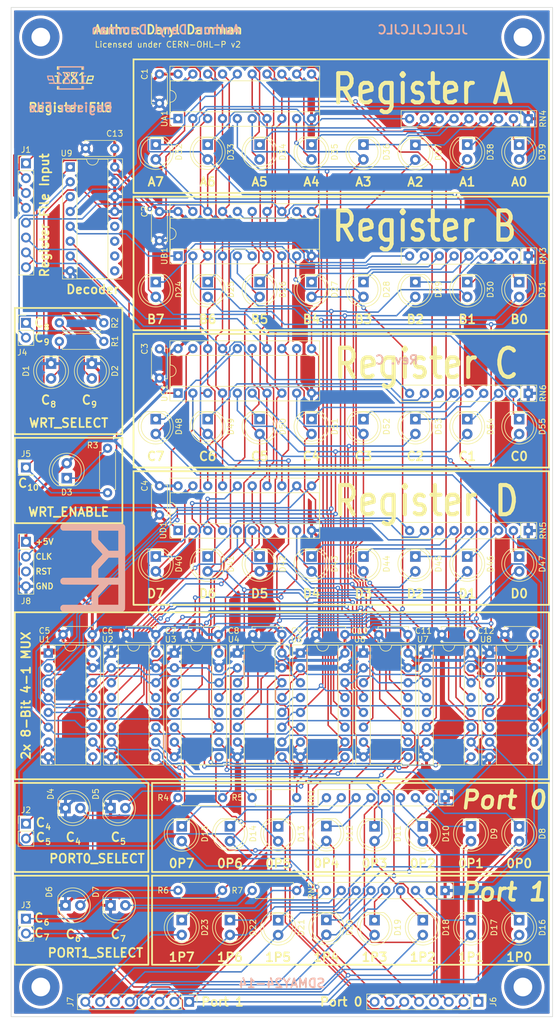
<source format=kicad_pcb>
(kicad_pcb (version 20211014) (generator pcbnew)
  (title_block (title "i281e Register File") (date "2024-05-04") (rev "C") (company "i281e Development Group") (comment 1 "Licensed under CERN-OHL-P v2") (comment 2 "Copyright i281e Development Group"))
  (layers (0 "F.Cu" signal) (31 "B.Cu" signal) (34 "B.Paste" user) (35 "F.Paste" user) (36 "B.SilkS" user "B.Silkscreen") (37 "F.SilkS" user "F.Silkscreen") (38 "B.Mask" user) (39 "F.Mask" user) (44 "Edge.Cuts" user))
  (net 0 "")
  (net 1 "+5V")
  (net 2 "GND")
  (net 3 "Net-(D1-Pad2)")
  (net 4 "Net-(D2-Pad2)")
  (net 5 "Net-(D3-Pad1)")
  (net 6 "Net-(D4-Pad2)")
  (net 7 "Net-(D5-Pad2)")
  (net 8 "Net-(D6-Pad2)")
  (net 9 "Net-(D7-Pad2)")
  (net 10 "Net-(D8-Pad1)")
  (net 11 "Net-(D9-Pad1)")
  (net 12 "Net-(D10-Pad1)")
  (net 13 "Net-(D11-Pad1)")
  (net 14 "Net-(D12-Pad1)")
  (net 15 "Net-(D13-Pad1)")
  (net 16 "Net-(D14-Pad1)")
  (net 17 "Net-(D15-Pad1)")
  (net 18 "Net-(D16-Pad1)")
  (net 19 "Net-(D17-Pad1)")
  (net 20 "Net-(D18-Pad1)")
  (net 21 "Net-(D19-Pad1)")
  (net 22 "Net-(D20-Pad1)")
  (net 23 "Net-(D21-Pad1)")
  (net 24 "Net-(D22-Pad1)")
  (net 25 "Net-(D23-Pad1)")
  (net 26 "Net-(D24-Pad1)")
  (net 27 "Net-(D25-Pad1)")
  (net 28 "Net-(D26-Pad1)")
  (net 29 "Net-(D27-Pad1)")
  (net 30 "Net-(D28-Pad1)")
  (net 31 "Net-(D29-Pad1)")
  (net 32 "Net-(D30-Pad1)")
  (net 33 "Net-(D31-Pad1)")
  (net 34 "Net-(D32-Pad1)")
  (net 35 "Net-(D33-Pad1)")
  (net 36 "Net-(D34-Pad1)")
  (net 37 "Net-(D35-Pad1)")
  (net 38 "Net-(D36-Pad1)")
  (net 39 "Net-(D37-Pad1)")
  (net 40 "Net-(D38-Pad1)")
  (net 41 "Net-(D39-Pad1)")
  (net 42 "Net-(D40-Pad1)")
  (net 43 "Net-(D41-Pad1)")
  (net 44 "Net-(D42-Pad1)")
  (net 45 "Net-(D43-Pad1)")
  (net 46 "Net-(D44-Pad1)")
  (net 47 "Net-(D45-Pad1)")
  (net 48 "Net-(D46-Pad1)")
  (net 49 "Net-(D47-Pad1)")
  (net 50 "Net-(D48-Pad1)")
  (net 51 "Net-(D49-Pad1)")
  (net 52 "Net-(D50-Pad1)")
  (net 53 "Net-(D51-Pad1)")
  (net 54 "Net-(D52-Pad1)")
  (net 55 "Net-(D53-Pad1)")
  (net 56 "Net-(D54-Pad1)")
  (net 57 "Net-(D55-Pad1)")
  (net 58 "/In0")
  (net 59 "/In1")
  (net 60 "/In2")
  (net 61 "/In3")
  (net 62 "/In4")
  (net 63 "/In5")
  (net 64 "/In6")
  (net 65 "/In7")
  (net 66 "/C_4")
  (net 67 "/C_5")
  (net 68 "/C_6")
  (net 69 "/C_7")
  (net 70 "/C_8")
  (net 71 "/C_9")
  (net 72 "/C_10")
  (net 73 "/0P0")
  (net 74 "/0P1")
  (net 75 "/0P2")
  (net 76 "/0P3")
  (net 77 "/0P4")
  (net 78 "/0P5")
  (net 79 "/0P6")
  (net 80 "/0P7")
  (net 81 "/1P0")
  (net 82 "/1P1")
  (net 83 "/1P2")
  (net 84 "/1P3")
  (net 85 "/1P4")
  (net 86 "/1P5")
  (net 87 "/1P6")
  (net 88 "/1P7")
  (net 89 "/CLK")
  (net 90 "/RESET")
  (net 91 "/B7")
  (net 92 "/B6")
  (net 93 "/B5")
  (net 94 "/B4")
  (net 95 "/B3")
  (net 96 "/B2")
  (net 97 "/B1")
  (net 98 "/B0")
  (net 99 "/A7")
  (net 100 "/A6")
  (net 101 "/A5")
  (net 102 "/A4")
  (net 103 "/A3")
  (net 104 "/A2")
  (net 105 "/A1")
  (net 106 "/A0")
  (net 107 "/D7")
  (net 108 "/D6")
  (net 109 "/D5")
  (net 110 "/D4")
  (net 111 "/D3")
  (net 112 "/D2")
  (net 113 "/D1")
  (net 114 "/D0")
  (net 115 "/C7")
  (net 116 "/C6")
  (net 117 "/C5")
  (net 118 "/C4")
  (net 119 "/C3")
  (net 120 "/C2")
  (net 121 "/C1")
  (net 122 "/C0")
  (net 123 "/*EA")
  (net 124 "/*EB")
  (net 125 "/*EC")
  (net 126 "/*ED")
  (footprint "LED_THT:LED_D5.0mm" (layer "F.Cu") (at 112.395 206.96 -90)
    (fp_text reference "D20")
    (fp_text value "LED")
  )
  (footprint "LED_THT:LED_D5.0mm" (layer "F.Cu") (at 145.415 190.95 -90)
    (fp_text reference "D8")
    (fp_text value "LED")
  )
  (footprint "LED_THT:LED_D5.0mm" (layer "F.Cu") (at 145.415 207 -90)
    (fp_text reference "D16")
    (fp_text value "LED")
  )
  (footprint "MountingHole:MountingHole_3.2mm_M3_Pad" (layer "F.Cu") (at 146.05 218.44)
    (fp_text reference "H4")
    (fp_text value "MountingHole")
  )
  (footprint "LED_THT:LED_D5.0mm" (layer "F.Cu") (at 92.075 97.8 -90)
    (fp_text reference "D25")
    (fp_text value "LED")
  )
  (footprint "LED_THT:LED_D5.0mm" (layer "F.Cu") (at 109.855 97.8 -90)
    (fp_text reference "D27")
    (fp_text value "LED")
  )
  (footprint "MountingHole:MountingHole_3.2mm_M3_Pad" (layer "F.Cu") (at 146.05 55.88)
    (fp_text reference "H2")
    (fp_text value "MountingHole")
  )
  (footprint "LED_THT:LED_D5.0mm" (layer "F.Cu") (at 100.965 97.795 -90)
    (fp_text reference "D26")
    (fp_text value "LED")
  )
  (footprint "Package_DIP:DIP-16_W7.62mm_Socket" (layer "F.Cu") (at 68.54 78.105)
    (fp_text reference "U9")
    (fp_text value "74LS139")
  )
  (footprint "Connector_PinHeader_2.54mm:PinHeader_1x08_P2.54mm_Vertical" (layer "F.Cu") (at 138.43 220.98 -90)
    (fp_text reference "J6")
    (fp_text value "Conn_01x08_Female")
  )
  (footprint "LED_THT:LED_D5.0mm" (layer "F.Cu") (at 87.63 206.98 -90)
    (fp_text reference "D23")
    (fp_text value "LED")
  )
  (footprint "LED_THT:LED_D5.0mm" (layer "F.Cu") (at 83.185 74.275 -90)
    (fp_text reference "D32")
    (fp_text value "LED")
  )
  (footprint "Connector_PinHeader_2.54mm:PinHeader_1x08_P2.54mm_Vertical" (layer "F.Cu") (at 88.9 220.98 -90)
    (fp_text reference "J7")
    (fp_text value "Conn_01x08_Female")
  )
  (footprint "Package_DIP:DIP-16_W7.62mm_Socket" (layer "F.Cu") (at 75.585 161.29)
    (fp_text reference "U2")
    (fp_text value "74LS253")
  )
  (footprint "MountingHole:MountingHole_3.2mm_M3_Pad" (layer "F.Cu") (at 63.5 55.88)
    (fp_text reference "H1")
    (fp_text value "MountingHole")
  )
  (footprint "LED_THT:LED_D5.0mm" (layer "F.Cu") (at 136.525 121.26 -90)
    (fp_text reference "D54")
    (fp_text value "LED")
  )
  (footprint "LED_THT:LED_D5.0mm" (layer "F.Cu") (at 118.745 97.795 -90)
    (fp_text reference "D28")
    (fp_text value "LED")
  )
  (footprint "LED_THT:LED_D5.0mm" (layer "F.Cu") (at 95.885 190.94 -90)
    (fp_text reference "D14")
    (fp_text value "LED")
  )
  (footprint "Package_DIP:DIP-16_W7.62mm_Socket" (layer "F.Cu") (at 129.55 161.29)
    (fp_text reference "U7")
    (fp_text value "74LS253")
  )
  (footprint "Resistor_THT:R_Array_SIP9" (layer "F.Cu") (at 146.9644 116.84 180)
    (fp_text reference "RN6")
    (fp_text value "R_Network08")
  )
  (footprint "LED_THT:LED_D5.0mm" (layer "F.Cu") (at 75.438 204.47)
    (fp_text reference "D7")
    (fp_text value "LED")
  )
  (footprint "Package_DIP:DIP-16_W7.62mm_Socket" (layer "F.Cu") (at 97.165 161.29)
    (fp_text reference "U4")
    (fp_text value "74LS253")
  )
  (footprint "Resistor_THT:R_Array_SIP9" (layer "F.Cu") (at 146.9644 140.335 180)
    (fp_text reference "RN5")
    (fp_text value "R_Network08")
  )
  (footprint "LED_THT:LED_D5.0mm" (layer "F.Cu") (at 127.635 74.325 -90)
    (fp_text reference "D37")
    (fp_text value "LED")
  )
  (footprint "Capacitor_THT:C_Disc_D5.0mm_W2.5mm_P5.00mm" (layer "F.Cu") (at 104.785 158.115 180)
    (fp_text reference "C8")
    (fp_text value "0.1 uF")
  )
  (footprint "LED_THT:LED_D5.0mm" (layer "F.Cu") (at 109.855 121.255 -90)
    (fp_text reference "D51")
    (fp_text value "LED")
  )
  (footprint "LED_THT:LED_D5.0mm" (layer "F.Cu") (at 118.745 121.26 -90)
    (fp_text reference "D52")
    (fp_text value "LED")
  )
  (footprint "LED_THT:LED_D5.0mm" (layer "F.Cu") (at 145.415 74.275 -90)
    (fp_text reference "D39")
    (fp_text value "LED")
  )
  (footprint "LED_THT:LED_D5.0mm" (layer "F.Cu") (at 67.945 131.356 90)
    (fp_text reference "D3")
    (fp_text value "LED")
  )
  (footprint "Resistor_THT:R_Array_SIP9" (layer "F.Cu") (at 132.73 201.93 180)
    (fp_text reference "RN2")
    (fp_text value "R_Network08")
  )
  (footprint "LED_THT:LED_D5.0mm" (layer "F.Cu") (at 100.965 74.28 -90)
    (fp_text reference "D34")
    (fp_text value "LED")
  )
  (footprint "Resistor_THT:R_Array_SIP9" (layer "F.Cu") (at 146.9644 93.345 180)
    (fp_text reference "RN3")
    (fp_text value "R_Network08")
  )
  (footprint "Resistor_THT:R_Axial_DIN0207_L6.3mm_D2.5mm_P7.62mm_Horizontal" (layer "F.Cu") (at 94.615 186.05 180)
    (fp_text reference "R4")
    (fp_text value "330")
  )
  (footprint "Resistor_THT:R_Array_SIP9" (layer "F.Cu") (at 146.9644 69.85 180)
    (fp_text reference "RN4")
    (fp_text value "R_Network08")
  )
  (footprint "Connector_PinHeader_2.54mm:PinHeader_1x08_P2.54mm_Vertical" (layer "F.Cu") (at 60.96 77.485)
    (fp_text reference "J1")
    (fp_text value "Conn_01x08_Male")
  )
  (footprint "LED_THT:LED_D5.0mm" (layer "F.Cu") (at 100.965 144.765 -90)
    (fp_text reference "D42")
    (fp_text value "LED")
  )
  (footprint "Capacitor_THT:C_Disc_D5.0mm_W2.5mm_P5.00mm" (layer "F.Cu") (at 83.82 109.23 -90)
    (fp_text reference "C3")
    (fp_text value "0.1 uF")
  )
  (footprint "Capacitor_THT:C_Disc_D5.0mm_W2.5mm_P5.00mm" (layer "F.Cu") (at 93.91 158.125 180)
    (fp_text reference "C7")
    (fp_text value "0.1 uF")
  )
  (footprint "Connector_PinHeader_2.54mm:PinHeader_1x02_P2.54mm_Vertical" (layer "F.Cu") (at 60.96 104.775)
    (fp_text reference "J4")
    (fp_text value "Conn_01x02_Male")
  )
  (footprint "LED_THT:LED_D5.0mm" (layer "F.Cu") (at 92.075 144.765 -90)
    (fp_text reference "D41")
    (fp_text value "LED")
  )
  (footprint "LED_THT:LED_D5.0mm" (layer "F.Cu") (at 137.16 207.005 -90)
    (fp_text reference "D17")
    (fp_text value "LED")
  )
  (footprint "LED_THT:LED_D5.0mm" (layer "F.Cu") (at 67.7257 204.47)
    (fp_text reference "D6")
    (fp_text value "LED")
  )
  (footprint "LED_THT:LED_D5.0mm" (layer "F.Cu") (at 120.65 206.995 -90)
    (fp_text reference "D19")
    (fp_text value "LED")
  )
  (footprint "LED_THT:LED_D5.0mm" (layer "F.Cu") (at 95.885 206.985 -90)
    (fp_text reference "D22")
    (fp_text value "LED")
  )
  (footprint "LED_THT:LED_D5.0mm" (layer "F.Cu") (at 83.185 121.255 -90)
    (fp_text reference "D48")
    (fp_text value "LED")
  )
  (footprint "LED_THT:LED_D5.0mm" (layer "F.Cu") (at 109.855 74.275 -90)
    (fp_text reference "D35")
    (fp_text value "LED")
  )
  (footprint "LED_THT:LED_D5.0mm" (layer "F.Cu") (at 72.24 111.76 -90)
    (fp_text reference "D2")
    (fp_text value "LED")
  )
  (footprint "Package_DIP:DIP-20_W7.62mm_Socket" (layer "F.Cu") (at 87 140.31 90)
    (fp_text reference "UD1")
    (fp_text value "74LS377")
  )
  (footprint "LED_THT:LED_D5.0mm" (layer "F.Cu") (at 92.075 121.255 -90)
    (fp_text reference "D49")
    (fp_text value "LED")
  )
  (footprint "LED_THT:LED_D5.0mm" (layer "F.Cu") (at 67.7257 187.833)
    (fp_text reference "D4")
    (fp_text value "LED")
  )
  (footprint "LED_THT:LED_D5.0mm" (layer "F.Cu") (at 118.745 144.77 -90)
    (fp_text reference "D44")
    (fp_text value "LED")
  )
  (footprint "Package_DIP:DIP-16_W7.62mm_Socket" (layer "F.Cu") (at 118.755 161.29)
    (fp_text reference "U6")
    (fp_text value "74LS253")
  )
  (footprint "Package_DIP:DIP-16_W7.62mm_Socket" (layer "F.Cu") (at 64.78 161.29)
    (fp_text reference "U1")
    (fp_text value "74LS253")
  )
  (footprint "LED_THT:LED_D5.0mm" (layer "F.Cu") (at 136.525 144.77 -90)
    (fp_text reference "D46")
    (fp_text value "LED")
  )
  (footprint "Connector_PinHeader_2.54mm:PinHeader_1x01_P2.54mm_Vertical" (layer "F.Cu") (at 60.96 129.54)
    (fp_text reference "J5")
    (fp_text value "Conn_01x01_Male")
  )
  (footprint "Capacitor_THT:C_Disc_D5.0mm_W2.5mm_P5.00mm" (layer "F.Cu") (at 83.815 85.735 -90)
    (fp_text reference "C2")
    (fp_text value "0.1 uF")
  )
  (footprint "LED_THT:LED_D5.0mm" (layer "F.Cu") (at 128.905 190.95 -90)
    (fp_text reference "D10")
    (fp_text value "LED")
  )
  (footprint "Resistor_THT:R_Array_SIP9" (layer "F.Cu") (at 132.73 186.055 180)
    (fp_text reference "RN1")
    (fp_text value "R_Network08")
  )
  (footprint "Capacitor_THT:C_Disc_D5.0mm_W2.5mm_P5.00mm" (layer "F.Cu") (at 126.365 158.125 180)
    (fp_text reference "C10")
    (fp_text value "0.1 uF")
  )
  (footprint "Package_DIP:DIP-20_W7.62mm_Socket" (layer "F.Cu") (at 86.995 93.345 90)
    (fp_text reference "UB1")
    (fp_text value "74LS377")
  )
  (footprint "LED_THT:LED_D5.0mm" (layer "F.Cu") (at 145.415 144.77 -90)
    (fp_text reference "D47")
    (fp_text value "LED")
  )
  (footprint "LED_THT:LED_D5.0mm" (layer "F.Cu") (at 100.965 121.26 -90)
    (fp_text reference "D50")
    (fp_text value "LED")
  )
  (footprint "LED_THT:LED_D5.0mm" (layer "F.Cu") (at 137.16 190.95 -90)
    (fp_text reference "D9")
    (fp_text value "LED")
  )
  (footprint "Resistor_THT:R_Axial_DIN0207_L6.3mm_D2.5mm_P7.62mm_Horizontal" (layer "F.Cu") (at 94.615 201.905 180)
    (fp_text reference "R6")
    (fp_text value "330")
  )
  (footprint "Capacitor_THT:C_Disc_D5.0mm_W2.5mm_P5.00mm" (layer "F.Cu") (at 83.195 158.125 180)
    (fp_text reference "C6")
    (fp_text value "0.1 uF")
  )
  (footprint "Connector_PinHeader_2.54mm:PinHeader_1x04_P2.54mm_Vertical" (layer "F.Cu") (at 60.96 142.25)
    (fp_text reference "J8")
    (fp_text value "Conn_01x04_Male")
  )
  (footprint "LED_THT:LED_D5.0mm" (layer "F.Cu") (at 118.745 74.275 -90)
    (fp_text reference "D36")
    (fp_text value "LED")
  )
  (footprint "Resistor_THT:R_Axial_DIN0207_L6.3mm_D2.5mm_P7.62mm_Horizontal" (layer "F.Cu") (at 107.315 186.03 180)
    (fp_text reference "R5")
    (fp_text value "330")
  )
  (footprint "LED_THT:LED_D5.0mm" (layer "F.Cu") (at 127.635 144.765 -90)
    (fp_text reference "D45")
    (fp_text value "LED")
  )
  (footprint "LED_THT:LED_D5.0mm" (layer "F.Cu") (at 145.415 121.26 -90)
    (fp_text reference "D55")
    (fp_text value "LED")
  )
  (footprint "Resistor_THT:R_Axial_DIN0207_L6.3mm_D2.5mm_P7.62mm_Horizontal" (layer "F.Cu") (at 74.295 104.775 180)
    (fp_text reference "R2")
    (fp_text value "330")
  )
  (footprint "Connector_PinHeader_2.54mm:PinHeader_1x02_P2.54mm_Vertical" (layer "F.Cu") (at 60.96 190.495)
    (fp_text reference "J2")
    (fp_text value "Conn_01x02_Male")
  )
  (footprint "LED_THT:LED_D5.0mm" (layer "F.Cu") (at 92.075 74.275 -90)
    (fp_text reference "D33")
    (fp_text value "LED")
  )
  (footprint "MountingHole:MountingHole_3.2mm_M3_Pad" (layer "F.Cu") (at 63.5 218.44)
    (fp_text reference "H3")
    (fp_text value "MountingHole")
  )
  (footprint "Package_DIP:DIP-20_W7.62mm_Socket" (layer "F.Cu") (at 86.995 116.81 90)
    (fp_text reference "UC1")
    (fp_text value "74LS377")
  )
  (footprint "Resistor_THT:R_Axial_DIN0207_L6.3mm_D2.5mm_P7.62mm_Horizontal" (layer "F.Cu") (at 74.93 133.858 90)
    (fp_text reference "R3")
    (fp_text value "330")
  )
  (footprint "LED_THT:LED_D5.0mm" (layer "F.Cu") (at 87.63 190.94 -90)
    (fp_text reference "D15")
    (fp_text value "LED")
  )
  (footprint "Package_DIP:DIP-20_W7.62mm_Socket" (layer "F.Cu") (at 86.995 69.82 90)
    (fp_text reference "UA1")
    (fp_text value "74LS377")
  )
  (footprint "LED_THT:LED_D5.0mm" (layer "F.Cu") (at 109.855 144.77 -90)
    (fp_text reference "D43")
    (fp_text value "LED")
  )
  (footprint "LED_THT:LED_D5.0mm" (layer "F.Cu") (at 83.185 97.795 -90)
    (fp_text reference "D24")
    (fp_text value "LED")
  )
  (footprint "LED_THT:LED_D5.0mm" (layer "F.Cu") (at 120.65 190.94 -90)
    (fp_text reference "D11")
    (fp_text value "LED")
  )
  (footprint "Package_DIP:DIP-16_W7.62mm_Socket" (layer "F.Cu") (at 107.96 161.29)
    (fp_text reference "U5")
    (fp_text value "74LS253")
  )
  (footprint "LED_THT:LED_D5.0mm" (layer "F.Cu") (at 127.63 97.8 -90)
    (fp_text reference "D29")
    (fp_text value "LED")
  )
  (footprint "Capacitor_THT:C_Disc_D5.0mm_W2.5mm_P5.00mm" (layer "F.Cu") (at 137.17 158.115 180)
    (fp_text reference "C11")
    (fp_text value "0.1 uF")
  )
  (footprint "LED_THT:LED_D5.0mm" (layer "F.Cu") (at 127.635 121.255 -90)
    (fp_text reference "D53")
    (fp_text value "LED")
  )
  (footprint "Symbol:i281e_logo" (layer "F.Cu") (at 69.215 62.865)
    (fp_text reference "G1")
    (fp_text value "LOGO" hide)
  )
  (footprint "LED_THT:LED_D5.0mm" (layer "F.Cu") (at 65.255 111.76 -90)
    (fp_text reference "D1")
    (fp_text value "LED")
  )
  (footprint "Capacitor_THT:C_Disc_D5.0mm_W2.5mm_P5.00mm" (layer "F.Cu") (at 115.57 158.125 180)
    (fp_text reference "C9")
    (fp_text value "0.1 uF")
  )
  (footprint "Capacitor_THT:C_Disc_D5.0mm_W2.5mm_P5.00mm" (layer "F.Cu") (at 72.32 158.115 180)
    (fp_text reference "C5")
    (fp_text value "0.1 uF")
  )
  (footprint "Package_DIP:DIP-16_W7.62mm_Socket" (layer "F.Cu") (at 140.345 161.29)
    (fp_text reference "U8")
    (fp_text value "74LS253")
  )
  (footprint "Capacitor_THT:C_Disc_D5.0mm_W2.5mm_P5.00mm" (layer "F.Cu") (at 83.815 62.21 -90)
    (fp_text reference "C1")
    (fp_text value "0.1 uF")
  )
  (footprint "LED_THT:LED_D5.0mm" (layer "F.Cu") (at 104.14 207.01 -90)
    (fp_text reference "D21")
    (fp_text value "LED")
  )
  (footprint "LED_THT:LED_D5.0mm" (layer "F.Cu") (at 136.525 97.8 -90)
    (fp_text reference "D30")
    (fp_text value "LED")
  )
  (footprint "LED_THT:LED_D5.0mm" (layer "F.Cu") (at 104.14 190.96 -90)
    (fp_text reference "D13")
    (fp_text value "LED")
  )
  (footprint "LED_THT:LED_D5.0mm" (layer "F.Cu") (at 112.395 190.905 -90)
    (fp_text reference "D12")
    (fp_text value "LED")
  )
  (footprint "Capacitor_THT:C_Disc_D5.0mm_W2.5mm_P5.00mm" (layer "F.Cu") (at 76.16 74.93 180)
    (fp_text reference "C13")
    (fp_text value "0.1 uF")
  )
  (footprint "LED_THT:LED_D5.0mm" (layer "F.Cu") (at 83.185 144.765 -90)
    (fp_text reference "D40")
    (fp_text value "LED")
  )
  (footprint "LED_THT:LED_D5.0mm" (layer "F.Cu") (at 145.415 97.805 -90)
    (fp_text reference "D31")
    (fp_text value "LED")
  )
  (footprint "LED_THT:LED_D5.0mm" (layer "F.Cu") (at 75.438 187.833)
    (fp_text reference "D5")
    (fp_text value "LED")
  )
  (footprint "Connector_PinHeader_2.54mm:PinHeader_1x02_P2.54mm_Vertical" (layer "F.Cu") (at 60.96 206.751)
    (fp_text reference "J3")
    (fp_text value "Conn_01x02_Male")
  )
  (footprint "Resistor_THT:R_Axial_DIN0207_L6.3mm_D2.5mm_P7.62mm_Horizontal" (layer "F.Cu") (at 74.295 107.95 180)
    (fp_text reference "R1")
    (fp_text value "330")
  )
  (footprint "LED_THT:LED_D5.0mm" (layer "F.Cu") (at 136.525 74.285 -90)
    (fp_text reference "D38")
    (fp_text value "LED")
  )
  (footprint "LED_THT:LED_D5.0mm" (layer "F.Cu") (at 128.905 207 -90)
    (fp_text reference "D18")
    (fp_text value "LED")
  )
  (footprint "Package_DIP:DIP-16_W7.62mm_Socket" (layer "F.Cu") (at 86.37 161.29)
    (fp_text reference "U3")
    (fp_text value "74LS253")
  )
  (footprint "Capacitor_THT:C_Disc_D5.0mm_W2.5mm_P5.00mm" (layer "F.Cu") (at 83.825 132.67 -90)
    (fp_text reference "C4")
    (fp_text value "0.1 uF")
  )
  (footprint "Resistor_THT:R_Axial_DIN0207_L6.3mm_D2.5mm_P7.62mm_Horizontal" (layer "F.Cu") (at 107.315 201.93 180)
    (fp_text reference "R7")
    (fp_text value "330")
  )
  (footprint "Capacitor_THT:C_Disc_D5.0mm_W2.5mm_P5.00mm" (layer "F.Cu") (at 147.965 158.115 180)
    (fp_text reference "C12")
    (fp_text value "0.1 uF")
  )
  (footprint "Symbol:i281e_logo" (layer "B.Cu") (at 67.945 62.865 180)
    (fp_text reference "G2")
    (fp_text value "LOGO" hide)
  )
  (footprint "Symbol:daryl_initial" (layer "B.Cu") (at 72.39 146.685 -90)
    (fp_text reference "G***" hide)
    (fp_text value "LOGO" hide)
  )
  (gr_rect (start 59.055 214.63) (end 81.915 199.39) (layer "F.SilkS") (width 0.3) (fill none))
  (gr_rect (start 79.375 83.185) (end 150.495 106.045) (layer "F.SilkS") (width 0.3) (fill none))
  (gr_rect (start 59.055 123.825) (end 77.47 102.235) (layer "F.SilkS") (width 0.3) (fill none))
  (gr_rect (start 79.375 59.69) (end 150.495 82.55) (layer "F.SilkS") (width 0.3) (fill none))
  (gr_rect (start 59.055 139.06) (end 77.47 124.455) (layer "F.SilkS") (width 0.3) (fill none))
  (gr_rect (start 82.55 199.39) (end 150.495 214.63) (layer "F.SilkS") (width 0.3) (fill none))
  (gr_rect (start 59.055 198.755) (end 81.915 183.515) (layer "F.SilkS") (width 0.3) (fill none))
  (gr_rect (start 59.055 154.315) (end 150.495 182.89) (layer "F.SilkS") (width 0.3) (fill none))
  (gr_rect (start 82.55 183.515) (end 150.495 198.755) (layer "F.SilkS") (width 0.3) (fill none))
  (gr_rect (start 79.375 106.68) (end 150.495 129.54) (layer "F.SilkS") (width 0.3) (fill none))
  (gr_rect (start 79.375 130.175) (end 150.495 153.035) (layer "F.SilkS") (width 0.3) (fill none))
  (gr_rect (start 58.42 50.8) (end 151.13 223.52) (layer "Edge.Cuts") (width 0.1) (fill none))
  (gr_text "Register File" (at 68.58 67.945) (layer "B.SilkS") (effects (font (size 1.5 1.5) (thickness 0.3)) (justify mirror)))
  (gr_text "Rev. C" (at 128.27 111.125) (layer "B.SilkS") (effects (font (size 1.5 1.5) (thickness 0.3)) (justify left mirror)))
  (gr_text "JLCJLCJLCJLC" (at 128.905 54.61) (layer "B.SilkS") (effects (font (size 1.5 1.5) (thickness 0.3)) (justify mirror)))
  (gr_text "SDMAY24-14" (at 104.775 217.805) (layer "B.SilkS") (effects (font (size 1.5 1.5) (thickness 0.3)) (justify mirror)))
  (gr_text "Author: Daryl Damman" (at 97.775 54.61) (layer "B.SilkS") (effects (font (size 1.5 1.5) (thickness 0.3)) (justify left mirror)))
  (gr_text "GND" (at 62.484 149.86) (layer "F.SilkS") (effects (font (size 1 1) (thickness 0.2)) (justify left)))
  (gr_text "B3" (at 118.745 104.17) (layer "F.SilkS") (effects (font (size 1.5 1.5) (thickness 0.3))))
  (gr_text "7" (at 63.881 209.931) (layer "F.SilkS") (effects (font (size 1 1) (thickness 0.2)) (justify left)))
  (gr_text "Register C" (at 129.54 111.76) (layer "F.SilkS") (effects (font (size 5 4) (thickness 0.7))))
  (gr_text "Author: Daryl Damman" (at 72.39 54.61) (layer "F.SilkS") (effects (font (size 1.5 1.5) (thickness 0.3)) (justify left)))
  (gr_text "5" (at 76.967 193.558) (layer "F.SilkS") (effects (font (size 1 1) (thickness 0.2)) (justify left)))
  (gr_text "B6" (at 92.075 104.17) (layer "F.SilkS") (effects (font (size 1.5 1.5) (thickness 0.3))))
  (gr_text "A6" (at 92.075 80.645) (layer "F.SilkS") (effects (font (size 1.5 1.5) (thickness 0.3))))
  (gr_text "7" (at 76.96231 210.185) (layer "F.SilkS") (effects (font (size 1 1) (thickness 0.2)) (justify left)))
  (gr_text "D5" (at 100.965 151.115) (layer "F.SilkS") (effects (font (size 1.5 1.5) (thickness 0.3))))
  (gr_text "6" (at 63.881 207.391) (layer "F.SilkS") (effects (font (size 1 1) (thickness 0.2)) (justify left)))
  (gr_text "Register B" (at 129.190714 88.265) (layer "F.SilkS") (effects (font (size 5 4) (thickness 0.7))))
  (gr_text "C3" (at 118.745 127.625) (layer "F.SilkS") (effects (font (size 1.5 1.5) (thickness 0.3))))
  (gr_text "8" (at 65.01931 118.745) (layer "F.SilkS") (effects (font (size 1 1) (thickness 0.2)) (justify left)))
  (gr_text "C" (at 62.23 206.629) (layer "F.SilkS") (effects (font (size 1.5 1.5) (thickness 0.3)) (justify left)))
  (gr_text "A1" (at 136.525 80.645) (layer "F.SilkS") (effects (font (size 1.5 1.5) (thickness 0.3))))
  (gr_text "0P6" (at 95.885 197.29) (layer "F.SilkS") (effects (font (size 1.5 1.5) (thickness 0.3))))
  (gr_text "1P3" (at 120.65 213.335) (layer "F.SilkS") (effects (font (size 1.5 1.5) (thickness 0.3))))
  (gr_text "0P7" (at 87.63 197.29) (layer "F.SilkS") (effects (font (size 1.5 1.5) (thickness 0.3))))
  (gr_text "1P4" (at 112.395 213.33) (layer "F.SilkS") (effects (font (size 1.5 1.5) (thickness 0.3))))
  (gr_text "D7" (at 83.185 151.115) (layer "F.SilkS") (effects (font (size 1.5 1.5) (thickness 0.3))))
  (gr_text "Port 0" (at 142.748 186.436) (layer "F.SilkS") (effects (font (size 3 3) (thickness 0.6) italic)))
  (gr_text "C" (at 59.436 132.207) (layer "F.SilkS") (effects (font (size 1.5 1.5) (thickness 0.3)) (justify left)))
  (gr_text "1P5" (at 104.14 213.355) (layer "F.SilkS") (effects (font (size 1.5 1.5) (thickness 0.3))))
  (gr_text "C4" (at 109.855 127.625) (layer "F.SilkS") (effects (font (size 1.5 1.5) (thickness 0.3))))
  (gr_text "CLK" (at 62.484 144.78) (layer "F.SilkS") (effects (font (size 1 1) (thickness 0.2)) (justify left)))
  (gr_text "1P7" (at 87.63 213.33) (layer "F.SilkS") (effects (font (size 1.5 1.5) (thickness 0.3))))
  (gr_text "0P1" (at 137.16 197.305) (layer "F.SilkS") (effects (font (size 1.5 1.5) (thickness 0.3))))
  (gr_text "0P4" (at 112.395 197.26) (layer "F.SilkS") (effects (font (size 1.5 1.5) (thickness 0.3))))
  (gr_text "B1" (at 136.525 104.17) (layer "F.SilkS") (effects (font (size 1.5 1.5) (thickness 0.3))))
  (gr_text "C" (at 63.36831 117.983) (layer "F.SilkS") (effects (font (size 1.5 1.5) (thickness 0.3)) (justify left)))
  (gr_text "A4" (at 109.855 80.645) (layer "F.SilkS") (effects (font (size 1.5 1.5) (thickness 0.3))))
  (gr_text "C" (at 62.23 104.775) (layer "F.SilkS") (effects (font (size 1.5 1.5) (thickness 0.3)) (justify left)))
  (gr_text "1P6" (at 95.885 213.335) (layer "F.SilkS") (effects (font (size 1.5 1.5) (thickness 0.3))))
  (gr_text "D2" (at 127.635 151.115) (layer "F.SilkS") (effects (font (size 1.5 1.5) (thickness 0.3))))
  (gr_text "A5" (at 100.965 80.645) (layer "F.SilkS") (effects (font (size 1.5 1.5) (thickness 0.3))))
  (gr_text "Decoder" (at 72.39 99.06) (layer "F.SilkS") (effects (font (size 1.5 1.5) (thickness 0.3))))
  (gr_text "0P5" (at 104.14 197.31) (layer "F.SilkS") (effects (font (size 1.5 1.5) (thickness 0.3))))
  (gr_text "C" (at 67.599 209.423) (layer "F.SilkS") (effects (font (size 1.5 1.5) (thickness 0.3)) (justify left)))
  (gr_text "4" (at 64.135 191.06) (layer "F.SilkS") (effects (font (size 1 1) (thickness 0.2)) (justify left)))
  (gr_text "0P0" (at 145.415 197.305) (layer "F.SilkS") (effects (font (size 1.5 1.5) (thickness 0.3))))
  (gr_text "Register D" (at 129.54 135.255) (layer "F.SilkS") (effects (font (size 5 4) (thickness 0.7))))
  (gr_text "C" (at 75.316 192.796) (layer "F.SilkS") (effects (font (size 1.5 1.5) (thickness 0.3)) (justify left)))
  (gr_text "D4" (at 109.855 151.115) (layer "F.SilkS") (effects (font (size 1.5 1.5) (thickness 0.3))))
  (gr_text "B2" (at 127.635 104.17) (layer "F.SilkS") (effects (font (size 1.5 1.5) (thickness 0.3))))
  (gr_text "Register File Input" (at 64.135 86.375 90) (layer "F.SilkS") (effects (font (size 1.5 1.5) (thickness 0.3))))
  (gr_text "C6" (at 92.075 127.625) (layer "F.SilkS") (effects (font (size 1.5 1.5) (thickness 0.3))))
  (gr_text "5" (at 64.135 193.6) (layer "F.SilkS") (effects (font (size 1 1) (thickness 0.2)) (justify left)))
  (gr_text "4" (at 69.25469 193.558) (layer "F.SilkS") (effects (font (size 1 1) (thickness 0.2)) (justify left)))
  (gr_text "0P3" (at 120.65 197.29) (layer "F.SilkS") (effects (font (size 1.5 1.5) (thickness 0.3))))
  (gr_text "C5" (at 100.965 127.625) (layer "F.SilkS") (effects (font (size 1.5 1.5) (thickness 0.3))))
  (gr_text "C" (at 62.484 190.298) (layer "F.SilkS") (effects (font (size 1.5 1.5) (thickness 0.3)) (justify left)))
  (gr_text "B7" (at 83.185 104.17) (layer "F.SilkS") (effects (font (size 1.5 1.5) (thickness 0.3))))
  (gr_text "8" (at 63.881 105.537) (layer "F.SilkS") (effects (font (size 1 1) (thickness 0.2)) (justify left)))
  (gr_text "+5V" (at 62.484 142.24) (layer "F.SilkS") (effects (font (size 1 1) (thickness 0.2)) (justify left)))
  (gr_text "A7" (at 83.185 80.645) (layer "F.SilkS") (effects (font (size 1.5 1.5) (thickness 0.3))))
  (gr_text "10" (at 61.087 132.969) (layer "F.SilkS") (effects (font (size 1 1) (thickness 0.2)) (justify left)))
  (gr_text "2x 8-Bit 4-1 MUX" (at 60.96 179.705 90) (layer "F.SilkS") (effects (font (size 1.5 1.5) (thickness 0.3)) (justify left)))
  (gr_text "9" (at 63.881 108.077) (layer "F.SilkS") (effects (font (size 1 1) (thickness 0.2)) (justify left)))
  (gr_text "A2" (at 127.635 80.68) (layer "F.SilkS") (effects (font (size 1.5 1.5) (thickness 0.3))))
  (gr_text "WRT_SELECT" (at 68.2625 121.92) (layer "F.SilkS") (effects (font (size 1.5 1.5) (thickness 0.3))))
  (gr_text "D0" (at 145.415 151.115) (layer "F.SilkS") (effects (font (size 1.5 1.5) (thickness 0.3))))
  (gr_text "C" (at 62.484 192.838) (layer "F.SilkS") (effects (font (size 1.5 1.5) (thickness 0.3)) (justify left)))
  (gr_text "B0" (at 145.415 104.17) (layer "F.SilkS") (effects (font (size 1.5 1.5) (thickness 0.3))))
  (gr_text "B5" (at 100.965 104.17) (layer "F.SilkS") (effects (font (size 1.5 1.5) (thickness 0.3))))
  (gr_text "D6" (at 92.075 151.115) (layer "F.SilkS") (effects (font (size 1.5 1.5) (thickness 0.3))))
  (gr_text "PORT1_SELECT" (at 64.516 212.598) (layer "F.SilkS") (effects (font (size 1.5 1.5) (thickness 0.3)) (justify left)))
  (gr_text "D1" (at 136.525 151.115) (layer "F.SilkS") (effects (font (size 1.5 1.5) (thickness 0.3))))
  (gr_text "Register A" (at 128.905 64.77) (layer "F.SilkS") (effects (font (size 5 4) (thickness 0.7))))
  (gr_text "0P2" (at 128.905 197.3) (layer "F.SilkS") (effects (font (size 1.5 1.5) (thickness 0.3))))
  (gr_text "Port 0" (at 118.745 220.98) (layer "F.SilkS") (effects (font (size 1.5 1.5) (thickness 0.3)) (justify right)))
  (gr_text "PORT0_SELECT" (at 64.77 196.469) (layer "F.SilkS") (effects (font (size 1.5 1.5) (thickness 0.3)) (justify left)))
  (gr_text "1P1" (at 137.16 213.335) (layer "F.SilkS") (effects (font (size 1.5 1.5) (thickness 0.3))))
  (gr_text "C2" (at 127.635 127.625) (layer "F.SilkS") (effects (font (size 1.5 1.5) (thickness 0.3))))
  (gr_text "Register File" (at 68.58 67.945) (layer "F.SilkS") (effects (font (size 1.5 1.5) (thickness 0.3))))
  (gr_text "C7" (at 83.185 127.625) (layer "F.SilkS") (effects (font (size 1.5 1.5) (thickness 0.3))))
  (gr_text "Licensed under CERN-OHL-P v2" (at 85.254285 57.15) (layer "F.SilkS") (effects (font (size 1 1))))
  (gr_text "1P0" (at 145.415 213.33) (layer "F.SilkS") (effects (font (size 1.5 1.5) (thickness 0.3))))
  (gr_text "C1" (at 136.525 127.625) (layer "F.SilkS") (effects (font (size 1.5 1.5) (thickness 0.3))))
  (gr_text "C" (at 70.35331 117.988) (layer "F.SilkS") (effects (font (size 1.5 1.5) (thickness 0.3)) (justify left)))
  (gr_text "B4" (at 109.855 104.17) (layer "F.SilkS") (effects (font (size 1.5 1.5) (thickness 0.3))))
  (gr_text "A3" (at 118.745 80.645) (layer "F.SilkS") (effects (font (size 1.5 1.5) (thickness 0.3))))
  (gr_text "C" (at 62.23 107.315) (layer "F.SilkS") (effects (font (size 1.5 1.5) (thickness 0.3)) (justify left)))
  (gr_text "C" (at 75.31131 209.423) (layer "F.SilkS") (effects (font (size 1.5 1.5) (thickness 0.3)) (justify left)))
  (gr_text "WRT_ENABLE" (at 68.2625 137.155) (layer "F.SilkS") (effects (font (size 1.5 1.5) (thickness 0.3))))
  (gr_text "9" (at 72.00431 118.75) (layer "F.SilkS") (effects (font (size 1 1) (thickness 0.2)) (justify left)))
  (gr_text "Port 1" (at 90.805 220.98) (layer "F.SilkS") (effects (font (size 1.5 1.5) (thickness 0.3)) (justify left)))
  (gr_text "C" (at 62.23 209.169) (layer "F.SilkS") (effects (font (size 1.5 1.5) (thickness 0.3)) (justify left)))
  (gr_text "D3" (at 118.745 151.115) (layer "F.SilkS") (effects (font (size 1.5 1.5) (thickness 0.3))))
  (gr_text "6" (at 69.25 210.185) (layer "F.SilkS") (effects (font (size 1 1) (thickness 0.2)) (justify left)))
  (gr_text "Port 1" (at 142.748 202.184) (layer "F.SilkS") (effects (font (size 3 3) (thickness 0.6) italic)))
  (gr_text "A0" (at 145.415 80.645) (layer "F.SilkS") (effects (font (size 1.5 1.5) (thickness 0.3))))
  (gr_text "1P2" (at 128.905 213.335) (layer "F.SilkS") (effects (font (size 1.5 1.5) (thickness 0.3))))
  (gr_text "C" (at 67.60369 192.796) (layer "F.SilkS") (effects (font (size 1.5 1.5) (thickness 0.3)) (justify left)))
  (gr_text "RST" (at 62.484 147.32) (layer "F.SilkS") (effects (font (size 1 1) (thickness 0.2)) (justify left)))
  (gr_text "C0" (at 145.415 127.625) (layer "F.SilkS") (effects (font (size 1.5 1.5) (thickness 0.3))))
  (segment (start 115.58 158.135) (end 115.58 161.29) (width 0.5) (layer "F.Cu") (net 1))
  (segment (start 72.4 158.195) (end 72.32 158.115) (width 0.5) (layer "F.Cu") (net 1))
  (segment (start 93.91 158.125) (end 93.99 158.205) (width 0.5) (layer "F.Cu") (net 1))
  (segment (start 72.32 158.115) (end 72.32 153.61) (width 0.5) (layer "F.Cu") (net 1))
  (segment (start 83.815 62.21) (end 86.985 62.21) (width 0.5) (layer "F.Cu") (net 1))
  (segment (start 83.815 85.735) (end 76.185 78.105) (width 0.5) (layer "F.Cu") (net 1))
  (segment (start 104.785 158.115) (end 104.785 161.29) (width 0.5) (layer "F.Cu") (net 1))
  (segment (start 76.16 78.105) (end 76.16 74.93) (width 0.5) (layer "F.Cu") (net 1))
  (segment (start 83.815 62.21) (end 76.16 69.865) (width 0.5) (layer "F.Cu") (net 1))
  (segment (start 86.995 109.19) (end 88.2454 107.9396) (width 0.5) (layer "F.Cu") (net 1))
  (segment (start 88.2454 86.9754) (end 86.995 85.725) (width 0.5) (layer "F.Cu") (net 1))
  (segment (start 88.2454 107.9396) (end 88.2454 86.9754) (width 0.5) (layer "F.Cu") (net 1))
  (segment (start 93.99 158.205) (end 93.99 161.29) (width 0.5) (layer "F.Cu") (net 1))
  (segment (start 86.985 62.21) (end 86.995 62.2) (width 0.5) (layer "F.Cu") (net 1))
  (segment (start 115.57 158.125) (end 115.58 158.135) (width 0.5) (layer "F.Cu") (net 1))
  (segment (start 147.965 158.115) (end 147.965 161.29) (width 0.5) (layer "F.Cu") (net 1))
  (segment (start 76.16 69.865) (end 76.16 74.93) (width 0.5) (layer "F.Cu") (net 1))
  (segment (start 137.17 161.29) (end 137.17 158.115) (width 0.5) (layer "F.Cu") (net 1))
  (segment (start 72.4 161.29) (end 72.4 158.195) (width 0.5) (layer "F.Cu") (net 1))
  (segment (start 60.96 135.801) (end 60.96 142.25) (width 0.5) (layer "F.Cu") (net 1))
  (segment (start 126.375 161.29) (end 126.365 161.28) (width 0.5) (layer "F.Cu") (net 1))
  (segment (start 76.185 78.105) (end 76.16 78.105) (width 0.5) (layer "F.Cu") (net 1))
  (segment (start 67.945 128.816) (end 60.96 135.801) (width 0.5) (layer "F.Cu") (net 1))
  (segment (start 126.365 161.28) (end 126.365 158.125) (width 0.5) (layer "F.Cu") (net 1))
  (segment (start 72.32 153.61) (end 60.96 142.25) (width 0.5) (layer "F.Cu") (net 1))
  (segment (start 73.5604 156.8746) (end 72.32 158.115) (width 0.5) (layer "B.Cu") (net 1))
  (segment (start 95.178 156.857) (end 103.527 156.857) (width 0.5) (layer "B.Cu") (net 1))
  (segment (start 86.995 85.725) (end 83.825 85.725) (width 0.5) (layer "B.Cu") (net 1))
  (segment (start 92.0097 158.125) (end 93.91 158.125) (width 0.5) (layer "B.Cu") (net 1))
  (segment (start 86.995 109.19) (end 86.4092 109.19) (width 0.5) (layer "B.Cu") (net 1))
  (segment (start 84.4554 156.8746) (end 90.7593 156.8746) (width 0.5) (layer "B.Cu") (net 1))
  (segment (start 138.4204 162.5404) (end 137.17 161.29) (width 0.5) (layer "B.Cu") (net 1))
  (segment (start 83.195 158.125) (end 83.205 158.125) (width 0.5) (layer "B.Cu") (net 1))
  (segment (start 127.6254 162.5404) (end 126.375 161.29) (width 0.5) (layer "B.Cu") (net 1))
  (segment (start 146.7146 162.5404) (end 138.4204 162.5404) (width 0.5) (layer "B.Cu") (net 1))
  (segment (start 103.527 156.857) (end 104.785 158.115) (width 0.5) (layer "B.Cu") (net 1))
  (segment (start 83.195 158.125) (end 81.9446 156.8746) (width 0.5) (layer "B.Cu") (net 1))
  (segment (start 87 132.69) (end 83.845 132.69) (width 0.5) (layer "B.Cu") (net 1))
  (segment (start 85.0946 110.5046) (end 83.82 109.23) (width 0.5) (layer "B.Cu") (net 1))
  (segment (start 114.3296 162.5404) (end 106.0354 162.5404) (width 0.5) (layer "B.Cu") (net 1))
  (segment (start 115.58 161.29) (end 114.3296 162.5404) (width 0.5) (layer "B.Cu") (net 1))
  (segment (start 86.4092 109.19) (end 85.0946 110.5046) (width 0.5) (layer "B.Cu") (net 1))
  (segment (start 120.5212 156.8726) (end 125.1126 156.8726) (width 0.5) (layer "B.Cu") (net 1))
  (segment (start 119.2688 158.125) (end 120.5212 156.8726) (width 0.5) (layer "B.Cu") (net 1))
  (segment (start 81.9446 156.8746) (end 73.5604 156.8746) (width 0.5) (layer "B.Cu") (net 1))
  (segment (start 115.57 158.125) (end 119.2688 158.125) (width 0.5) (layer "B.Cu") (net 1))
  (segment (start 83.845 132.69) (end 83.825 132.67) (width 0.5) (layer "B.Cu") (net 1))
  (segment (start 147.965 161.29) (end 146.7146 162.5404) (width 0.5) (layer "B.Cu") (net 1))
  (segment (start 137.17 161.29) (end 135.9196 162.5404) (width 0.5) (layer "B.Cu") (net 1))
  (segment (start 135.9196 162.5404) (end 127.6254 162.5404) (width 0.5) (layer "B.Cu") (net 1))
  (segment (start 83.205 158.125) (end 83.205 161.29) (width 0.5) (layer "B.Cu") (net 1))
  (segment (start 90.7593 156.8746) (end 92.0097 158.125) (width 0.5) (layer "B.Cu") (net 1))
  (segment (start 93.91 158.125) (end 95.178 156.857) (width 0.5) (layer "B.Cu") (net 1))
  (segment (start 83.205 158.125) (end 84.4554 156.8746) (width 0.5) (layer "B.Cu") (net 1))
  (segment (start 76.1275 124.9725) (end 85.0946 116.0054) (width 0.5) (layer "B.Cu") (net 1))
  (segment (start 76.1275 124.9725) (end 83.825 132.67) (width 0.5) (layer "B.Cu") (net 1))
  (segment (start 71.7885 124.9725) (end 76.1275 124.9725) (width 0.5) (layer "B.Cu") (net 1))
  (segment (start 125.1126 156.8726) (end 126.365 158.125) (width 0.5) (layer "B.Cu") (net 1))
  (segment (start 67.945 128.816) (end 71.7885 124.9725) (width 0.5) (layer "B.Cu") (net 1))
  (segment (start 106.0354 162.5404) (end 104.785 161.29) (width 0.5) (layer "B.Cu") (net 1))
  (segment (start 83.825 85.725) (end 83.815 85.735) (width 0.5) (layer "B.Cu") (net 1))
  (segment (start 85.0946 116.0054) (end 85.0946 110.5046) (width 0.5) (layer "B.Cu") (net 1))
  (segment (start 60.96 151.755) (end 60.96 149.87) (width 0.5) (layer "F.Cu") (net 2))
  (segment (start 78.195 143.3) (end 83.825 137.67) (width 0.5) (layer "F.Cu") (net 2))
  (segment (start 142.965 158.83) (end 147.965 163.83) (width 0.5) (layer "F.Cu") (net 2))
  (segment (start 142.965 158.115) (end 142.965 158.83) (width 0.5) (layer "F.Cu") (net 2))
  (segment (start 146.9644 116.84) (end 146.9644 140.335) (width 0.5) (layer "F.Cu") (net 2))
  (segment (start 83.7331 172.7179) (end 81.9371 172.7179) (width 0.5) (layer "F.Cu") (net 2))
  (segment (start 105.42 163.83) (end 104.785 163.83) (width 0.5) (layer "F.Cu") (net 2))
  (segment (start 129.55 161.29) (end 127.01 163.83) (width 0.5) (layer "F.Cu") (net 2))
  (segment (start 75.438 203.1026) (end 75.438 187.833) (width 0.5) (layer "F.Cu") (net 2))
  (segment (start 83.825 137.67) (end 73.6544 127.4994) (width 0.5) (layer "F.Cu") (net 2))
  (segment (start 75.438 203.1026) (end 69.0931 203.1026) (width 0.5) (layer "F.Cu") (net 2))
  (segment (start 84.4573 163.2027) (end 84.4573 163.83) (width 0.5) (layer "F.Cu") (net 2))
  (segment (start 127.01 163.83) (end 126.375 163.83) (width 0.5) (layer "F.Cu") (net 2))
  (segment (start 109.855 93.345) (end 108.4702 94.7298) (width 0.5) (layer "F.Cu") (net 2))
  (segment (start 108.4702 94.7298) (end 108.4702 104.3705) (width 0.5) (layer "F.Cu") (net 2))
  (segment (start 140.345 161.29) (end 137.805 163.83) (width 0.5) (layer "F.Cu") (net 2))
  (segment (start 65.2701 160.7999) (end 64.78 161.29) (width 0.5) (layer "F.Cu") (net 2))
  (segment (start 84.4573 163.83) (end 84.4573 171.9937) (width 0.5) (layer "F.Cu") (net 2))
  (segment (start 109.86 140.31) (end 111.2054 141.6554) (width 0.5) (layer "F.Cu") (net 2))
  (segment (start 78.195 158.125) (end 78.195 143.3) (width 0.5) (layer "F.Cu") (net 2))
  (segment (start 132.73 201.93) (end 132.73 186.055) (width 0.5) (layer "F.Cu") (net 2))
  (segment (start 73.6544 127.4994) (end 73.6544 113.1744) (width 0.5) (layer "F.Cu") (net 2))
  (segment (start 85.1196 174.1044) (end 83.7331 172.7179) (width 0.5) (layer "F.Cu") (net 2))
  (segment (start 67.32 158.115) (end 60.96 151.755) (width 0.5) (layer "F.Cu") (net 2))
  (segment (start 81.9371 172.7179) (end 75.585 179.07) (width 0.5) (layer "F.Cu") (net 2))
  (segment (start 111.2054 141.6554) (end 111.2054 157.4896) (width 0.5) (layer "F.Cu") (net 2))
  (segment (start 83.815 90.735) (end 85.0704 91.9904) (width 0.5) (layer "F.Cu") (net 2))
  (segment (start 146.9644 140.335) (end 146.9644 154.1156) (width 0.5) (layer "F.Cu") (net 2))
  (segment (start 137.805 163.83) (end 137.17 163.83) (width 0.5) (layer "F.Cu") (net 2))
  (segment (start 146.9644 154.1156) (end 142.965 158.115) (width 0.5) (layer "F.Cu") (net 2))
  (segment (start 86.37 161.29) (end 84.4573 163.2027) (width 0.5) (layer "F.Cu") (net 2))
  (segment (start 107.96 161.29) (end 105.42 163.83) (width 0.5) (layer "F.Cu") (net 2))
  (segment (start 85.0704 91.9904) (end 85.0704 112.9796) (width 0.5) (layer "F.Cu") (net 2))
  (segment (start 108.5654 104.4657) (end 108.5654 115.5204) (width 0.5) (layer "F.Cu") (net 2))
  (segment (start 85.0704 112.9796) (end 83.82 114.23) (width 0.5) (layer "F.Cu") (net 2))
  (segment (start 76.16 83.185) (end 76.16 80.645) (width 0.5) (layer "F.Cu") (net 2))
  (segment (start 76.16 85.725) (end 76.16 83.185) (width 0.5) (layer "F.Cu") (net 2))
  (segment (start 84.4573 171.9937) (end 83.7331 172.7179) (width 0.5) (layer "F.Cu") (net 2))
  (segment (start 67.32 160.7999) (end 67.32 158.115) (width 0.5) (layer "F.Cu") (net 2))
  (segment (start 86.37 179.07) (end 85.1196 177.8196) (width 0.5) (layer "F.Cu") (net 2))
  (segment (start 72.4 163.83) (end 69.3699 160.7999) (width 0.5) (layer "F.Cu") (net 2))
  (segment (start 75.438 203.1026) (end 75.438 204.47) (width 0.5) (layer "F.Cu") (net 2))
  (segment (start 108.4702 104.3705) (end 108.5654 104.4657) (width 0.5) (layer "F.Cu") (net 2))
  (segment (start 69.3699 160.7999) (end 67.32 160.7999) (width 0.5) (layer "F.Cu") (net 2))
  (segment (start 85.1196 177.8196) (end 85.1196 174.1044) (width 0.5) (layer "F.Cu") (net 2))
  (segment (start 111.2054 157.4896) (end 110.57 158.125) (width 0.5) (layer "F.Cu") (net 2))
  (segment (start 73.6544 113.1744) (end 72.24 111.76) (width 0.5) (layer "F.Cu") (net 2))
  (segment (start 84.4573 163.83) (end 83.205 163.83) (width 0.5) (layer "F.Cu") (net 2))
  (segment (start 108.5654 115.5204) (end 109.855 116.81) (width 0.5) (layer "F.Cu") (net 2))
  (segment (start 146.9644 69.85) (end 146.9644 93.345) (width 0.5) (layer "F.Cu") (net 2))
  (segment (start 67.32 160.7999) (end 65.2701 160.7999) (width 0.5) (layer "F.Cu") (net 2))
  (segment (start 69.0931 203.1026) (end 67.7257 204.47) (width 0.5) (layer "F.Cu") (net 2))
  (segment (start 146.9644 93.345) (end 146.9644 116.84) (width 0.5) (layer "F.Cu") (net 2))
  (segment (start 109.23 177.8) (end 107.96 179.07) (width 0.5) (layer "B.Cu") (net 2))
  (segment (start 95.9146 177.8196) (end 97.165 179.07) (width 0.5) (layer "B.Cu") (net 2))
  (segment (start 129.55 161.29) (end 132.17 158.67) (width 0.5) (layer "B.Cu") (net 2))
  (segment (start 75.5818 111.76) (end 75.5818 102.9268) (width 0.5) (layer "B.Cu") (net 2))
  (segment (start 146.9644 69.85) (end 145.6812 68.5668) (width 0.5) (layer "B.Cu") (net 2))
  (segment (start 75.585 161.29) (end 73.045 163.83) (width 0.5) (layer "B.Cu") (net 2))
  (segment (start 93.99 163.83) (end 90.3349 160.1749) (width 0.5) (layer "B.Cu") (net 2))
  (segment (start 81.35 111.76) (end 75.5818 111.76) (width 0.5) (layer "B.Cu") (net 2))
  (segment (start 123.835 161.29) (end 121.365 161.29) (width 0.5) (layer "B.Cu") (net 2))
  (segment (start 71.16 74.93) (end 72.7557 76.5256) (width 0.5) (layer "B.Cu") (net 2))
  (segment (start 93.99 163.83) (end 96.53 161.29) (width 0.5) (layer "B.Cu") (net 2))
  (segment (start 129.55 179.07) (end 130.9296 179.07) (width 0.5) (layer "B.Cu") (net 2))
  (segment (start 69.0762 186.4825) (end 67.7257 187.833) (width 0.5) (layer "B.Cu") (net 2))
  (segment (start 128.28 177.8) (end 120.025 177.8) (width 0.5) (layer "B.Cu") (net 2))
  (segment (start 107.96 161.29) (end 110.8377 158.4123) (width 0.5) (layer "B.Cu") (net 2))
  (segment (start 83.8757 90.6743) (end 83.815 90.735) (width 0.5) (layer "B.Cu") (net 2))
  (segment (start 72.7557 76.5256) (end 76.16 79.93) (width 0.5) (layer "B.Cu") (net 2))
  (segment (start 75.5818 102.9268) (end 68.54 95.885) (width 0.5) (layer "B.Cu") (net 2))
  (segment (start 78.805 85.725) (end 76.16 85.725) (width 0.5) (layer "B.Cu") (net 2))
  (segment (start 111.1082 68.5668) (end 109.855 69.82) (width 0.5) (layer "B.Cu") (net 2))
  (segment (start 132.17 158.67) (end 132.17 158.115) (width 0.5) (layer "B.Cu") (net 2))
  (segment (start 73.045 163.83) (end 72.4 163.83) (width 0.5) (layer "B.Cu") (net 2))
  (segment (start 72.24 111.76) (end 65.255 111.76) (width 0.5) (layer "B.Cu") (net 2))
  (segment (start 97.165 179.07) (end 98.4154 177.8196) (width 0.5) (layer "B.Cu") (net 2))
  (segment (start 117.485 177.8) (end 109.23 177.8) (width 0.5) (layer "B.Cu") (net 2))
  (segment (start 138.7575 159.7025) (end 133.2025 159.7025) (width 0.5) (layer "B.Cu") (net 2))
  (segment (start 140.345 179.07) (end 138.5446 180.8704) (width 0.5) (layer "B.Cu") (net 2))
  (segment (start 78.055 158.82) (end 75.585 161.29) (width 0.5) (layer "B.Cu") (net 2))
  (segment (start 115.58 163.83) (end 117.7447 161.6653) (width 0.5) (layer "B.Cu") (net 2))
  (segment (start 132.73 180.8704) (end 132.73 186.055) (width 0.5) (layer "B.Cu") (net 2))
  (segment (start 138.5446 180.8704) (end 132.73 180.8704) (width 0.5) (layer "B.Cu") (net 2))
  (segment (start 76.16 79.93) (end 76.16 80.645) (width 0.5) (layer "B.Cu") (net 2))
  (segment (start 104.785 163.83) (end 99.785 158.83) (width 0.5) (layer "B.Cu") (net 2))
  (segment (start 140.0675 161.0125) (end 138.7575 159.7025) (width 0.5) (layer "B.Cu") (net 2))
  (segment (start 88.91 160.1749) (end 88.91 158.125) (width 0.5) (layer "B.Cu") (net 2))
  (segment (start 99.785 158.83) (end 99.785 158.115) (width 0.5) (layer "B.Cu") (net 2))
  (segment (start 126.375 163.83) (end 123.835 161.29) (width 0.5) (layer "B.Cu") (net 2))
  (segment (start 133.2025 159.7025) (end 132.17 158.67) (width 0.5) (layer "B.Cu") (net 2))
  (segment (start 112.1378 159.7124) (end 110.8377 158.4123) (width 0.5) (layer "B.Cu") (net 2))
  (segment (start 109.855 93.345) (end 107.1843 90.6743) (width 0.5) (layer "B.Cu") (net 2))
  (segment (start 98.4154 177.8196) (end 106.7096 177.8196) (width 0.5) (layer "B.Cu") (net 2))
  (segment (start 142.965 158.115) (end 140.0675 161.0125) (width 0.5) (layer "B.Cu") (net 2))
  (segment (start 78.195 158.82) (end 78.195 158.125) (width 0.5) (layer "B.Cu") (net 2))
  (segment (start 75.585 179.07) (end 75.585 184.985) (width 0.5) (layer "B.Cu") (net 2))
  (segment (start 118.755 179.07) (end 117.485 177.8) (width 0.5) (layer "B.Cu") (net 2))
  (segment (start 83.205 163.83) (end 78.195 158.82) (width 0.5) (layer "B.Cu") (net 2))
  (segment (start 110.8376 158.3926) (end 110.57 158.125) (width 0.5) (layer "B.Cu") (net 2))
  (segment (start 90.3349 160.1749) (end 88.91 160.1749) (width 0.5) (layer "B.Cu") (net 2))
  (segment (start 69.0762 186.4825) (end 69.0762 183.3662) (width 0.5) (layer "B.Cu") (net 2))
  (segment (start 82.0713 67.21) (end 72.7557 76.5256) (width 0.5) (layer "B.Cu") (net 2))
  (segment (start 88.91 160.1749) (end 87.4851 160.1749) (width 0.5) (layer "B.Cu") (net 2))
  (segment (start 118.12 161.29) (end 118.755 161.29) (width 0.5) (layer "B.Cu") (net 2))
  (segment (start 75.5818 111.76) (end 72.24 111.76) (width 0.5) (layer "B.Cu") (net 2))
  (segment (start 110.8377 158.3926) (end 110.8376 158.3926) (width 0.5) (layer "B.Cu") (net 2))
  (segment (start 120.025 177.8) (end 118.755 179.07) (width 0.5) (layer "B.Cu") (net 2))
  (segment (start 86.37 179.07) (end 87.6204 177.8196) (width 0.5) (layer "B.Cu") (net 2))
  (segment (start 106.7096 177.8196) (end 107.96 179.07) (width 0.5) (layer "B.Cu") (net 2))
  (segment (start 107.1843 90.6743) (end 83.8757 90.6743) (width 0.5) (layer "B.Cu") (net 2))
  (segment (start 129.55 179.07) (end 128.28 177.8) (width 0.5) (layer "B.Cu") (net 2))
  (segment (start 130.9296 179.07) (end 132.73 180.8704) (width 0.5) (layer "B.Cu") (net 2))
  (segment (start 96.53 161.29) (end 97.165 161.29) (width 0.5) (layer "B.Cu") (net 2))
  (segment (start 87.4851 160.1749) (end 86.37 161.29) (width 0.5) (layer "B.Cu") (net 2))
  (segment (start 117.7447 161.6653) (end 118.12 161.29) (width 0.5) (layer "B.Cu") (net 2))
  (segment (start 110.8377 158.4123) (end 110.8377 158.3926) (width 0.5) (layer "B.Cu") (net 2))
  (segment (start 117.7447 161.6653) (end 115.7918 159.7124) (width 0.5) (layer "B.Cu") (net 2))
  (segment (start 83.815 90.735) (end 78.805 85.725) (width 0.5) (layer "B.Cu") (net 2))
  (segment (start 97.325 161.29) (end 99.785 158.83) (width 0.5) (layer "B.Cu") (net 2))
  (segment (start 69.0762 183.3662) (end 64.78 179.07) (width 0.5) (layer "B.Cu") (net 2))
  (segment (start 83.82 114.23) (end 81.35 111.76) (width 0.5) (layer "B.Cu") (net 2))
  (segment (start 75.438 187.833) (end 74.0875 186.4825) (width 0.5) (layer "B.Cu") (net 2))
  (segment (start 115.7918 159.7124) (end 112.1378 159.7124) (width 0.5) (layer "B.Cu") (net 2))
  (segment (start 75.585 184.985) (end 74.0875 186.4825) (width 0.5) (layer "B.Cu") (net 2))
  (segment (start 78.195 158.82) (end 78.055 158.82) (width 0.5) (layer "B.Cu") (net 2))
  (segment (start 121.365 161.29) (end 118.755 161.29) (width 0.5) (layer "B.Cu") (net 2))
  (segment (start 83.815 67.21) (end 82.0713 67.21) (width 0.5) (layer "B.Cu") (net 2))
  (segment (start 140.345 161.29) (end 140.0675 161.0125) (width 0.5) (layer "B.Cu") (net 2))
  (segment (start 97.165 161.29) (end 97.325 161.29) (width 0.5) (layer "B.Cu") (net 2))
  (segment (start 145.6812 68.5668) (end 111.1082 68.5668) (width 0.5) (layer "B.Cu") (net 2))
  (segment (start 74.0875 186.4825) (end 69.0762 186.4825) (width 0.5) (layer "B.Cu") (net 2))
  (segment (start 121.365 161.29) (end 121.365 158.125) (width 0.5) (layer "B.Cu") (net 2))
  (segment (start 87.6204 177.8196) (end 95.9146 177.8196) (width 0.5) (layer "B.Cu") (net 2))
  (segment (start 66.675 112.88) (end 66.675 107.95) (width 0.25) (layer "F.Cu") (net 3))
  (segment (start 65.255 114.3) (end 66.675 112.88) (width 0.25) (layer "F.Cu") (net 3))
  (segment (start 70.9254 112.9854) (end 72.24 114.3) (width 0.25) (layer "F.Cu") (net 4))
  (segment (start 66.675 104.775) (end 70.9254 109.0254) (width 0.25) (layer "F.Cu") (net 4))
  (segment (start 70.9254 109.0254) (end 70.9254 112.9854) (width 0.25) (layer "F.Cu") (net 4))
  (segment (start 74.93 126.238) (end 69.812 131.356) (width 0.25) (layer "B.Cu") (net 5))
  (segment (start 69.812 131.356) (end 67.945 131.356) (width 0.25) (layer "B.Cu") (net 5))
  (segment (start 71.5005 189.0678) (end 83.9772 189.0678) (width 0.25) (layer "B.Cu") (net 6))
  (segment (start 70.2657 187.833) (end 71.5005 189.0678) (width 0.25) (layer "B.Cu") (net 6))
  (segment (start 83.9772 189.0678) (end 86.995 186.05) (width 0.25) (layer "B.Cu") (net 6))
  (segment (start 77.978 187.833) (end 80.8903 184.9207) (width 0.25) (layer "B.Cu") (net 7))
  (segment (start 98.5857 184.9207) (end 99.695 186.03) (width 0.25) (layer "B.Cu") (net 7))
  (segment (start 80.8903 184.9207) (end 98.5857 184.9207) (width 0.25) (layer "B.Cu") (net 7))
  (segment (start 72.8307 201.905) (end 70.2657 204.47) (width 0.25) (layer "B.Cu") (net 8))
  (segment (start 86.995 201.905) (end 72.8307 201.905) (width 0.25) (layer "B.Cu") (net 8))
  (segment (start 97.155 204.47) (end 77.978 204.47) (width 0.25) (layer "B.Cu") (net 9))
  (segment (start 99.695 201.93) (end 97.155 204.47) (width 0.25) (layer "B.Cu") (net 9))
  (segment (start 130.19 186.055) (end 130.19 186.2906) (width 0.25) (layer "B.Cu") (net 10))
  (segment (start 132.6183 188.7189) (end 143.1839 188.7189) (width 0.25) (layer "B.Cu") (net 10))
  (segment (start 130.19 186.2906) (end 132.6183 188.7189) (width 0.25) (layer "B.Cu") (net 10))
  (segment (start 143.1839 188.7189) (end 145.415 190.95) (width 0.25) (layer "B.Cu") (net 10))
  (segment (start 127.65 186.055) (end 132.545 190.95) (width 0.25) (layer "B.Cu") (net 11))
  (segment (start 132.545 190.95) (end 137.16 190.95) (width 0.25) (layer "B.Cu") (net 11))
  (segment (start 125.11 186.055) (end 125.11 187.155) (width 0.25) (layer "B.Cu") (net 12))
  (segment (start 125.11 187.155) (end 128.905 190.95) (width 0.25) (layer "B.Cu") (net 12))
  (segment (start 120.65 190.94) (end 120.65 187.975) (width 0.25) (layer "F.Cu") (net 13))
  (segment (start 120.65 187.975) (end 122.57 186.055) (width 0.25) (layer "F.Cu") (net 13))
  (segment (start 115.18 190.905) (end 120.03 186.055) (width 0.25) (layer "B.Cu") (net 14))
  (segment (start 112.395 190.905) (end 115.18 190.905) (width 0.25) (layer "B.Cu") (net 14))
  (segment (start 106.532 188.568) (end 104.14 190.96) (width 0.25) (layer "B.Cu") (net 15))
  (segment (start 117.49 186.055) (end 114.977 188.568) (width 0.25) (layer "B.Cu") (net 15))
  (segment (start 114.977 188.568) (end 106.532 188.568) (width 0.25) (layer "B.Cu") (net 15))
  (segment (start 112.8873 188.1177) (end 114.95 186.055) (width 0.25) (layer "B.Cu") (net 16))
  (segment (start 98.7073 188.1177) (end 112.8873 188.1177) (width 0.25) (layer "B.Cu") (net 16))
  (segment (start 95.885 190.94) (end 98.7073 188.1177) (width 0.25) (layer "B.Cu") (net 16))
  (segment (start 110.8944 187.5706) (end 112.41 186.055) (width 0.25) (layer "B.Cu") (net 17))
  (segment (start 90.9994 187.5706) (end 110.8944 187.5706) (width 0.25) (layer "B.Cu") (net 17))
  (segment (start 87.63 190.94) (end 90.9994 187.5706) (width 0.25) (layer "B.Cu") (net 17))
  (segment (start 141.789 203.374) (end 145.415 207) (width 0.25) (layer "B.Cu") (net 18))
  (segment (start 130.19 201.93) (end 131.634 203.374) (width 0.25) (layer "B.Cu") (net 18))
  (segment (start 131.634 203.374) (end 141.789 203.374) (width 0.25) (layer "B.Cu") (net 18))
  (segment (start 132.725 207.005) (end 127.65 201.93) (width 0.25) (layer "B.Cu") (net 19))
  (segment (start 137.16 207.005) (end 132.725 207.005) (width 0.25) (layer "B.Cu") (net 19))
  (segment (start 125.11 201.93) (end 125.11 203.205) (width 0.25) (layer "F.Cu") (net 20))
  (segment (start 125.11 203.205) (end 128.905 207) (width 0.25) (layer "F.Cu") (net 20))
  (segment (start 120.65 203.85) (end 122.57 201.93) (width 0.25) (layer "F.Cu") (net 21))
  (segment (start 120.65 206.995) (end 120.65 203.85) (width 0.25) (layer "F.Cu") (net 21))
  (segment (start 120.03 201.93) (end 115 206.96) (width 0.25) (layer "B.Cu") (net 22))
  (segment (start 115 206.96) (end 112.395 206.96) (width 0.25) (layer "B.Cu") (net 22))
  (segment (start 104.14 207.01) (end 105.8657 205.2843) (width 0.25) (layer "B.Cu") (net 23))
  (segment (start 105.8657 205.2843) (end 114.1357 205.2843) (width 0.25) (layer "B.Cu") (net 23))
  (segment (start 114.1357 205.2843) (end 117.49 201.93) (width 0.25) (layer "B.Cu") (net 23))
  (segment (start 114.95 201.93) (end 112.8341 204.0459) (width 0.25) (layer "B.Cu") (net 24))
  (segment (start 112.8341 204.0459) (end 102.9597 204.0459) (width 0.25) (layer "B.Cu") (net 24))
  (segment (start 102.9597 204.0459) (end 100.0206 206.985) (width 0.25) (layer "B.Cu") (net 24))
  (segment (start 100.0206 206.985) (end 95.885 206.985) (width 0.25) (layer "B.Cu") (net 24))
  (segment (start 102.6945 203.541) (end 100.8647 205.3708) (width 0.25) (layer "B.Cu") (net 25))
  (segment (start 110.799 203.541) (end 102.6945 203.541) (width 0.25) (layer "B.Cu") (net 25))
  (segment (start 112.41 201.93) (end 110.799 203.541) (width 0.25) (layer "B.Cu") (net 25))
  (segment (start 100.8647 205.3708) (end 89.2392 205.3708) (width 0.25) (layer "B.Cu") (net 25))
  (segment (start 89.2392 205.3708) (end 87.63 206.98) (width 0.25) (layer "B.Cu") (net 25))
  (segment (start 120.2586 93.345) (end 119.1333 94.4703) (width 0.25) (layer "B.Cu") (net 26))
  (segment (start 106.8703 91.2748) (end 89.9816 91.2748) (width 0.25) (layer "B.Cu") (net 26))
  (segment (start 119.1333 94.4703) (end 109.3601 94.4703) (width 0.25) (layer "B.Cu") (net 26))
  (segment (start 109.3601 94.4703) (end 108.585 93.6952) (width 0.25) (layer "B.Cu") (net 26))
  (segment (start 126.6444 93.345) (end 120.2586 93.345) (width 0.25) (layer "B.Cu") (net 26))
  (segment (start 88.2578 94.1558) (end 84.6186 97.795) (width 0.25) (layer "B.Cu") (net 26))
  (segment (start 84.6186 97.795) (end 83.185 97.795) (width 0.25) (layer "B.Cu") (net 26))
  (segment (start 108.585 93.6952) (end 108.585 92.9895) (width 0.25) (layer "B.Cu") (net 26))
  (segment (start 88.2578 92.9986) (end 88.2578 94.1558) (width 0.25) (layer "B.Cu") (net 26))
  (segment (start 108.585 92.9895) (end 106.8703 91.2748) (width 0.25) (layer "B.Cu") (net 26))
  (segment (start 89.9816 91.2748) (end 88.2578 92.9986) (width 0.25) (layer "B.Cu") (net 26))
  (segment (start 106.045 92.9554) (end 104.8147 91.7251) (width 0.25) (layer "B.Cu") (net 27))
  (segment (start 93.4095 96.4655) (end 92.075 97.8) (width 0.25) (layer "B.Cu") (net 27))
  (segment (start 127.7827 94.7467) (end 119.4938 94.7467) (width 0.25) (layer "B.Cu") (net 27))
  (segment (start 119.4938 94.7467) (end 119.2687 94.9718) (width 0.25) (layer "B.Cu") (net 27))
  (segment (start 129.1844 93.345) (end 127.7827 94.7467) (width 0.25) (layer "B.Cu") (net 27))
  (segment (start 93.4095 92.8891) (end 93.4095 96.4655) (width 0.25) (layer "B.Cu") (net 27))
  (segment (start 119.2687 94.9718) (end 107.3255 94.9718) (width 0.25) (layer "B.Cu") (net 27))
  (segment (start 104.8147 91.7251) (end 94.5735 91.7251) (width 0.25) (layer "B.Cu") (net 27))
  (segment (start 94.5735 91.7251) (end 93.4095 92.8891) (width 0.25) (layer "B.Cu") (net 27))
  (segment (start 106.045 93.6913) (end 106.045 92.9554) (width 0.25) (layer "B.Cu") (net 27))
  (segment (start 107.3255 94.9718) (end 106.045 93.6913) (width 0.25) (layer "B.Cu") (net 27))
  (segment (start 103.3378 95.4222) (end 100.965 97.795) (width 0.25) (layer "B.Cu") (net 28))
  (segment (start 119.6804 95.197) (end 119.4552 95.4222) (width 0.25) (layer "B.Cu") (net 28))
  (segment (start 131.7244 93.345) (end 129.8724 95.197) (width 0.25) (layer "B.Cu") (net 28))
  (segment (start 119.4552 95.4222) (end 103.3378 95.4222) (width 0.25) (layer "B.Cu") (net 28))
  (segment (start 129.8724 95.197) (end 119.6804 95.197) (width 0.25) (layer "B.Cu") (net 28))
  (segment (start 119.4166 96.323) (end 111.332 96.323) (width 0.25) (layer "B.Cu") (net 29))
  (segment (start 120.0923 95.6473) (end 119.4166 96.323) (width 0.25) (layer "B.Cu") (net 29))
  (segment (start 111.332 96.323) (end 109.855 97.8) (width 0.25) (layer "B.Cu") (net 29))
  (segment (start 134.2644 93.345) (end 131.9621 95.6473) (width 0.25) (layer "B.Cu") (net 29))
  (segment (start 131.9621 95.6473) (end 120.0923 95.6473) (width 0.25) (layer "B.Cu") (net 29))
  (segment (start 120.4423 96.0977) (end 118.745 97.795) (width 0.25) (layer "B.Cu") (net 30))
  (segment (start 134.0517 96.0977) (end 120.4423 96.0977) (width 0.25) (layer "B.Cu") (net 30))
  (segment (start 136.8044 93.345) (end 134.0517 96.0977) (width 0.25) (layer "B.Cu") (net 30))
  (segment (start 138.396 93.345) (end 139.3444 93.345) (width 0.25) (layer "B.Cu") (net 31))
  (segment (start 127.63 97.8) (end 133.941 97.8) (width 0.25) (layer "B.Cu") (net 31))
  (segment (start 133.941 97.8) (end 138.396 93.345) (width 0.25) (layer "B.Cu") (net 31))
  (segment (start 137.4294 97.8) (end 136.525 97.8) (width 0.25) (layer "F.Cu") (net 32))
  (segment (start 141.8844 93.345) (end 137.4294 97.8) (width 0.25) (layer "F.Cu") (net 32))
  (segment (start 144.4244 96.8144) (end 145.415 97.805) (width 0.25) (layer "F.Cu") (net 33))
  (segment (start 144.4244 93.345) (end 144.4244 96.8144) (width 0.25) (layer "F.Cu") (net 33))
  (segment (start 83.185 74.275) (end 86.736 74.275) (width 0.25) (layer "B.Cu") (net 34))
  (segment (start 111.6252 69.85) (end 126.6444 69.85) (width 0.25) (layer "B.Cu") (net 34))
  (segment (start 90.6603 69.6262) (end 92.0572 68.2293) (width 0.25) (layer "B.Cu") (net 34))
  (segment (start 86.736 74.275) (end 90.6603 70.3507) (width 0.25) (layer "B.Cu") (net 34))
  (segment (start 110.5199 70.9553) (end 111.6252 69.85) (width 0.25) (layer "B.Cu") (net 34))
  (segment (start 109.329 70.9553) (end 110.5199 70.9553) (width 0.25) (layer "B.Cu") (net 34))
  (segment (start 92.0572 68.2293) (end 107.3615 68.2293) (width 0.25) (layer "B.Cu") (net 34))
  (segment (start 107.3615 68.2293) (end 108.585 69.4528) (width 0.25) (layer "B.Cu") (net 34))
  (segment (start 108.585 69.4528) (end 108.585 70.2113) (width 0.25) (layer "B.Cu") (net 34))
  (segment (start 90.6603 70.3507) (end 90.6603 69.6262) (width 0.25) (layer "B.Cu") (net 34))
  (segment (start 108.585 70.2113) (end 109.329 70.9553) (width 0.25) (layer "B.Cu") (net 34))
  (segment (start 125.0728 71.4217) (end 102.2396 71.4217) (width 0.25) (layer "B.Cu") (net 35))
  (segment (start 100.965 70.1471) (end 100.965 69.4811) (width 0.25) (layer "B.Cu") (net 35))
  (segment (start 95.885 69.4762) (end 95.885 70.465) (width 0.25) (layer "B.Cu") (net 35))
  (segment (start 100.1635 68.6796) (end 96.6816 68.6796) (width 0.25) (layer "B.Cu") (net 35))
  (segment (start 96.6816 68.6796) (end 95.885 69.4762) (width 0.25) (layer "B.Cu") (net 35))
  (segment (start 102.2396 71.4217) (end 100.965 70.1471) (width 0.25) (layer "B.Cu") (net 35))
  (segment (start 95.885 70.465) (end 92.075 74.275) (width 0.25) (layer "B.Cu") (net 35))
  (segment (start 100.965 69.4811) (end 100.1635 68.6796) (width 0.25) (layer "B.Cu") (net 35))
  (segment (start 127.7817 71.2527) (end 125.2418 71.2527) (width 0.25) (layer "B.Cu") (net 35))
  (segment (start 125.2418 71.2527) (end 125.0728 71.4217) (width 0.25) (layer "B.Cu") (net 35))
  (segment (start 129.1844 69.85) (end 127.7817 71.2527) (width 0.25) (layer "B.Cu") (net 35))
  (segment (start 103.1995 72.0455) (end 100.965 74.28) (width 0.25) (layer "B.Cu") (net 36))
  (segment (start 125.4041 72.0455) (end 103.1995 72.0455) (width 0.25) (layer "B.Cu") (net 36))
  (segment (start 131.7244 69.85) (end 129.8714 71.703) (width 0.25) (layer "B.Cu") (net 36))
  (segment (start 129.8714 71.703) (end 125.7466 71.703) (width 0.25) (layer "B.Cu") (net 36))
  (segment (start 125.7466 71.703) (end 125.4041 72.0455) (width 0.25) (layer "B.Cu") (net 36))
  (segment (start 109.855 74.275) (end 111.5263 72.6037) (width 0.25) (layer "B.Cu") (net 37))
  (segment (start 126.2998 72.2641) (end 131.2562 72.2641) (width 0.25) (layer "B.Cu") (net 37))
  (segment (start 131.2562 72.2641) (end 133.6703 69.85) (width 0.25) (layer "B.Cu") (net 37))
  (segment (start 125.9602 72.6037) (end 126.2998 72.2641) (width 0.25) (layer "B.Cu") (net 37))
  (segment (start 133.6703 69.85) (end 134.2644 69.85) (width 0.25) (layer "B.Cu") (net 37))
  (segment (start 111.5263 72.6037) (end 125.9602 72.6037) (width 0.25) (layer "B.Cu") (net 37))
  (segment (start 124.9258 74.275) (end 126.4863 72.7145) (width 0.25) (layer "B.Cu") (net 38))
  (segment (start 126.4863 72.7145) (end 131.7542 72.7145) (width 0.25) (layer "B.Cu") (net 38))
  (segment (start 135.4473 71.2071) (end 136.8044 69.85) (width 0.25) (layer "B.Cu") (net 38))
  (segment (start 131.7542 72.7145) (end 133.2616 71.2071) (width 0.25) (layer "B.Cu") (net 38))
  (segment (start 118.745 74.275) (end 124.9258 74.275) (width 0.25) (layer "B.Cu") (net 38))
  (segment (start 133.2616 71.2071) (end 135.4473 71.2071) (width 0.25) (layer "B.Cu") (net 38))
  (segment (start 137.5369 71.6575) (end 135.2368 71.6575) (width 0.25) (layer "B.Cu") (net 39))
  (segment (start 132.5693 74.325) (end 127.635 74.325) (width 0.25) (layer "B.Cu") (net 39))
  (segment (start 139.3444 69.85) (end 137.5369 71.6575) (width 0.25) (layer "B.Cu") (net 39))
  (segment (start 135.2368 71.6575) (end 132.5693 74.325) (width 0.25) (layer "B.Cu") (net 39))
  (segment (start 137.4494 74.285) (end 141.8844 69.85) (width 0.25) (layer "B.Cu") (net 40))
  (segment (start 136.525 74.285) (end 137.4494 74.285) (width 0.25) (layer "B.Cu") (net 40))
  (segment (start 144.4244 69.85) (end 144.4244 73.2844) (width 0.25) (layer "F.Cu") (net 41))
  (segment (start 144.4244 73.2844) (end 145.415 74.275) (width 0.25) (layer "F.Cu") (net 41))
  (segment (start 92.5148 138.2106) (end 90.81 139.9154) (width 0.25) (layer "B.Cu") (net 42))
  (segment (start 86.6913 144.765) (end 83.185 144.765) (width 0.25) (layer "B.Cu") (net 42))
  (segment (start 90.81 140.6463) (end 86.6913 144.765) (width 0.25) (layer "B.Cu") (net 42))
  (segment (start 126.6444 140.335) (end 124.52 138.2106) (width 0.25) (layer "B.Cu") (net 42))
  (segment (start 124.52 138.2106) (end 92.5148 138.2106) (width 0.25) (layer "B.Cu") (net 42))
  (segment (start 90.81 139.9154) (end 90.81 140.6463) (width 0.25) (layer "B.Cu") (net 42))
  (segment (start 95.89 140.95) (end 92.075 144.765) (width 0.25) (layer "B.Cu") (net 43))
  (segment (start 125.5972 141.4604) (end 122.7977 138.6609) (width 0.25) (layer "B.Cu") (net 43))
  (segment (start 122.7977 138.6609) (end 97.186 138.6609) (width 0.25) (layer "B.Cu") (net 43))
  (segment (start 128.059 141.4604) (end 125.5972 141.4604) (width 0.25) (layer "B.Cu") (net 43))
  (segment (start 97.186 138.6609) (end 95.89 139.9569) (width 0.25) (layer "B.Cu") (net 43))
  (segment (start 129.1844 140.335) (end 128.059 141.4604) (width 0.25) (layer "B.Cu") (net 43))
  (segment (start 95.89 139.9569) (end 95.89 140.95) (width 0.25) (layer "B.Cu") (net 43))
  (segment (start 98.5252 139.8507) (end 99.2646 139.1113) (width 0.25) (layer "B.Cu") (net 44))
  (segment (start 130.1386 141.9208) (end 131.7244 140.335) (width 0.25) (layer "B.Cu") (net 44))
  (segment (start 123.0135 141.9208) (end 130.1386 141.9208) (width 0.25) (layer "B.Cu") (net 44))
  (segment (start 99.2646 139.1113) (end 120.204 139.1113) (width 0.25) (layer "B.Cu") (net 44))
  (segment (start 98.5252 142.3252) (end 98.5252 139.8507) (width 0.25) (layer "B.Cu") (net 44))
  (segment (start 120.204 139.1113) (end 123.0135 141.9208) (width 0.25) (layer "B.Cu") (net 44))
  (segment (start 100.965 144.765) (end 98.5252 142.3252) (width 0.25) (layer "B.Cu") (net 44))
  (segment (start 131.8071 142.7923) (end 134.2644 140.335) (width 0.25) (layer "B.Cu") (net 45))
  (segment (start 109.855 144.77) (end 111.8327 142.7923) (width 0.25) (layer "B.Cu") (net 45))
  (segment (start 111.8327 142.7923) (end 131.8071 142.7923) (width 0.25) (layer "B.Cu") (net 45))
  (segment (start 118.745 144.77) (end 120.0501 143.4649) (width 0.25) (layer "B.Cu") (net 46))
  (segment (start 120.0501 143.4649) (end 133.6745 143.4649) (width 0.25) (layer "B.Cu") (net 46))
  (segment (start 133.6745 143.4649) (end 136.8044 140.335) (width 0.25) (layer "B.Cu") (net 46))
  (segment (start 133.966 144.765) (end 138.396 140.335) (width 0.25) (layer "B.Cu") (net 47))
  (segment (start 138.396 140.335) (end 139.3444 140.335) (width 0.25) (layer "B.Cu") (net 47))
  (segment (start 127.635 144.765) (end 133.966 144.765) (width 0.25) (layer "B.Cu") (net 47))
  (segment (start 137.4494 144.77) (end 141.8844 140.335) (width 0.25) (layer "B.Cu") (net 48))
  (segment (start 136.525 144.77) (end 137.4494 144.77) (width 0.25) (layer "B.Cu") (net 48))
  (segment (start 144.4244 140.335) (end 144.4244 143.7794) (width 0.25) (layer "F.Cu") (net 49))
  (segment (start 144.4244 143.7794) (end 145.415 144.77) (width 0.25) (layer "F.Cu") (net 49))
  (segment (start 90.0853 114.6059) (end 88.1204 116.5708) (width 0.25) (layer "B.Cu") (net 50))
  (segment (start 84.6302 121.255) (end 83.185 121.255) (width 0.25) (layer "B.Cu") (net 50))
  (segment (start 103.3561 114.4922) (end 98.425 109.5611) (width 0.25) (layer "B.Cu") (net 50))
  (segment (start 97.6583 108.0402) (end 96.7038 108.0402) (width 0.25) (layer "B.Cu") (net 50))
  (segment (start 124.2966 114.4922) (end 103.3561 114.4922) (width 0.25) (layer "B.Cu") (net 50))
  (segment (start 88.1204 116.5708) (end 88.1204 117.7648) (width 0.25) (layer "B.Cu") (net 50))
  (segment (start 88.1204 117.7648) (end 84.6302 121.255) (width 0.25) (layer "B.Cu") (net 50))
  (segment (start 95.885 109.5116) (end 90.7907 114.6059) (width 0.25) (layer "B.Cu") (net 50))
  (segment (start 96.7038 108.0402) (end 95.885 108.859) (width 0.25) (layer "B.Cu") (net 50))
  (segment (start 95.885 108.859) (end 95.885 109.5116) (width 0.25) (layer "B.Cu") (net 50))
  (segment (start 98.425 109.5611) (end 98.425 108.8069) (width 0.25) (layer "B.Cu") (net 50))
  (segment (start 98.425 108.8069) (end 97.6583 108.0402) (width 0.25) (layer "B.Cu") (net 50))
  (segment (start 90.7907 114.6059) (end 90.0853 114.6059) (width 0.25) (layer "B.Cu") (net 50))
  (segment (start 126.6444 116.84) (end 124.2966 114.4922) (width 0.25) (layer "B.Cu") (net 50))
  (segment (start 95.885 116.4547) (end 97.1133 115.2264) (width 0.25) (layer "B.Cu") (net 51))
  (segment (start 95.885 117.445) (end 95.885 116.4547) (width 0.25) (layer "B.Cu") (net 51))
  (segment (start 125.5453 118.0166) (end 128.0078 118.0166) (width 0.25) (layer "B.Cu") (net 51))
  (segment (start 128.0078 118.0166) (end 129.1844 116.84) (width 0.25) (layer "B.Cu") (net 51))
  (segment (start 92.075 121.255) (end 95.885 117.445) (width 0.25) (layer "B.Cu") (net 51))
  (segment (start 122.7551 115.2264) (end 125.5453 118.0166) (width 0.25) (layer "B.Cu") (net 51))
  (segment (start 97.1133 115.2264) (end 122.7551 115.2264) (width 0.25) (layer "B.Cu") (net 51))
  (segment (start 98.5198 116.3486) (end 99.1916 115.6768) (width 0.25) (layer "B.Cu") (net 52))
  (segment (start 125.0484 118.467) (end 130.0974 118.467) (width 0.25) (layer "B.Cu") (net 52))
  (segment (start 122.2582 115.6768) (end 125.0484 118.467) (width 0.25) (layer "B.Cu") (net 52))
  (segment (start 100.965 121.26) (end 98.5198 118.8148) (width 0.25) (layer "B.Cu") (net 52))
  (segment (start 99.1916 115.6768) (end 122.2582 115.6768) (width 0.25) (layer "B.Cu") (net 52))
  (segment (start 98.5198 118.8148) (end 98.5198 116.3486) (width 0.25) (layer "B.Cu") (net 52))
  (segment (start 130.0974 118.467) (end 131.7244 116.84) (width 0.25) (layer "B.Cu") (net 52))
  (segment (start 111.8514 119.2586) (end 131.8458 119.2586) (width 0.25) (layer "B.Cu") (net 53))
  (segment (start 109.855 121.255) (end 111.8514 119.2586) (width 0.25) (layer "B.Cu") (net 53))
  (segment (start 131.8458 119.2586) (end 134.2644 116.84) (width 0.25) (layer "B.Cu") (net 53))
  (segment (start 135.9108 116.84) (end 136.8044 116.84) (width 0.25) (layer "B.Cu") (net 54))
  (segment (start 120.0401 119.9649) (end 132.7859 119.9649) (width 0.25) (layer "B.Cu") (net 54))
  (segment (start 118.745 121.26) (end 120.0401 119.9649) (width 0.25) (layer "B.Cu") (net 54))
  (segment (start 132.7859 119.9649) (end 135.9108 116.84) (width 0.25) (layer "B.Cu") (net 54))
  (segment (start 132.6303 121.255) (end 134.7605 119.1248) (width 0.25) (layer "B.Cu") (net 55))
  (segment (start 134.7605 119.1248) (end 137.0596 119.1248) (width 0.25) (layer "B.Cu") (net 55))
  (segment (start 137.0596 119.1248) (end 139.3444 116.84) (width 0.25) (layer "B.Cu") (net 55))
  (segment (start 127.635 121.255) (end 132.6303 121.255) (width 0.25) (layer "B.Cu") (net 55))
  (segment (start 137.4644 121.26) (end 141.8844 116.84) (width 0.25) (layer "B.Cu") (net 56))
  (segment (start 136.525 121.26) (end 137.4644 121.26) (width 0.25) (layer "B.Cu") (net 56))
  (segment (start 145.415 121.26) (end 144.4244 120.2694) (width 0.25) (layer "F.Cu") (net 57))
  (segment (start 144.4244 120.2694) (end 144.4244 116.84) (width 0.25) (layer "F.Cu") (net 57))
  (segment (start 90.0209 61.0479) (end 77.3971 61.0479) (width 0.25) (layer "F.Cu") (net 58))
  (segment (start 90.8496 71.0454) (end 90.8496 92.1196) (width 0.25) (layer "F.Cu") (net 58))
  (segment (start 90.8496 94.5704) (end 90.8496 116.6281) (width 0.25) (layer "F.Cu") (net 58))
  (segment (start 90.8413 139.0713) (end 92.08 140.31) (width 0.25) (layer "F.Cu") (net 58))
  (segment (start 90.805 61.832) (end 90.0209 61.0479) (width 0.25) (layer "F.Cu") (net 58))
  (segment (start 92.075 116.81) (end 91.0315 116.81) (width 0.25) (layer "F.Cu") (net 58))
  (segment (start 92.075 69.82) (end 90.805 68.55) (width 0.25) (layer "F.Cu") (net 58))
  (segment (start 90.8413 117.0002) (end 90.8413 139.0713) (width 0.25) (layer "F.Cu") (net 58))
  (segment (start 92.075 93.345) (end 90.8496 94.5704) (width 0.25) (layer "F.Cu") (net 58))
  (segment (start 90.8496 116.6281) (end 91.0315 116.81) (width 0.25) (layer "F.Cu") (net 58))
  (segment (start 77.3971 61.0479) (end 60.96 77.485) (width 0.25) (layer "F.Cu") (net 58))
  (segment (start 90.805 68.55) (end 90.805 61.832) (width 0.25) (layer "F.Cu") (net 58))
  (segment (start 90.8496 92.1196) (end 92.075 93.345) (width 0.25) (layer "F.Cu") (net 58))
  (segment (start 91.0315 116.81) (end 90.8413 117.0002) (width 0.25) (layer "F.Cu") (net 58))
  (segment (start 92.075 69.82) (end 90.8496 71.0454) (width 0.25) (layer "F.Cu") (net 58))
  (segment (start 93.345 61.8439) (end 92.0986 60.5975) (width 0.25) (layer "F.Cu") (net 59))
  (segment (start 93.4896 107.2499) (end 93.4896 115.6846) (width 0.25) (layer "F.Cu") (net 59))
  (segment (start 94.615 64.1031) (end 93.345 62.8331) (width 0.25) (layer "F.Cu") (net 59))
  (segment (start 94.615 124.3018) (end 94.615 116.81) (width 0.25) (layer "F.Cu") (net 59))
  (segment (start 94.615 77.6047) (end 93.4896 78.7301) (width 0.25) (layer "F.Cu") (net 59))
  (segment (start 93.4846 125.4322) (end 94.615 124.3018) (width 0.25) (layer "F.Cu") (net 59))
  (segment (start 94.615 106.1245) (end 93.4896 107.2499) (width 0.25) (layer "F.Cu") (net 59))
  (segment (start 92.0986 60.5975) (end 75.6781 60.5975) (width 0.25) (layer "F.Cu") (net 59))
  (segment (start 94.62 140.31) (end 93.4846 139.1746) (width 0.25) (layer "F.Cu") (net 59))
  (segment (start 93.4896 86.3998) (end 94.615 87.5252) (width 0.25) (layer "F.Cu") (net 59))
  (segment (start 94.615 69.82) (end 94.615 64.1031) (width 0.25) (layer "F.Cu") (net 59))
  (segment (start 75.6781 60.5975) (end 59.7846 76.491) (width 0.25) (layer "F.Cu") (net 59))
  (segment (start 93.4846 139.1746) (end 93.4846 125.4322) (width 0.25) (layer "F.Cu") (net 59))
  (segment (start 93.4896 78.7301) (end 93.4896 86.3998) (width 0.25) (layer "F.Cu") (net 59))
  (segment (start 94.615 87.5252) (end 94.615 93.345) (width 0.25) (layer "F.Cu") (net 59))
  (segment (start 94.615 93.345) (end 94.615 106.1245) (width 0.25) (layer "F.Cu") (net 59))
  (segment (start 59.7846 78.8496) (end 60.96 80.025) (width 0.25) (layer "F.Cu") (net 59))
  (segment (start 94.615 69.82) (end 94.615 77.6047) (width 0.25) (layer "F.Cu") (net 59))
  (segment (start 93.4896 115.6846) (end 94.615 116.81) (width 0.25) (layer "F.Cu") (net 59))
  (segment (start 93.345 62.8331) (end 93.345 61.8439) (width 0.25) (layer "F.Cu") (net 59))
  (segment (start 59.7846 76.491) (end 59.7846 78.8496) (width 0.25) (layer "F.Cu") (net 59))
  (segment (start 101.0629 106.1193) (end 102.235 104.9472) (width 0.25) (layer "F.Cu") (net 60))
  (segment (start 75.4916 60.1471) (end 99.2445 60.1471) (width 0.25) (layer "F.Cu") (net 60))
  (segment (start 99.2445 60.1471) (end 100.965 61.8676) (width 0.25) (layer "F.Cu") (net 60))
  (segment (start 101.1065 139.1765) (end 102.24 140.31) (width 0.25) (layer "F.Cu") (net 60))
  (segment (start 102.235 116.81) (end 101.0629 115.6379) (width 0.25) (layer "F.Cu") (net 60))
  (segment (start 102.235 79.2) (end 102.235 69.82) (width 0.25) (layer "F.Cu") (net 60))
  (segment (start 100.965 68.55) (end 102.235 69.82) (width 0.25) (layer "F.Cu") (net 60))
  (segment (start 102.235 104.9472) (end 102.235 93.345) (width 0.25) (layer "F.Cu") (net 60))
  (segment (start 102.235 93.345) (end 101.0674 92.1774) (width 0.25) (layer "F.Cu") (net 60))
  (segment (start 101.0674 92.1774) (end 101.0674 80.3676) (width 0.25) (layer "F.Cu") (net 60))
  (segment (start 59.3335 76.3052) (end 75.4916 60.1471) (width 0.25) (layer "F.Cu") (net 60))
  (segment (start 102.1955 116.8495) (end 102.1955 130.7845) (width 0.25) (layer "F.Cu") (net 60))
  (segment (start 101.0674 80.3676) (end 102.235 79.2) (width 0.25) (layer "F.Cu") (net 60))
  (segment (start 101.1065 131.8735) (end 101.1065 139.1765) (width 0.25) (layer "F.Cu") (net 60))
  (segment (start 59.3335 80.9385) (end 59.3335 76.3052) (width 0.25) (layer "F.Cu") (net 60))
  (segment (start 102.1955 130.7845) (end 101.1065 131.8735) (width 0.25) (layer "F.Cu") (net 60))
  (segment (start 100.965 61.8676) (end 100.965 68.55) (width 0.25) (layer "F.Cu") (net 60))
  (segment (start 102.235 116.81) (end 102.1955 116.8495) (width 0.25) (layer "F.Cu") (net 60))
  (segment (start 60.96 82.565) (end 59.3335 80.9385) (width 0.25) (layer "F.Cu") (net 60))
  (segment (start 101.0629 115.6379) (end 101.0629 106.1193) (width 0.25) (layer "F.Cu") (net 60))
  (segment (start 103.6496 92.2196) (end 103.6496 71.5823) (width 0.25) (layer "F.Cu") (net 61))
  (segment (start 58.876 76.1078) (end 58.876 83.021) (width 0.25) (layer "F.Cu") (net 61))
  (segment (start 103.505 62.8331) (end 103.505 61.8782) (width 0.25) (layer "F.Cu") (net 61))
  (segment (start 103.6418 106.5258) (end 104.775 105.3926) (width 0.25) (layer "F.Cu") (net 61))
  (segment (start 103.6492 131.5977) (end 103.6492 139.1792) (width 0.25) (layer "F.Cu") (net 61))
  (segment (start 103.6496 71.5823) (end 104.775 70.4569) (width 0.25) (layer "F.Cu") (net 61))
  (segment (start 101.264 59.6372) (end 75.3466 59.6372) (width 0.25) (layer "F.Cu") (net 61))
  (segment (start 104.775 69.82) (end 104.775 64.1031) (width 0.25) (layer "F.Cu") (net 61))
  (segment (start 104.775 64.1031) (end 103.505 62.8331) (width 0.25) (layer "F.Cu") (net 61))
  (segment (start 58.876 83.021) (end 60.96 85.105) (width 0.25) (layer "F.Cu") (net 61))
  (segment (start 103.6492 139.1792) (end 104.78 140.31) (width 0.25) (layer "F.Cu") (net 61))
  (segment (start 104.775 116.81) (end 103.8743 117.7107) (width 0.25) (layer "F.Cu") (net 61))
  (segment (start 103.8743 117.7107) (end 103.8743 131.3726) (width 0.25) (layer "F.Cu") (net 61))
  (segment (start 104.775 93.345) (end 103.6496 92.2196) (width 0.25) (layer "F.Cu") (net 61))
  (segment (start 75.3466 59.6372) (end 58.876 76.1078) (width 0.25) (layer "F.Cu") (net 61))
  (segment (start 104.775 116.81) (end 103.6418 115.6768) (width 0.25) (layer "F.Cu") (net 61))
  (segment (start 103.505 61.8782) (end 101.264 59.6372) (width 0.25) (layer "F.Cu") (net 61))
  (segment (start 104.775 70.4569) (end 104.775 69.82) (width 0.25) (layer "F.Cu") (net 61))
  (segment (start 103.6418 115.6768) (end 103.6418 106.5258) (width 0.25) (layer "F.Cu") (net 61))
  (segment (start 103.8743 131.3726) (end 103.6492 131.5977) (width 0.25) (layer "F.Cu") (net 61))
  (segment (start 104.775 105.3926) (end 104.775 93.345) (width 0.25) (layer "F.Cu") (net 61))
  (segment (start 105.902 126.5151) (end 104.78 127.6371) (width 0.25) (layer "F.Cu") (net 62))
  (segment (start 105.9646 84.5354) (end 104.775 85.725) (width 0.25) (layer "F.Cu") (net 62))
  (segment (start 105.902 110.317) (end 105.902 126.5151) (width 0.25) (layer "F.Cu") (net 62))
  (segment (start 105.9004 86.8504) (end 105.9004 108.0646) (width 0.25) (layer "F.Cu") (net 62))
  (segment (start 105.9646 63.3896) (end 105.9646 84.5354) (width 0.25) (layer "F.Cu") (net 62))
  (segment (start 104.775 85.725) (end 105.9004 86.8504) (width 0.25) (layer "F.Cu") (net 62))
  (segment (start 104.775 109.19) (end 105.902 110.317) (width 0.25) (layer "F.Cu") (net 62))
  (segment (start 104.78 127.6371) (end 104.78 132.69) (width 0.25) (layer "F.Cu") (net 62))
  (segment (start 104.775 62.2) (end 105.9646 63.3896) (width 0.25) (layer "F.Cu") (net 62))
  (segment (start 105.9004 108.0646) (end 104.775 109.19) (width 0.25) (layer "F.Cu") (net 62))
  (segment (start 70.5995 86.995) (end 61.61 86.995) (width 0.25) (layer "B.Cu") (net 62))
  (segment (start 104.775 85.725) (end 103.1701 84.1201) (width 0.25) (layer "B.Cu") (net 62))
  (segment (start 61.61 86.995) (end 60.96 87.645) (width 0.25) (layer "B.Cu") (net 62))
  (segment (start 77.0251 84.1201) (end 76.6902 84.455) (width 0.25) (layer "B.Cu") (net 62))
  (segment (start 73.1395 84.455) (end 70.5995 86.995) (width 0.25) (layer "B.Cu") (net 62))
  (segment (start 76.6902 84.455) (end 73.1395 84.455) (width 0.25) (layer "B.Cu") (net 62))
  (segment (start 103.1701 84.1201) (end 77.0251 84.1201) (width 0.25) (layer "B.Cu") (net 62))
  (segment (start 103.1356 84.8244) (end 103.1356 71.1411) (width 0.25) (layer "F.Cu") (net 63))
  (segment (start 102.235 85.725) (end 103.1356 84.8244) (width 0.25) (layer "F.Cu") (net 63))
  (segment (start 102.235 91.5976) (end 103.3854 92.748) (width 0.25) (layer "F.Cu") (net 63))
  (segment (start 103.3622 128.6391) (end 102.6458 129.3555) (width 0.25) (layer "F.Cu") (net 63))
  (segment (start 103.3622 116.0341) (end 103.3622 128.6391) (width 0.25) (layer "F.Cu") (net 63))
  (segment (start 103.3854 92.748) (end 103.3854 105.5084) (width 0.25) (layer "F.Cu") (net 63))
  (segment (start 102.235 106.6588) (end 102.235 109.19) (width 0.25) (layer "F.Cu") (net 63))
  (segment (start 103.1356 71.1411) (end 103.3682 70.9085) (width 0.25) (layer "F.Cu") (net 63))
  (segment (start 103.3682 70.9085) (end 103.3682 63.3332) (width 0.25) (layer "F.Cu") (net 63))
  (segment (start 102.235 109.19) (end 102.235 114.9069) (width 0.25) (layer "F.Cu") (net 63))
  (segment (start 102.6458 129.3555) (end 102.6458 132.2842) (width 0.25) (layer "F.Cu") (net 63))
  (segment (start 102.235 114.9069) (end 103.3622 116.0341) (width 0.25) (layer "F.Cu") (net 63))
  (segment (start 102.235 85.725) (end 102.235 91.5976) (width 0.25) (layer "F.Cu") (net 63))
  (segment (start 103.3682 63.3332) (end 102.235 62.2) (width 0.25) (layer "F.Cu") (net 63))
  (segment (start 103.3854 105.5084) (end 102.235 106.6588) (width 0.25) (layer "F.Cu") (net 63))
  (segment (start 102.6458 132.2842) (end 102.24 132.69) (width 0.25) (layer "F.Cu") (net 63))
  (segment (start 102.235 109.19) (end 97.1187 104.0737) (width 0.25) (layer "B.Cu") (net 63))
  (segment (start 69.6568 92.2196) (end 62.9946 92.2196) (width 0.25) (layer "B.Cu") (net 63))
  (segment (start 62.9946 92.2196) (end 60.96 90.185) (width 0.25) (layer "B.Cu") (net 63))
  (segment (start 97.1187 104.0737) (end 81.5109 104.0737) (width 0.25) (layer "B.Cu") (net 63))
  (segment (start 81.5109 104.0737) (end 69.6568 92.2196) (width 0.25) (layer "B.Cu") (net 63))
  (segment (start 95.7564 110.3314) (end 95.7564 123.7973) (width 0.25) (layer "F.Cu") (net 64))
  (segment (start 95.7644 63.3494) (end 95.7644 84.5756) (width 0.25) (layer "F.Cu") (net 64))
  (segment (start 95.7564 123.7973) (end 94.62 124.9337) (width 0.25) (layer "F.Cu") (net 64))
  (segment (start 94.615 85.725) (end 95.7404 86.8504) (width 0.25) (layer "F.Cu") (net 64))
  (segment (start 95.7404 86.8504) (end 95.7404 108.0646) (width 0.25) (layer "F.Cu") (net 64))
  (segment (start 94.615 62.2) (end 95.7644 63.3494) (width 0.25) (layer "F.Cu") (net 64))
  (segment (start 94.62 124.9337) (end 94.62 132.69) (width 0.25) (layer "F.Cu") (net 64))
  (segment (start 95.7404 108.0646) (end 94.615 109.19) (width 0.25) (layer "F.Cu") (net 64))
  (segment (start 94.615 109.19) (end 95.7564 110.3314) (width 0.25) (layer "F.Cu") (net 64))
  (segment (start 95.7644 84.5756) (end 94.615 85.725) (width 0.25) (layer "F.Cu") (net 64))
  (segment (start 70.3254 94.615) (end 62.85 94.615) (width 0.25) (layer "B.Cu") (net 64))
  (segment (start 94.615 109.19) (end 90.7897 105.3647) (width 0.25) (layer "B.Cu") (net 64))
  (segment (start 62.85 94.615) (end 60.96 92.725) (width 0.25) (layer "B.Cu") (net 64))
  (segment (start 90.7897 105.3647) (end 81.0751 105.3647) (width 0.25) (layer "B.Cu") (net 64))
  (segment (start 81.0751 105.3647) (end 70.3254 94.615) (width 0.25) (layer "B.Cu") (net 64))
  (segment (start 92.075 79.4308) (end 92.075 85.725) (width 0.25) (layer "F.Cu") (net 65))
  (segment (start 82.1509 84.9854) (end 76.5405 79.375) (width 0.25) (layer "F.Cu") (net 65))
  (segment (start 92.075 62.2) (end 93.3168 63.4418) (width 0.25) (layer "F.Cu") (net 65))
  (segment (start 93.3168 78.189) (end 92.075 79.4308) (width 0.25) (layer "F.Cu") (net 65))
  (segment (start 93.3004 101.3042) (end 92.075 102.5296) (width 0.25) (layer "F.Cu") (net 65))
  (segment (start 92.075 115.2185) (end 93.3158 116.4593) (width 0.25) (layer "F.Cu") (net 65))
  (segment (start 93.3158 124.7388) (end 92.08 125.9746) (width 0.25) (layer "F.Cu") (net 65))
  (segment (start 93.3004 86.9504) (end 93.3004 101.3042) (width 0.25) (layer "F.Cu") (net 65))
  (segment (start 92.075 109.19) (end 92.075 115.2185) (width 0.25) (layer "F.Cu") (net 65))
  (segment (start 82.1509 85.2878) (end 82.1509 84.9854) (width 0.25) (layer "F.Cu") (net 65))
  (segment (start 62.3246 82.1904) (end 62.3246 93.9004) (width 0.25) (layer "F.Cu") (net 65))
  (segment (start 62.3246 93.9004) (end 60.96 95.265) (width 0.25) (layer "F.Cu") (net 65))
  (segment (start 76.5405 79.375) (end 72.43 79.375) (width 0.25) (layer "F.Cu") (net 65))
  (segment (start 67.5354 76.9796) (end 62.3246 82.1904) (width 0.25) (layer "F.Cu") (net 65))
  (segment (start 93.3158 116.4593) (end 93.3158 124.7388) (width 0.25) (layer "F.Cu") (net 65))
  (segment (start 92.075 102.5296) (end 92.075 109.19) (width 0.25) (layer "F.Cu") (net 65))
  (segment (start 92.08 125.9746) (end 92.08 132.69) (width 0.25) (layer "F.Cu") (net 65))
  (segment (start 70.0346 76.9796) (end 67.5354 76.9796) (width 0.25) (layer "F.Cu") (net 65))
  (segment (start 93.3168 63.4418) (end 93.3168 78.189) (width 0.25) (layer "F.Cu") (net 65))
  (segment (start 92.075 85.725) (end 93.3004 86.9504) (width 0.25) (layer "F.Cu") (net 65))
  (segment (start 72.43 79.375) (end 70.0346 76.9796) (width 0.25) (layer "F.Cu") (net 65))
  (via (at 82.1509 85.2878) (size 0.8) (drill 0.4) (layers "F.Cu" "B.Cu") (net 65))
  (segment (start 92.075 85.725) (end 90.9398 84.5898) (width 0.25) (layer "B.Cu") (net 65))
  (segment (start 82.8489 84.5898) (end 82.1509 85.2878) (width 0.25) (layer "B.Cu") (net 65))
  (segment (start 90.9398 84.5898) (end 82.8489 84.5898) (width 0.25) (layer "B.Cu") (net 65))
  (segment (start 74.4597 164.9553) (end 65.9053 164.9553) (width 0.25) (layer "F.Cu") (net 66))
  (segment (start 96.0376 164.9574) (end 97.165 163.83) (width 0.25) (layer "F.Cu") (net 66))
  (segment (start 96.0847 184.5803) (end 96.0847 180.9517) (width 0.25) (layer "F.Cu") (net 66))
  (segment (start 96.0376 180.9046) (end 96.0376 164.9574) (width 0.25) (layer "F.Cu") (net 66))
  (segment (start 65.9053 185.5497) (end 60.96 190.495) (width 0.25) (layer "F.Cu") (net 66))
  (segment (start 96.0847 180.9517) (end 96.0376 180.9046) (width 0.25) (layer "F.Cu") (net 66))
  (segment (start 65.9053 164.9553) (end 64.78 163.83) (width 0.25) (layer "F.Cu") (net 66))
  (segment (start 94.615 186.05) (end 96.0847 184.5803) (width 0.25) (layer "F.Cu") (net 66))
  (segment (start 65.9053 164.9553) (end 65.9053 185.5497) (width 0.25) (layer "F.Cu") (net 66))
  (segment (start 75.585 163.83) (end 74.4597 164.9553) (width 0.25) (layer "F.Cu") (net 66))
  (segment (start 97.165 163.83) (end 95.7374 163.83) (width 0.25) (layer "B.Cu") (net 66))
  (segment (start 91.929 163.83) (end 86.37 163.83) (width 0.25) (layer "B.Cu") (net 66))
  (segment (start 80.3464 163.83) (end 75.585 163.83) (width 0.25) (layer "B.Cu") (net 66))
  (segment (start 81.4757 164.9593) (end 80.3464 163.83) (width 0.25) (layer "B.Cu") (net 66))
  (segment (start 93.0787 164.9797) (end 91.929 163.83) (width 0.25) (layer "B.Cu") (net 66))
  (segment (start 86.37 163.83) (end 85.1081 163.83) (width 0.25) (layer "B.Cu") (net 66))
  (segment (start 83.9788 164.9593) (end 81.4757 164.9593) (width 0.25) (layer "B.Cu") (net 66))
  (segment (start 85.1081 163.83) (end 83.9788 164.9593) (width 0.25) (layer "B.Cu") (net 66))
  (segment (start 95.7374 163.83) (end 94.5877 164.9797) (width 0.25) (layer "B.Cu") (net 66))
  (segment (start 94.5877 164.9797) (end 93.0787 164.9797) (width 0.25) (layer "B.Cu") (net 66))
  (segment (start 107.7123 175.3398) (end 108.4113 175.3398) (width 0.25) (layer "F.Cu") (net 67))
  (segment (start 103.6596 169.3821) (end 104.4575 170.18) (width 0.25) (layer "F.Cu") (net 67))
  (segment (start 104.785 166.37) (end 103.6596 167.4954) (width 0.25) (layer "F.Cu") (net 67))
  (segment (start 107.315 183.3597) (end 107.315 186.03) (width 0.25) (layer "F.Cu") (net 67))
  (segment (start 105.9104 170.9064) (end 105.9104 173.5379) (width 0.25) (layer "F.Cu") (net 67))
  (segment (start 66.5003 187.4947) (end 60.96 193.035) (width 0.25) (layer "F.Cu") (net 67))
  (segment (start 66.5003 172.2697) (end 66.5003 187.4947) (width 0.25) (layer "F.Cu") (net 67))
  (segment (start 109.1009 176.0294) (end 109.1009 181.5738) (width 0.25) (layer "F.Cu") (net 67))
  (segment (start 108.4113 175.3398) (end 109.1009 176.0294) (width 0.25) (layer "F.Cu") (net 67))
  (segment (start 72.4 166.37) (end 66.5003 172.2697) (width 0.25) (layer "F.Cu") (net 67))
  (segment (start 103.6596 167.4954) (end 103.6596 169.3821) (width 0.25) (layer "F.Cu") (net 67))
  (segment (start 105.184 170.18) (end 105.9104 170.9064) (width 0.25) (layer "F.Cu") (net 67))
  (segment (start 105.9104 173.5379) (end 107.7123 175.3398) (width 0.25) (layer "F.Cu") (net 67))
  (segment (start 104.4575 170.18) (end 105.184 170.18) (width 0.25) (layer "F.Cu") (net 67))
  (segment (start 109.1009 181.5738) (end 107.315 183.3597) (width 0.25) (layer "F.Cu") (net 67))
  (segment (start 73.5293 165.2407) (end 80.8019 165.2407) (width 0.25) (layer "B.Cu") (net 67))
  (segment (start 80.8019 165.2407) (end 81.9312 166.37) (width 0.25) (layer "B.Cu") (net 67))
  (segment (start 91.1602 165.2098) (end 84.3652 165.2098) (width 0.25) (layer "B.Cu") (net 67))
  (segment (start 93.99 166.37) (end 92.3204 166.37) (width 0.25) (layer "B.Cu") (net 67))
  (segment (start 81.9312 166.37) (end 83.205 166.37) (width 0.25) (layer "B.Cu") (net 67))
  (segment (start 95.1394 165.2206) (end 103.6356 165.2206) (width 0.25) (layer "B.Cu") (net 67))
  (segment (start 103.6356 165.2206) (end 104.785 166.37) (width 0.25) (layer "B.Cu") (net 67))
  (segment (start 72.4 166.37) (end 73.5293 165.2407) (width 0.25) (layer "B.Cu") (net 67))
  (segment (start 93.99 166.37) (end 95.1394 165.2206) (width 0.25) (layer "B.Cu") (net 67))
  (segment (start 92.3204 166.37) (end 91.1602 165.2098) (width 0.25) (layer "B.Cu") (net 67))
  (segment (start 84.3652 165.2098) (end 83.205 166.37) (width 0.25) (layer "B.Cu") (net 67))
  (segment (start 94.615 201.905) (end 102.3234 194.1966) (width 0.25) (layer "F.Cu") (net 68))
  (segment (start 102.3234 167.2323) (end 104.4557 165.1) (width 0.25) (layer "F.Cu") (net 68))
  (segment (start 102.3234 194.1966) (end 102.3234 167.2323) (width 0.25) (layer "F.Cu") (net 68))
  (segment (start 106.69 165.1) (end 107.96 163.83) (width 0.25) (layer "F.Cu") (net 68))
  (segment (start 104.4557 165.1) (end 106.69 165.1) (width 0.25) (layer "F.Cu") (net 68))
  (segment (start 128.4229 164.9571) (end 120.7828 164.9571) (width 0.25) (layer "B.Cu") (net 68))
  (segment (start 94.615 201.905) (end 93.3299 203.1901) (width 0.25) (layer "B.Cu") (net 68))
  (segment (start 120.7828 164.9571) (end 119.6557 163.83) (width 0.25) (layer "B.Cu") (net 68))
  (segment (start 117.6296 164.9554) (end 118.755 163.83) (width 0.25) (layer "B.Cu") (net 68))
  (segment (start 136.5835 162.6902) (end 137.6891 162.6902) (width 0.25) (layer "B.Cu") (net 68))
  (segment (start 135.4437 163.83) (end 136.5835 162.6902) (width 0.25) (layer "B.Cu") (net 68))
  (segment (start 137.6891 162.6902) (end 138.8289 163.83) (width 0.25) (layer "B.Cu") (net 68))
  (segment (start 109.0854 164.9554) (end 117.6296 164.9554) (width 0.25) (layer "B.Cu") (net 68))
  (segment (start 138.8289 163.83) (end 140.345 163.83) (width 0.25) (layer "B.Cu") (net 68))
  (segment (start 129.55 163.83) (end 135.4437 163.83) (width 0.25) (layer "B.Cu") (net 68))
  (segment (start 129.55 163.83) (end 128.4229 164.9571) (width 0.25) (layer "B.Cu") (net 68))
  (segment (start 74.3086 203.1901) (end 70.7477 206.751) (width 0.25) (layer "B.Cu") (net 68))
  (segment (start 119.6557 163.83) (end 118.755 163.83) (width 0.25) (layer "B.Cu") (net 68))
  (segment (start 93.3299 203.1901) (end 74.3086 203.1901) (width 0.25) (layer "B.Cu") (net 68))
  (segment (start 70.7477 206.751) (end 60.96 206.751) (width 0.25) (layer "B.Cu") (net 68))
  (segment (start 107.96 163.83) (end 109.0854 164.9554) (width 0.25) (layer "B.Cu") (net 68))
  (segment (start 115.58 167.1096) (end 115.58 166.37) (width 0.25) (layer "F.Cu") (net 69))
  (segment (start 109.3172 183.7396) (end 115.2568 177.8) (width 0.25) (layer "F.Cu") (net 69))
  (segment (start 116.7053 177.0396) (end 116.7053 168.2349) (width 0.25) (layer "F.Cu") (net 69))
  (segment (start 109.3172 199.9278) (end 109.3172 183.7396) (width 0.25) (layer "F.Cu") (net 69))
  (segment (start 115.9449 177.8) (end 116.7053 177.0396) (width 0.25) (layer "F.Cu") (net 69))
  (segment (start 116.7053 168.2349) (end 115.58 167.1096) (width 0.25) (layer "F.Cu") (net 69))
  (segment (start 115.2568 177.8) (end 115.9449 177.8) (width 0.25) (layer "F.Cu") (net 69))
  (segment (start 107.315 201.93) (end 109.3172 199.9278) (width 0.25) (layer "F.Cu") (net 69))
  (segment (start 75.4535 209.291) (end 60.96 209.291) (width 0.25) (layer "B.Cu") (net 69))
  (segment (start 79.8241 204.9204) (end 75.4535 209.291) (width 0.25) (layer "B.Cu") (net 69))
  (segment (start 136.0446 165.2446) (end 137.17 166.37) (width 0.25) (layer "B.Cu") (net 69))
  (segment (start 127.6469 166.37) (end 128.7723 165.2446) (width 0.25) (layer "B.Cu") (net 69))
  (segment (start 115.58 166.37) (end 116.8519 166.37) (width 0.25) (layer "B.Cu") (net 69))
  (segment (start 128.7723 165.2446) (end 136.0446 165.2446) (width 0.25) (layer "B.Cu") (net 69))
  (segment (start 138.3514 165.1886) (end 137.17 166.37) (width 0.25) (layer "B.Cu") (net 69))
  (segment (start 100.1745 204.9204) (end 79.8241 204.9204) (width 0.25) (layer "B.Cu") (net 69))
  (segment (start 121.3259 166.37) (end 126.375 166.37) (width 0.25) (layer "B.Cu") (net 69))
  (segment (start 147.965 166.37) (end 146.7836 165.1886) (width 0.25) (layer "B.Cu") (net 69))
  (segment (start 107.315 201.93) (end 103.1649 201.93) (width 0.25) (layer "B.Cu") (net 69))
  (segment (start 126.375 166.37) (end 127.6469 166.37) (width 0.25) (layer "B.Cu") (net 69))
  (segment (start 116.8519 166.37) (end 117.9834 165.2385) (width 0.25) (layer "B.Cu") (net 69))
  (segment (start 117.9834 165.2385) (end 120.1944 165.2385) (width 0.25) (layer "B.Cu") (net 69))
  (segment (start 120.1944 165.2385) (end 121.3259 166.37) (width 0.25) (layer "B.Cu") (net 69))
  (segment (start 103.1649 201.93) (end 100.1745 204.9204) (width 0.25) (layer "B.Cu") (net 69))
  (segment (start 146.7836 165.1886) (end 138.3514 165.1886) (width 0.25) (layer "B.Cu") (net 69))
  (segment (start 67.3906 101.0456) (end 67.3906 84.3344) (width 0.25) (layer "F.Cu") (net 70))
  (segment (start 67.3906 84.3344) (end 68.54 83.185) (width 0.25) (layer "F.Cu") (net 70))
  (segment (start 74.295 107.95) (end 67.3906 101.0456) (width 0.25) (layer "F.Cu") (net 70))
  (segment (start 74.295 107.95) (end 72.4846 106.1396) (width 0.25) (layer "B.Cu") (net 70))
  (segment (start 72.4846 106.1396) (end 62.3246 106.1396) (width 0.25) (layer "B.Cu") (net 70))
  (segment (start 62.3246 106.1396) (end 60.96 104.775) (width 0.25) (layer "B.Cu") (net 70))
  (segment (start 60.4979 86.375) (end 62.81 86.375) (width 0.25) (layer "B.Cu") (net 71))
  (segment (start 59.9777 103.5654) (end 59.7846 103.3723) (width 0.25) (layer "B.Cu") (net 71))
  (segment (start 59.9777 103.5654) (end 59.7846 103.7585) (width 0.25) (layer "B.Cu") (net 71))
  (segment (start 73.0854 103.5654) (end 59.9777 103.5654) (width 0.25) (layer "B.Cu") (net 71))
  (segment (start 62.81 86.375) (end 68.54 80.645) (width 0.25) (layer "B.Cu") (net 71))
  (segment (start 59.7846 103.3723) (end 59.7846 87.0883) (width 0.25) (layer "B.Cu") (net 71))
  (segment (start 59.7846 106.1396) (end 60.96 107.315) (width 0.25) (layer "B.Cu") (net 71))
  (segment (start 59.7846 87.0883) (end 60.4979 86.375) (width 0.25) (layer "B.Cu") (net 71))
  (segment (start 59.7846 103.7585) (end 59.7846 106.1396) (width 0.25) (layer "B.Cu") (net 71))
  (segment (start 74.295 104.775) (end 73.0854 103.5654) (width 0.25) (layer "B.Cu") (net 71))
  (segment (start 62.8215 127.6785) (end 62.8215 83.8235) (width 0.25) (layer "F.Cu") (net 72))
  (segment (start 62.8215 83.8235) (end 68.54 78.105) (width 0.25) (layer "F.Cu") (net 72))
  (segment (start 60.96 129.54) (end 62.8215 127.6785) (width 0.25) (layer "F.Cu") (net 72))
  (segment (start 74.93 133.858) (end 65.278 133.858) (width 0.25) (layer "B.Cu") (net 72))
  (segment (start 65.278 133.858) (end 60.96 129.54) (width 0.25) (layer "B.Cu") (net 72))
  (segment (start 138.43 220.98) (end 138.43 200.475) (width 0.25) (layer "F.Cu") (net 73))
  (segment (start 138.43 200.475) (end 145.415 193.49) (width 0.25) (layer "F.Cu") (net 73))
  (segment (start 99.9692 195.7959) (end 143.1091 195.7959) (width 0.25) (layer "B.Cu") (net 73))
  (segment (start 82.8647 194.2957) (end 84.9236 192.2368) (width 0.25) (layer "B.Cu") (net 73))
  (segment (start 143.1091 195.7959) (end 145.415 193.49) (width 0.25) (layer "B.Cu") (net 73))
  (segment (start 60.5172 194.2957) (end 82.8647 194.2957) (width 0.25) (layer "B.Cu") (net 73))
  (segment (start 84.9236 192.2368) (end 96.4101 192.2368) (width 0.25) (layer "B.Cu") (net 73))
  (segment (start 59.7804 193.5589) (end 60.5172 194.2957) (width 0.25) (layer "B.Cu") (net 73))
  (segment (start 96.4101 192.2368) (end 99.9692 195.7959) (width 0.25) (layer "B.Cu") (net 73))
  (segment (start 59.7804 181.5296) (end 59.7804 193.5589) (width 0.25) (layer "B.Cu") (net 73))
  (segment (start 64.78 176.53) (end 59.7804 181.5296) (width 0.25) (layer "B.Cu") (net 73))
  (segment (start 79.4169 218.438) (end 85.4871 218.438) (width 0.25) (layer "F.Cu") (net 74))
  (segment (start 134.2568 222.6132) (end 135.89 220.98) (width 0.25) (layer "F.Cu") (net 74))
  (segment (start 135.89 194.76) (end 137.16 193.49) (width 0.25) (layer "F.Cu") (net 74))
  (segment (start 66.4543 205.4754) (end 79.4169 218.438) (width 0.25) (layer "F.Cu") (net 74))
  (segment (start 72.4 197.4706) (end 66.4543 203.4163) (width 0.25) (layer "F.Cu") (net 74))
  (segment (start 87.7246 221.9648) (end 88.373 222.6132) (width 0.25) (layer "F.Cu") (net 74))
  (segment (start 85.4871 218.438) (end 87.7246 220.6755) (width 0.25) (layer "F.Cu") (net 74))
  (segment (start 88.373 222.6132) (end 134.2568 222.6132) (width 0.25) (layer "F.Cu") (net 74))
  (segment (start 135.89 220.98) (end 135.89 194.76) (width 0.25) (layer "F.Cu") (net 74))
  (segment (start 72.4 179.07) (end 72.4 197.4706) (width 0.25) (layer "F.Cu") (net 74))
  (segment (start 66.4543 203.4163) (end 66.4543 205.4754) (width 0.25) (layer "F.Cu") (net 74))
  (segment (start 87.7246 220.6755) (end 87.7246 221.9648) (width 0.25) (layer "F.Cu") (net 74))
  (segment (start 128.905 193.49) (end 131.3154 195.9004) (width 0.25) (layer "F.Cu") (net 75))
  (segment (start 131.3154 195.9004) (end 131.3154 218.9454) (width 0.25) (layer "F.Cu") (net 75))
  (segment (start 131.3154 218.9454) (end 133.35 220.98) (width 0.25) (layer "F.Cu") (net 75))
  (segment (start 128.905 193.49) (end 123.84 188.425) (width 0.25) (layer "B.Cu") (net 75))
  (segment (start 87.9215 182.9152) (end 84.352 179.3457) (width 0.25) (layer "B.Cu") (net 75))
  (segment (start 76.855 177.8) (end 75.585 176.53) (width 0.25) (layer "B.Cu") (net 75))
  (segment (start 121.2538 183.1148) (end 109.367 183.1148) (width 0.25) (layer "B.Cu") (net 75))
  (segment (start 109.1674 182.9152) (end 87.9215 182.9152) (width 0.25) (layer "B.Cu") (net 75))
  (segment (start 83.5722 177.8) (end 76.855 177.8) (width 0.25) (layer "B.Cu") (net 75))
  (segment (start 123.84 188.425) (end 123.84 185.701) (width 0.25) (layer "B.Cu") (net 75))
  (segment (start 123.84 185.701) (end 121.2538 183.1148) (width 0.25) (layer "B.Cu") (net 75))
  (segment (start 84.352 179.3457) (end 84.352 178.5798) (width 0.25) (layer "B.Cu") (net 75))
  (segment (start 84.352 178.5798) (end 83.5722 177.8) (width 0.25) (layer "B.Cu") (net 75))
  (segment (start 109.367 183.1148) (end 109.1674 182.9152) (width 0.25) (layer "B.Cu") (net 75))
  (segment (start 128.5934 204.415) (end 130.81 206.6316) (width 0.25) (layer "F.Cu") (net 76))
  (segment (start 128.4908 204.415) (end 128.5934 204.415) (width 0.25) (layer "F.Cu") (net 76))
  (segment (start 124.2745 200.7474) (end 125.5745 200.7474) (width 0.25) (layer "F.Cu") (net 76))
  (segment (start 120.65 197.1229) (end 124.2745 200.7474) (width 0.25) (layer "F.Cu") (net 76))
  (segment (start 120.65 193.48) (end 120.65 197.1229) (width 0.25) (layer "F.Cu") (net 76))
  (segment (start 126.38 201.5529) (end 126.38 202.3042) (width 0.25) (layer "F.Cu") (net 76))
  (segment (start 130.81 206.6316) (end 130.81 220.98) (width 0.25) (layer "F.Cu") (net 76))
  (segment (start 126.38 202.3042) (end 128.4908 204.415) (width 0.25) (layer "F.Cu") (net 76))
  (segment (start 125.5745 200.7474) (end 126.38 201.5529) (width 0.25) (layer "F.Cu") (net 76))
  (segment (start 109.2061 183.5908) (end 108.9809 183.3656) (width 0.25) (layer "B.Cu") (net 76))
  (segment (start 87.5006 183.3656) (end 83.205 179.07) (width 0.25) (layer "B.Cu") (net 76))
  (segment (start 121.3 187.5533) (end 121.3 185.6675) (width 0.25) (layer "B.Cu") (net 76))
  (segment (start 121.8821 192.2479) (end 121.8821 188.1354) (width 0.25) (layer "B.Cu") (net 76))
  (segment (start 119.2233 183.5908) (end 109.2061 183.5908) (width 0.25) (layer "B.Cu") (net 76))
  (segment (start 121.8821 188.1354) (end 121.3 187.5533) (width 0.25) (layer "B.Cu") (net 76))
  (segment (start 120.65 193.48) (end 121.8821 192.2479) (width 0.25) (layer "B.Cu") (net 76))
  (segment (start 108.9809 183.3656) (end 87.5006 183.3656) (width 0.25) (layer "B.Cu") (net 76))
  (segment (start 121.3 185.6675) (end 119.2233 183.5908) (width 0.25) (layer "B.Cu") (net 76))
  (segment (start 112.395 193.445) (end 113.68 194.73) (width 0.25) (layer "F.Cu") (net 77))
  (segment (start 88.1204 187.503) (end 95.6685 195.0511) (width 0.25) (layer "F.Cu") (net 77))
  (segment (start 86.37 176.53) (end 88.1204 178.2804) (width 0.25) (layer "F.Cu") (net 77))
  (segment (start 88.1204 178.2804) (end 88.1204 187.503) (width 0.25) (layer "F.Cu") (net 77))
  (segment (start 95.6685 195.0511) (end 100.2501 195.0511) (width 0.25) (layer "F.Cu") (net 77))
  (segment (start 113.68 206.39) (end 128.27 220.98) (width 0.25) (layer "F.Cu") (net 77))
  (segment (start 113.68 194.73) (end 113.68 206.39) (width 0.25) (layer "F.Cu") (net 77))
  (via (at 100.2501 195.0511) (size 0.8) (drill 0.4) (layers "F.Cu" "B.Cu") (net 77))
  (segment (start 110.7889 195.0511) (end 100.2501 195.0511) (width 0.25) (layer "B.Cu") (net 77))
  (segment (start 112.395 193.445) (end 110.7889 195.0511) (width 0.25) (layer "B.Cu") (net 77))
  (segment (start 105.3654 194.7254) (end 105.3654 207.3637) (width 0.25) (layer "F.Cu") (net 78))
  (segment (start 104.14 193.5) (end 105.3654 194.7254) (width 0.25) (layer "F.Cu") (net 78))
  (segment (start 96.8716 189.2786) (end 97.7253 190.1323) (width 0.25) (layer "F.Cu") (net 78))
  (segment (start 96.239 189.2786) (end 96.8716 189.2786) (width 0.25) (layer "F.Cu") (net 78))
  (segment (start 93.4896 186.5292) (end 96.239 189.2786) (width 0.25) (layer "F.Cu") (net 78))
  (segment (start 93.4896 179.5704) (end 93.4896 186.5292) (width 0.25) (layer "F.Cu") (net 78))
  (segment (start 105.3654 207.3637) (end 120.1571 222.1554) (width 0.25) (layer "F.Cu") (net 78))
  (segment (start 120.1571 222.1554) (end 124.5546 222.1554) (width 0.25) (layer "F.Cu") (net 78))
  (segment (start 124.5546 222.1554) (end 125.73 220.98) (width 0.25) (layer "F.Cu") (net 78))
  (segment (start 93.99 179.07) (end 93.4896 179.5704) (width 0.25) (layer "F.Cu") (net 78))
  (via (at 97.7253 190.1323) (size 0.8) (drill 0.4) (layers "F.Cu" "B.Cu") (net 78))
  (segment (start 100.7723 190.1323) (end 97.7253 190.1323) (width 0.25) (layer "B.Cu") (net 78))
  (segment (start 104.14 193.5) (end 100.7723 190.1323) (width 0.25) (layer "B.Cu") (net 78))
  (segment (start 97.165 176.53) (end 98.4507 177.8157) (width 0.25) (layer "F.Cu") (net 79))
  (segment (start 121.7289 219.5189) (end 120.6447 219.5189) (width 0.25) (layer "F.Cu") (net 79))
  (segment (start 123.19 220.98) (end 121.7289 219.5189) (width 0.25) (layer "F.Cu") (net 79))
  (segment (start 110.8016 209.6758) (end 110.8016 201.3163) (width 0.25) (layer "F.Cu") (net 79))
  (segment (start 98.4507 190.9143) (end 95.885 193.48) (width 0.25) (layer "F.Cu") (net 79))
  (segment (start 98.4507 177.8157) (end 98.4507 190.9143) (width 0.25) (layer "F.Cu") (net 79))
  (segment (start 120.6447 219.5189) (end 110.8016 209.6758) (width 0.25) (layer "F.Cu") (net 79))
  (via (at 110.8016 201.3163) (size 0.8) (drill 0.4) (layers "F.Cu" "B.Cu") (net 79))
  (segment (start 105.9477 196.4624) (end 110.8016 201.3163) (width 0.25) (layer "B.Cu") (net 79))
  (segment (start 95.885 193.48) (end 98.8674 196.4624) (width 0.25) (layer "B.Cu") (net 79))
  (segment (start 98.8674 196.4624) (end 105.9477 196.4624) (width 0.25) (layer "B.Cu") (net 79))
  (segment (start 119.6382 220.98) (end 120.65 220.98) (width 0.25) (layer "F.Cu") (net 80))
  (segment (start 106.1516 197.7226) (end 106.1516 207.4934) (width 0.25) (layer "F.Cu") (net 80))
  (segment (start 106.1516 207.4934) (end 119.6382 220.98) (width 0.25) (layer "F.Cu") (net 80))
  (segment (start 106.1516 180.4366) (end 106.1516 197.7226) (width 0.25) (layer "F.Cu") (net 80))
  (segment (start 104.785 179.07) (end 106.1516 180.4366) (width 0.25) (layer "F.Cu") (net 80))
  (via (at 106.1516 197.7226) (size 0.8) (drill 0.4) (layers "F.Cu" "B.Cu") (net 80))
  (segment (start 87.63 193.48) (end 91.8726 197.7226) (width 0.25) (layer "B.Cu") (net 80))
  (segment (start 91.8726 197.7226) (end 106.1516 197.7226) (width 0.25) (layer "B.Cu") (net 80))
  (segment (start 104.4351 177.8) (end 102.9146 179.3205) (width 0.25) (layer "F.Cu") (net 81))
  (segment (start 102.9146 206.9654) (end 88.9 220.98) (width 0.25) (layer "F.Cu") (net 81))
  (segment (start 106.69 177.8) (end 104.4351 177.8) (width 0.25) (layer "F.Cu") (net 81))
  (segment (start 107.96 176.53) (end 106.69 177.8) (width 0.25) (layer "F.Cu") (net 81))
  (segment (start 102.9146 179.3205) (end 102.9146 206.9654) (width 0.25) (layer "F.Cu") (net 81))
  (segment (start 137.7908 217.1642) (end 145.415 209.54) (width 0.25) (layer "B.Cu") (net 81))
  (segment (start 88.9 220.98) (end 112.5892 220.98) (width 0.25) (layer "B.Cu") (net 81))
  (segment (start 116.405 217.1642) (end 137.7908 217.1642) (width 0.25) (layer "B.Cu") (net 81))
  (segment (start 112.5892 220.98) (end 116.405 217.1642) (width 0.25) (layer "B.Cu") (net 81))
  (segment (start 115.58 179.07) (end 110.0763 184.5737) (width 0.25) (layer "F.Cu") (net 82))
  (segment (start 110.0763 210.3924) (end 116.1136 216.4297) (width 0.25) (layer "F.Cu") (net 82))
  (segment (start 110.0763 184.5737) (end 110.0763 210.3924) (width 0.25) (layer "F.Cu") (net 82))
  (via (at 116.1136 216.4297) (size 0.8) (drill 0.4) (layers "F.Cu" "B.Cu") (net 82))
  (segment (start 116.1136 216.4297) (end 112.7738 219.7695) (width 0.25) (layer "B.Cu") (net 82))
  (segment (start 137.16 209.545) (end 130.2753 216.4297) (width 0.25) (layer "B.Cu") (net 82))
  (segment (start 87.5705 219.7695) (end 86.36 220.98) (width 0.25) (layer "B.Cu") (net 82))
  (segment (start 112.7738 219.7695) (end 87.5705 219.7695) (width 0.25) (layer "B.Cu") (net 82))
  (segment (start 130.2753 216.4297) (end 116.1136 216.4297) (width 0.25) (layer "B.Cu") (net 82))
  (segment (start 119.8827 180.204) (end 116.3644 183.7223) (width 0.25) (layer "F.Cu") (net 83))
  (segment (start 119.8827 177.6577) (end 119.8827 180.204) (width 0.25) (layer "F.Cu") (net 83))
  (segment (start 127.6445 210.8005) (end 128.905 209.54) (width 0.25) (layer "F.Cu") (net 83))
  (segment (start 118.755 176.53) (end 119.8827 177.6577) (width 0.25) (layer "F.Cu") (net 83))
  (segment (start 116.3644 183.7223) (end 116.3644 206.9917) (width 0.25) (layer "F.Cu") (net 83))
  (segment (start 116.3644 206.9917) (end 120.1732 210.8005) (width 0.25) (layer "F.Cu") (net 83))
  (segment (start 120.1732 210.8005) (end 127.6445 210.8005) (width 0.25) (layer "F.Cu") (net 83))
  (segment (start 115.3882 215.4337) (end 111.5572 219.2647) (width 0.25) (layer "B.Cu") (net 83))
  (segment (start 123.0113 215.4337) (end 115.3882 215.4337) (width 0.25) (layer "B.Cu") (net 83))
  (segment (start 128.905 209.54) (end 123.0113 215.4337) (width 0.25) (layer "B.Cu") (net 83))
  (segment (start 85.5353 219.2647) (end 83.82 220.98) (width 0.25) (layer "B.Cu") (net 83))
  (segment (start 111.5572 219.2647) (end 85.5353 219.2647) (width 0.25) (layer "B.Cu") (net 83))
  (segment (start 121.3 184.145) (end 121.3 186.5685) (width 0.25) (layer "F.Cu") (net 84))
  (segment (start 124.143 180.6086) (end 124.143 181.302) (width 0.25) (layer "F.Cu") (net 84))
  (segment (start 118.9038 188.9647) (end 118.9038 207.7888) (width 0.25) (layer "F.Cu") (net 84))
  (segment (start 124.143 181.302) (end 121.3 184.145) (width 0.25) (layer "F.Cu") (net 84))
  (segment (start 121.3 186.5685) (end 118.9038 188.9647) (width 0.25) (layer "F.Cu") (net 84))
  (segment (start 118.9038 207.7888) (end 120.65 209.535) (width 0.25) (layer "F.Cu") (net 84))
  (segment (start 125.6816 179.07) (end 124.143 180.6086) (width 0.25) (layer "F.Cu") (net 84))
  (segment (start 126.375 179.07) (end 125.6816 179.07) (width 0.25) (layer "F.Cu") (net 84))
  (segment (start 83.4456 218.8143) (end 83.4456 218.8144) (width 0.25) (layer "B.Cu") (net 84))
  (segment (start 83.4456 218.8144) (end 81.28 220.98) (width 0.25) (layer "B.Cu") (net 84))
  (segment (start 120.65 209.535) (end 111.3707 218.8143) (width 0.25) (layer "B.Cu") (net 84))
  (segment (start 111.3707 218.8143) (end 83.4456 218.8143) (width 0.25) (layer "B.Cu") (net 84))
  (segment (start 129.55 176.53) (end 127.9956 178.0844) (width 0.25) (layer "F.Cu") (net 85))
  (segment (start 127.9956 178.0844) (end 127.9956 180.7171) (width 0.25) (layer "F.Cu") (net 85))
  (segment (start 123.9696 184.7431) (end 123.9696 199.4121) (width 0.25) (layer "F.Cu") (net 85))
  (segment (start 123.9696 199.4121) (end 123.9695 199.4121) (width 0.25) (layer "F.Cu") (net 85))
  (segment (start 127.9956 180.7171) (end 123.9696 184.7431) (width 0.25) (layer "F.Cu") (net 85))
  (via (at 123.9695 199.4121) (size 0.8) (drill 0.4) (layers "F.Cu" "B.Cu") (net 85))
  (segment (start 104.3528 217.5422) (end 112.395 209.5) (width 0.25) (layer "B.Cu") (net 85))
  (segment (start 114.0582 209.5) (end 121.3 202.2582) (width 0.25) (layer "B.Cu") (net 85))
  (segment (start 121.3 202.2582) (end 121.3 201.5427) (width 0.25) (layer "B.Cu") (net 85))
  (segment (start 121.3 201.5427) (end 123.4306 199.4121) (width 0.25) (layer "B.Cu") (net 85))
  (segment (start 123.4306 199.4121) (end 123.9695 199.4121) (width 0.25) (layer "B.Cu") (net 85))
  (segment (start 78.74 220.98) (end 82.1778 217.5422) (width 0.25) (layer "B.Cu") (net 85))
  (segment (start 112.395 209.5) (end 114.0582 209.5) (width 0.25) (layer "B.Cu") (net 85))
  (segment (start 82.1778 217.5422) (end 104.3528 217.5422) (width 0.25) (layer "B.Cu") (net 85))
  (segment (start 137.17 179.07) (end 131.6046 184.6354) (width 0.25) (layer "F.Cu") (net 86))
  (segment (start 131.6046 184.6354) (end 131.6046 186.2752) (width 0.25) (layer "F.Cu") (net 86))
  (segment (start 128.7914 188.7728) (end 126.5954 190.9688) (width 0.25) (layer "F.Cu") (net 86))
  (segment (start 126.5954 190.9688) (end 126.5954 198.6629) (width 0.25) (layer "F.Cu") (net 86))
  (segment (start 131.6046 186.2752) (end 129.107 188.7728) (width 0.25) (layer "F.Cu") (net 86))
  (segment (start 129.107 188.7728) (end 128.7914 188.7728) (width 0.25) (layer "F.Cu") (net 86))
  (via (at 126.5954 198.6629) (size 0.8) (drill 0.4) (layers "F.Cu" "B.Cu") (net 86))
  (segment (start 104.14 209.55) (end 107.9553 205.7347) (width 0.25) (layer "B.Cu") (net 86))
  (segment (start 118.76 201.6055) (end 121.7026 198.6629) (width 0.25) (layer "B.Cu") (net 86))
  (segment (start 115.2872 205.7347) (end 118.76 202.2619) (width 0.25) (layer "B.Cu") (net 86))
  (segment (start 76.2 220.98) (end 81.3309 215.8491) (width 0.25) (layer "B.Cu") (net 86))
  (segment (start 81.3309 215.8491) (end 97.8409 215.8491) (width 0.25) (layer "B.Cu") (net 86))
  (segment (start 97.8409 215.8491) (end 104.14 209.55) (width 0.25) (layer "B.Cu") (net 86))
  (segment (start 107.9553 205.7347) (end 115.2872 205.7347) (width 0.25) (layer "B.Cu") (net 86))
  (segment (start 121.7026 198.6629) (end 126.5954 198.6629) (width 0.25) (layer "B.Cu") (net 86))
  (segment (start 118.76 202.2619) (end 118.76 201.6055) (width 0.25) (layer "B.Cu") (net 86))
  (segment (start 79.4663 215.1737) (end 73.66 220.98) (width 0.25) (layer "B.Cu") (net 87))
  (segment (start 95.885 209.525) (end 98.7543 209.525) (width 0.25) (layer "B.Cu") (net 87))
  (segment (start 116.22 202.3203) (end 116.22 201.5921) (width 0.25) (layer "B.Cu") (net 87))
  (segment (start 90.2363 215.1737) (end 79.4663 215.1737) (width 0.25) (layer "B.Cu") (net 87))
  (segment (start 95.885 209.525) (end 90.2363 215.1737) (width 0.25) (layer "B.Cu") (net 87))
  (segment (start 146.645 182.83) (end 140.345 176.53) (width 0.25) (layer "B.Cu") (net 87))
  (segment (start 103.5514 204.7279) (end 113.8124 204.7279) (width 0.25) (layer "B.Cu") (net 87))
  (segment (start 98.7543 209.525) (end 103.5514 204.7279) (width 0.25) (layer "B.Cu") (net 87))
  (segment (start 119.9403 197.8718) (end 142.8397 197.8718) (width 0.25) (layer "B.Cu") (net 87))
  (segment (start 116.22 201.5921) (end 119.9403 197.8718) (width 0.25) (layer "B.Cu") (net 87))
  (segment (start 113.8124 204.7279) (end 116.22 202.3203) (width 0.25) (layer "B.Cu") (net 87))
  (segment (start 142.8397 197.8718) (end 146.645 194.0665) (width 0.25) (layer "B.Cu") (net 87))
  (segment (start 146.645 194.0665) (end 146.645 182.83) (width 0.25) (layer "B.Cu") (net 87))
  (segment (start 72.3388 222.1988) (end 71.12 220.98) (width 0.25) (layer "B.Cu") (net 88))
  (segment (start 82.58 209.52) (end 87.63 209.52) (width 0.25) (layer "B.Cu") (net 88))
  (segment (start 120.9871 205.1151) (end 119.4718 205.1151) (width 0.25) (layer "B.Cu") (net 88))
  (segment (start 80.01 220.5836) (end 80.01 221.4678) (width 0.25) (layer "B.Cu") (net 88))
  (segment (start 71.12 220.98) (end 82.58 209.52) (width 0.25) (layer "B.Cu") (net 88))
  (segment (start 140.8582 200.4902) (end 124.915 200.4902) (width 0.25) (layer "B.Cu") (net 88))
  (segment (start 147.965 179.07) (end 147.965 193.3834) (width 0.25) (layer "B.Cu") (net 88))
  (segment (start 80.01 221.4678) (end 79.279 222.1988) (width 0.25) (layer "B.Cu") (net 88))
  (segment (start 147.965 193.3834) (end 140.8582 200.4902) (width 0.25) (layer "B.Cu") (net 88))
  (segment (start 124.915 200.4902) (end 123.9744 201.4308) (width 0.25) (layer "B.Cu") (net 88))
  (segment (start 106.5398 218.0471) (end 82.5465 218.0471) (width 0.25) (layer "B.Cu") (net 88))
  (segment (start 82.5465 218.0471) (end 80.01 220.5836) (width 0.25) (layer "B.Cu") (net 88))
  (segment (start 123.9744 202.1278) (end 120.9871 205.1151) (width 0.25) (layer "B.Cu") (net 88))
  (segment (start 119.4718 205.1151) (end 106.5398 218.0471) (width 0.25) (layer "B.Cu") (net 88))
  (segment (start 123.9744 201.4308) (end 123.9744 202.1278) (width 0.25) (layer "B.Cu") (net 88))
  (segment (start 79.279 222.1988) (end 72.3388 222.1988) (width 0.25) (layer "B.Cu") (net 88))
  (segment (start 111.5509 101.3496) (end 109.855 103.0455) (width 0.25) (layer "F.Cu") (net 89))
  (segment (start 111.0992 110.4342) (end 111.0992 131.4508) (width 0.25) (layer "F.Cu") (net 89))
  (segment (start 111.5509 87.4209) (end 111.5509 101.3496) (width 0.25) (layer "F.Cu") (net 89))
  (segment (start 109.855 103.0455) (end 109.855 109.19) (width 0.25) (layer "F.Cu") (net 89))
  (segment (start 109.855 85.725) (end 111.5509 87.4209) (width 0.25) (layer "F.Cu") (net 89))
  (segment (start 109.855 109.19) (end 111.0992 110.4342) (width 0.25) (layer "F.Cu") (net 89))
  (segment (start 111.0803 84.4997) (end 109.855 85.725) (width 0.25) (layer "F.Cu") (net 89))
  (segment (start 111.0803 63.4253) (end 111.0803 84.4997) (width 0.25) (layer "F.Cu") (net 89))
  (segment (start 109.855 62.2) (end 111.0803 63.4253) (width 0.25) (layer "F.Cu") (net 89))
  (segment (start 111.0992 131.4508) (end 109.86 132.69) (width 0.25) (layer "F.Cu") (net 89))
  (segment (start 106.1406 136.4094) (end 69.3406 136.4094) (width 0.25) (layer "B.Cu") (net 89))
  (segment (start 109.86 132.69) (end 106.1406 136.4094) (width 0.25) (layer "B.Cu") (net 89))
  (segment (start 69.3406 136.4094) (end 60.96 144.79) (width 0.25) (layer "B.Cu") (net 89))
  (segment (start 85.4709 86.545) (end 85.4709 85.582) (width 0.25) (layer "F.Cu") (net 91))
  (segment (start 81.9478 99.0978) (end 81.9478 90.0681) (width 0.25) (layer "F.Cu") (net 91))
  (segment (start 81.9478 90.0681) (end 85.4709 86.545) (width 0.25) (layer "F.Cu") (net 91))
  (segment (start 85.4709 85.582) (end 86.476 84.5769) (width 0.25) (layer "F.Cu") (net 91))
  (segment (start 88.3869 84.5769) (end 89.535 85.725) (width 0.25) (layer "F.Cu") (net 91))
  (segment (start 86.476 84.5769) (end 88.3869 84.5769) (width 0.25) (layer "F.Cu") (net 91))
  (segment (start 83.185 100.335) (end 81.9478 99.0978) (width 0.25) (layer "F.Cu") (net 91))
  (segment (start 148.1773 172.8575) (end 147.965 172.8575) (width 0.25) (layer "B.Cu") (net 91))
  (segment (start 147.965 172.8575) (end 105.9175 172.8575) (width 0.25) (layer "B.Cu") (net 91))
  (segment (start 143.0579 117.0734) (end 144.9845 119) (width 0.25) (layer "B.Cu") (net 91))
  (segment (start 133.6854 107.0435) (end 143.0579 116.416) (width 0.25) (layer "B.Cu") (net 91))
  (segment (start 144.9845 119) (end 145.5021 119) (width 0.25) (layer "B.Cu") (net 91))
  (segment (start 86.1852 103.3352) (end 98.7077 103.3352) (width 0.25) (layer "B.Cu") (net 91))
  (segment (start 147.965 173.99) (end 147.965 172.8575) (width 0.25) (layer "B.Cu") (net 91))
  (segment (start 143.0579 116.416) (end 143.0579 117.0734) (width 0.25) (layer "B.Cu") (net 91))
  (segment (start 105.9175 172.8575) (end 104.785 173.99) (width 0.25) (layer "B.Cu") (net 91))
  (segment (start 83.185 100.335) (end 86.1852 103.3352) (width 0.25) (layer "B.Cu") (net 91))
  (segment (start 150.053 170.9818) (end 148.1773 172.8575) (width 0.25) (layer "B.Cu") (net 91))
  (segment (start 145.5021 119) (end 150.053 123.5509) (width 0.25) (layer "B.Cu") (net 91))
  (segment (start 102.416 107.0435) (end 133.6854 107.0435) (width 0.25) (layer "B.Cu") (net 91))
  (segment (start 150.053 123.5509) (end 150.053 170.9818) (width 0.25) (layer "B.Cu") (net 91))
  (segment (start 98.7077 103.3352) (end 102.416 107.0435) (width 0.25) (layer "B.Cu") (net 91))
  (segment (start 140.6052 157.3774) (end 140.6052 156.2338) (width 0.25) (layer "F.Cu") (net 92))
  (segment (start 105.5651 156.9585) (end 107.6702 159.0636) (width 0.25) (layer "F.Cu") (net 92))
  (segment (start 142.4288 169.3662) (end 142.4288 159.201) (width 0.25) (layer "F.Cu") (net 92))
  (segment (start 140.345 171.45) (end 142.4288 169.3662) (width 0.25) (layer "F.Cu") (net 92))
  (segment (start 142.4288 159.201) (end 140.6052 157.3774) (width 0.25) (layer "F.Cu") (net 92))
  (segment (start 97.165 171.45) (end 100.6736 167.9414) (width 0.25) (layer "F.Cu") (net 92))
  (segment (start 140.6052 156.2338) (end 140.6052 105.0449) (width 0.25) (layer "F.Cu") (net 92))
  (segment (start 100.6736 167.9414) (end 100.6736 160.5802) (width 0.25) (layer "F.Cu") (net 92))
  (segment (start 100.6736 160.5802) (end 104.2953 156.9585) (width 0.25) (layer "F.Cu") (net 92))
  (segment (start 104.2953 156.9585) (end 105.5651 156.9585) (width 0.25) (layer "F.Cu") (net 92))
  (via (at 140.6052 105.0449) (size 0.8) (drill 0.4) (layers "F.Cu" "B.Cu") (net 92))
  (via (at 107.6702 159.0636) (size 0.8) (drill 0.4) (layers "F.Cu" "B.Cu") (net 92))
  (via (at 140.6052 156.2338) (size 0.8) (drill 0.4) (layers "F.Cu" "B.Cu") (net 92))
  (segment (start 102.9864 102.8265) (end 94.5615 102.8265) (width 0.25) (layer "B.Cu") (net 92))
  (segment (start 140.6052 105.0449) (end 142.5218 105.0449) (width 0.25) (layer "B.Cu") (net 92))
  (segment (start 109.8067 156.9271) (end 119.653 156.9271) (width 0.25) (layer "B.Cu") (net 92))
  (segment (start 105.2238 86.8737) (end 98.3037 86.8737) (width 0.25) (layer "B.Cu") (net 92))
  (segment (start 106.045 85.3973) (end 106.045 86.0525) (width 0.25) (layer "B.Cu") (net 92))
  (segment (start 148.1339 92.4539) (end 140.2413 84.5613) (width 0.25) (layer "B.Cu") (net 92))
  (segment (start 120.3463 156.2338) (end 140.6052 156.2338) (width 0.25) (layer "B.Cu") (net 92))
  (segment (start 94.5615 102.8265) (end 92.075 100.34) (width 0.25) (layer "B.Cu") (net 92))
  (segment (start 148.1339 99.4328) (end 148.1339 92.4539) (width 0.25) (layer "B.Cu") (net 92))
  (segment (start 140.2413 84.5613) (end 106.881 84.5613) (width 0.25) (layer "B.Cu") (net 92))
  (segment (start 98.3037 86.8737) (end 97.155 85.725) (width 0.25) (layer "B.Cu") (net 92))
  (segment (start 106.045 86.0525) (end 105.2238 86.8737) (width 0.25) (layer "B.Cu") (net 92))
  (segment (start 107.6702 159.0636) (end 109.8067 156.9271) (width 0.25) (layer "B.Cu") (net 92))
  (segment (start 119.653 156.9271) (end 120.3463 156.2338) (width 0.25) (layer "B.Cu") (net 92))
  (segment (start 106.881 84.5613) (end 106.045 85.3973) (width 0.25) (layer "B.Cu") (net 92))
  (segment (start 140.6052 105.0449) (end 105.2048 105.0449) (width 0.25) (layer "B.Cu") (net 92))
  (segment (start 142.5218 105.0449) (end 148.1339 99.4328) (width 0.25) (layer "B.Cu") (net 92))
  (segment (start 105.2048 105.0449) (end 102.9864 102.8265) (width 0.25) (layer "B.Cu") (net 92))
  (segment (start 92.6169 148.6791) (end 94.4071 146.8889) (width 0.25) (layer "F.Cu") (net 93))
  (segment (start 93.99 173.99) (end 92.3136 172.3136) (width 0.25) (layer "F.Cu") (net 93))
  (segment (start 92.3136 156.7378) (end 92.6169 156.4345) (width 0.25) (layer "F.Cu") (net 93))
  (segment (start 95.9815 143.3985) (end 95.9815 130.2385) (width 0.25) (layer "F.Cu") (net 93))
  (segment (start 92.6169 156.4345) (end 92.6169 148.6791) (width 0.25) (layer "F.Cu") (net 93))
  (segment (start 99.695 85.725) (end 99.695 91.4419) (width 0.25) (layer "F.Cu") (net 93))
  (segment (start 94.4071 144.9729) (end 95.9815 143.3985) (width 0.25) (layer "F.Cu") (net 93))
  (segment (start 98.425 102.875) (end 100.965 100.335) (width 0.25) (layer "F.Cu") (net 93))
  (segment (start 94.4071 146.8889) (end 94.4071 144.9729) (width 0.25) (layer "F.Cu") (net 93))
  (segment (start 95.9815 130.2385) (end 98.425 127.795) (width 0.25) (layer "F.Cu") (net 93))
  (segment (start 92.6047 179.9404) (end 92.6047 175.3753) (width 0.25) (layer "F.Cu") (net 93))
  (segment (start 131.1158 180.4734) (end 137.17 174.4192) (width 0.25) (layer "F.Cu") (net 93))
  (segment (start 100.84 92.5869) (end 100.84 94.4196) (width 0.25) (layer "F.Cu") (net 93))
  (segment (start 98.425 127.795) (end 98.425 102.875) (width 0.25) (layer "F.Cu") (net 93))
  (segment (start 137.17 174.4192) (end 137.17 173.99) (width 0.25) (layer "F.Cu") (net 93))
  (segment (start 99.7396 95.52) (end 99.7396 99.1096) (width 0.25) (layer "F.Cu") (net 93))
  (segment (start 99.695 91.4419) (end 100.84 92.5869) (width 0.25) (layer "F.Cu") (net 93))
  (segment (start 92.3136 172.3136) (end 92.3136 156.7378) (width 0.25) (layer "F.Cu") (net 93))
  (segment (start 92.6047 175.3753) (end 93.99 173.99) (width 0.25) (layer "F.Cu") (net 93))
  (segment (start 100.84 94.4196) (end 99.7396 95.52) (width 0.25) (layer "F.Cu") (net 93))
  (segment (start 99.7396 99.1096) (end 100.965 100.335) (width 0.25) (layer "F.Cu") (net 93))
  (via (at 92.6047 179.9404) (size 0.8) (drill 0.4) (layers "F.Cu" "B.Cu") (net 93))
  (via (at 131.1158 180.4734) (size 0.8) (drill 0.4) (layers "F.Cu" "B.Cu") (net 93))
  (segment (start 94.7242 180.0197) (end 94.5445 180.1994) (width 0.25) (layer "B.Cu") (net 93))
  (segment (start 125.4585 180.4734) (end 125.1688 180.1837) (width 0.25) (layer "B.Cu") (net 93))
  (segment (start 94.5445 180.1994) (end 92.8637 180.1994) (width 0.25) (layer "B.Cu") (net 93))
  (segment (start 96.1713 180.0197) (end 94.7242 180.0197) (width 0.25) (layer "B.Cu") (net 93))
  (segment (start 131.1158 180.4734) (end 125.4585 180.4734) (width 0.25) (layer "B.Cu") (net 93))
  (segment (start 92.8637 180.1994) (end 92.6047 179.9404) (width 0.25) (layer "B.Cu") (net 93))
  (segment (start 125.1688 180.1837) (end 124.5679 180.1837) (width 0.25) (layer "B.Cu") (net 93))
  (segment (start 124.5522 180.1994) (end 96.351 180.1994) (width 0.25) (layer "B.Cu") (net 93))
  (segment (start 96.351 180.1994) (end 96.1713 180.0197) (width 0.25) (layer "B.Cu") (net 93))
  (segment (start 124.5679 180.1837) (end 124.5522 180.1994) (width 0.25) (layer "B.Cu") (net 93))
  (segment (start 130.7122 159.3838) (end 125.452 154.1236) (width 0.25) (layer "F.Cu") (net 94))
  (segment (start 111.098 99.097) (end 111.098 89.508) (width 0.25) (layer "F.Cu") (net 94))
  (segment (start 91.1229 166.6971) (end 91.1229 156.8934) (width 0.25) (layer "F.Cu") (net 94))
  (segment (start 111.098 89.508) (end 107.315 85.725) (width 0.25) (layer "F.Cu") (net 94))
  (segment (start 86.37 171.45) (end 91.1229 166.6971) (width 0.25) (layer "F.Cu") (net 94))
  (segment (start 130.7122 170.2878) (end 130.7122 159.3838) (width 0.25) (layer "F.Cu") (net 94))
  (segment (start 125.452 108.8817) (end 118.786 102.2157) (width 0.25) (layer "F.Cu") (net 94))
  (segment (start 125.452 153.725) (end 125.452 108.8817) (width 0.25) (layer "F.Cu") (net 94))
  (segment (start 125.452 154.1236) (end 125.452 153.725) (width 0.25) (layer "F.Cu") (net 94))
  (segment (start 129.55 171.45) (end 130.7122 170.2878) (width 0.25) (layer "F.Cu") (net 94))
  (segment (start 109.855 100.34) (end 111.098 99.097) (width 0.25) (layer "F.Cu") (net 94))
  (segment (start 91.1229 156.8934) (end 91.8823 156.134) (width 0.25) (layer "F.Cu") (net 94))
  (via (at 125.452 153.725) (size 0.8) (drill 0.4) (layers "F.Cu" "B.Cu") (net 94))
  (via (at 91.8823 156.134) (size 0.8) (drill 0.4) (layers "F.Cu" "B.Cu") (net 94))
  (via (at 118.786 102.2157) (size 0.8) (drill 0.4) (layers "F.Cu" "B.Cu") (net 94))
  (segment (start 116.9103 100.34) (end 109.855 100.34) (width 0.25) (layer "B.Cu") (net 94))
  (segment (start 118.786 102.2157) (end 116.9103 100.34) (width 0.25) (layer "B.Cu") (net 94))
  (segment (start 119.2425 154.2253) (end 124.9517 154.2253) (width 0.25) (layer "B.Cu") (net 94))
  (segment (start 91.8823 156.134) (end 93.0507 154.9656) (width 0.25) (layer "B.Cu") (net 94))
  (segment (start 118.5022 154.9656) (end 119.2425 154.2253) (width 0.25) (layer "B.Cu") (net 94))
  (segment (start 93.0507 154.9656) (end 118.5022 154.9656) (width 0.25) (layer "B.Cu") (net 94))
  (segment (start 124.9517 154.2253) (end 125.452 153.725) (width 0.25) (layer "B.Cu") (net 94))
  (segment (start 118.745 100.335) (end 117.4784 101.6016) (width 0.25) (layer "F.Cu") (net 95))
  (segment (start 127.5404 176.9868) (end 126.7272 177.8) (width 0.25) (layer "F.Cu") (net 95))
  (segment (start 117.4784 101.6016) (end 117.4784 142.4864) (width 0.25) (layer "F.Cu") (net 95))
  (segment (start 84.5442 178.8536) (end 86.5728 180.8822) (width 0.25) (layer "F.Cu") (net 95))
  (segment (start 107.1388 93.5212) (end 107.1388 97.3628) (width 0.25) (layer "F.Cu") (net 95))
  (segment (start 117.4784 142.4864) (end 117.0281 142.9367) (width 0.25) (layer "F.Cu") (net 95))
  (segment (start 117.0281 142.9367) (end 117.0281 148.0211) (width 0.25) (layer "F.Cu") (net 95))
  (segment (start 107.315 93.345) (end 107.1388 93.5212) (width 0.25) (layer "F.Cu") (net 95))
  (segment (start 127.5404 175.1554) (end 127.5404 176.9868) (width 0.25) (layer "F.Cu") (net 95))
  (segment (start 119.2337 157.6251) (end 121.5345 159.9259) (width 0.25) (layer "F.Cu") (net 95))
  (segment (start 121.5345 159.9259) (end 121.5345 169.1495) (width 0.25) (layer "F.Cu") (net 95))
  (segment (start 126.375 173.99) (end 127.5404 175.1554) (width 0.25) (layer "F.Cu") (net 95))
  (segment (start 86.5728 180.8822) (end 87.2608 180.8822) (width 0.25) (layer "F.Cu") (net 95))
  (segment (start 83.205 173.99) (end 84.5442 175.3292) (width 0.25) (layer "F.Cu") (net 95))
  (segment (start 119.2337 150.997) (end 119.2337 157.6251) (width 0.25) (layer "F.Cu") (net 95))
  (segment (start 126.0193 177.8) (end 121.8217 181.9976) (width 0.25) (layer "F.Cu") (net 95))
  (segment (start 126.7272 177.8) (end 126.0193 177.8) (width 0.25) (layer "F.Cu") (net 95))
  (segment (start 121.8217 181.9976) (end 121.8217 182.1522) (width 0.25) (layer "F.Cu") (net 95))
  (segment (start 121.5345 169.1495) (end 126.375 173.99) (width 0.25) (layer "F.Cu") (net 95))
  (segment (start 117.0281 148.0211) (end 118.2057 149.1987) (width 0.25) (layer "F.Cu") (net 95))
  (segment (start 118.2057 149.1987) (end 118.2057 149.969) (width 0.25) (layer "F.Cu") (net 95))
  (segment (start 118.2057 149.969) (end 119.2337 150.997) (width 0.25) (layer "F.Cu") (net 95))
  (segment (start 84.5442 175.3292) (end 84.5442 178.8536) (width 0.25) (layer "F.Cu") (net 95))
  (via (at 87.2608 180.8822) (size 0.8) (drill 0.4) (layers "F.Cu" "B.Cu") (net 95))
  (via (at 121.8217 182.1522) (size 0.8) (drill 0.4) (layers "F.Cu" "B.Cu") (net 95))
  (via (at 107.1388 97.3628) (size 0.8) (drill 0.4) (layers "F.Cu" "B.Cu") (net 95))
  (segment (start 107.1388 97.3628) (end 108.8014 99.0254) (width 0.25) (layer "B.Cu") (net 95))
  (segment (start 109.3169 182.4278) (end 88.8064 182.4278) (width 0.25) (layer "B.Cu") (net 95))
  (segment (start 121.3095 182.6644) (end 109.5535 182.6644) (width 0.25) (layer "B.Cu") (net 95))
  (segment (start 117.4354 99.0254) (end 118.745 100.335) (width 0.25) (layer "B.Cu") (net 95))
  (segment (start 121.8217 182.1522) (end 121.3095 182.6644) (width 0.25) (layer "B.Cu") (net 95))
  (segment (start 109.5535 182.6644) (end 109.3169 182.4278) (width 0.25) (layer "B.Cu") (net 95))
  (segment (start 108.8014 99.0254) (end 117.4354 99.0254) (width 0.25) (layer "B.Cu") (net 95))
  (segment (start 88.8064 182.4278) (end 87.2608 180.8822) (width 0.25) (layer "B.Cu") (net 95))
  (segment (start 115.5539 153.0395) (end 115.8541 153.3397) (width 0.25) (layer "F.Cu") (net 96))
  (segment (start 117.606 170.301) (end 117.606 167.6365) (width 0.25) (layer "F.Cu") (net 96))
  (segment (start 117.1557 154.848) (end 115.8541 153.5464) (width 0.25) (layer "F.Cu") (net 96))
  (segment (start 115.8541 153.5464) (end 115.8541 153.3397) (width 0.25) (layer "F.Cu") (net 96))
  (segment (start 75.585 171.45) (end 80.7176 166.3174) (width 0.25) (layer "F.Cu") (net 96))
  (segment (start 118.755 171.45) (end 117.606 170.301) (width 0.25) (layer "F.Cu") (net 96))
  (segment (start 115.5539 103.5523) (end 115.5539 153.0395) (width 0.25) (layer "F.Cu") (net 96))
  (segment (start 83.6634 155.3614) (end 84.0127 155.3614) (width 0.25) (layer "F.Cu") (net 96))
  (segment (start 80.7176 166.3174) (end 80.7176 158.3072) (width 0.25) (layer "F.Cu") (net 96))
  (segment (start 117.606 167.6365) (end 117.1557 167.1862) (width 0.25) (layer "F.Cu") (net 96))
  (segment (start 117.1557 167.1862) (end 117.1557 154.848) (width 0.25) (layer "F.Cu") (net 96))
  (segment (start 80.7176 158.3072) (end 83.6634 155.3614) (width 0.25) (layer "F.Cu") (net 96))
  (via (at 115.8541 153.3397) (size 0.8) (drill 0.4) (layers "F.Cu" "B.Cu") (net 96))
  (via (at 84.0127 155.3614) (size 0.8) (drill 0.4) (layers "F.Cu" "B.Cu") (net 96))
  (via (at 115.5539 103.5523) (size 0.8) (drill 0.4) (layers "F.Cu" "B.Cu") (net 96))
  (segment (start 85.6015 153.7726) (end 84.0127 155.3614) (width 0.25) (layer "B.Cu") (net 96))
  (segment (start 115.8541 153.3397) (end 86.7969 153.3397) (width 0.25) (layer "B.Cu") (net 96))
  (segment (start 96.7016 92.1755) (end 95.9816 92.8955) (width 0.25) (layer "B.Cu") (net 96))
  (segment (start 100.7778 101.9023) (end 107.994 101.9023) (width 0.25) (layer "B.Cu") (net 96))
  (segment (start 115.5539 103.5523) (end 124.4177 103.5523) (width 0.25) (layer "B.Cu") (net 96))
  (segment (start 124.4177 103.5523) (end 127.63 100.34) (width 0.25) (layer "B.Cu") (net 96))
  (segment (start 95.9816 97.1061) (end 100.7778 101.9023) (width 0.25) (layer "B.Cu") (net 96))
  (segment (start 86.7969 153.3397) (end 86.364 153.7726) (width 0.25) (layer "B.Cu") (net 96))
  (segment (start 99.695 93.345) (end 98.5255 92.1755) (width 0.25) (layer "B.Cu") (net 96))
  (segment (start 107.994 101.9023) (end 109.644 103.5523) (width 0.25) (layer "B.Cu") (net 96))
  (segment (start 98.5255 92.1755) (end 96.7016 92.1755) (width 0.25) (layer "B.Cu") (net 96))
  (segment (start 109.644 103.5523) (end 115.5539 103.5523) (width 0.25) (layer "B.Cu") (net 96))
  (segment (start 95.9816 92.8955) (end 95.9816 97.1061) (width 0.25) (layer "B.Cu") (net 96))
  (segment (start 86.364 153.7726) (end 85.6015 153.7726) (width 0.25) (layer "B.Cu") (net 96))
  (segment (start 113.1809 171.5909) (end 115.58 173.99) (width 0.25) (layer "F.Cu") (net 97))
  (segment (start 113.2379 136.5846) (end 113.1809 136.6416) (width 0.25) (layer "F.Cu") (net 97))
  (segment (start 113.2379 102.7811) (end 113.2378 102.7811) (width 0.25) (layer "F.Cu") (net 97))
  (segment (start 113.1809 136.6416) (end 113.1809 171.5909) (width 0.25) (layer "F.Cu") (net 97))
  (segment (start 113.2379 136.5846) (end 113.2379 102.7811) (width 0.25) (layer "F.Cu") (net 97))
  (via (at 113.2378 102.7811) (size 0.8) (drill 0.4) (layers "F.Cu" "B.Cu") (net 97))
  (via (at 113.2379 136.5846) (size 0.8) (drill 0.4) (layers "F.Cu" "B.Cu") (net 97))
  (segment (start 135.2926 99.1076) (end 125.0973 99.1076) (width 0.25) (layer "B.Cu") (net 97))
  (segment (start 115.8085 102.7811) (end 113.2378 102.7811) (width 0.25) (layer "B.Cu") (net 97))
  (segment (start 69.3419 172.8426) (end 70.4893 173.99) (width 0.25) (layer "B.Cu") (net 97))
  (segment (start 64.5472 172.8426) (end 69.3419 172.8426) (width 0.25) (layer "B.Cu") (net 97))
  (segment (start 109.5865 102.7811) (end 105.8258 99.0204) (width 0.25) (layer "B.Cu") (net 97))
  (segment (start 113.2378 102.7811) (end 109.5865 102.7811) (width 0.25) (layer "B.Cu") (net 97))
  (segment (start 97.155 96.3083) (end 97.155 93.345) (width 0.25) (layer "B.Cu") (net 97))
  (segment (start 62.7019 170.9973) (end 64.5472 172.8426) (width 0.25) (layer "B.Cu") (net 97))
  (segment (start 105.8258 99.0204) (end 99.8671 99.0204) (width 0.25) (layer "B.Cu") (net 97))
  (segment (start 112.9628 136.8597) (end 86.8256 136.8597) (width 0.25) (layer "B.Cu") (net 97))
  (segment (start 125.0973 99.1076) (end 121.2637 102.9412) (width 0.25) (layer "B.Cu") (net 97))
  (segment (start 121.2637 102.9412) (end 115.9686 102.9412) (width 0.25) (layer "B.Cu") (net 97))
  (segment (start 113.2379 136.5846) (end 112.9628 136.8597) (width 0.25) (layer "B.Cu") (net 97))
  (segment (start 70.4893 173.99) (end 72.4 173.99) (width 0.25) (layer "B.Cu") (net 97))
  (segment (start 136.525 100.34) (end 135.2926 99.1076) (width 0.25) (layer "B.Cu") (net 97))
  (segment (start 62.7019 160.9834) (end 62.7019 170.9973) (width 0.25) (layer "B.Cu") (net 97))
  (segment (start 86.8256 136.8597) (end 62.7019 160.9834) (width 0.25) (layer "B.Cu") (net 97))
  (segment (start 115.9686 102.9412) (end 115.8085 102.7811) (width 0.25) (layer "B.Cu") (net 97))
  (segment (start 99.8671 99.0204) (end 97.155 96.3083) (width 0.25) (layer "B.Cu") (net 97))
  (segment (start 107.96 171.45) (end 112.2331 167.1769) (width 0.25) (layer "F.Cu") (net 98))
  (segment (start 111.8356 104.5996) (end 111.514 104.278) (width 0.25) (layer "F.Cu") (net 98))
  (segment (start 112.2331 138.3398) (end 111.8356 137.9423) (width 0.25) (layer "F.Cu") (net 98))
  (segment (start 111.8356 137.9423) (end 111.8356 104.5996) (width 0.25) (layer "F.Cu") (net 98))
  (segment (start 112.2331 167.1769) (end 112.2331 138.3398) (width 0.25) (layer "F.Cu") (net 98))
  (via (at 111.514 104.278) (size 0.8) (drill 0.4) (layers "F.Cu" "B.Cu") (net 98))
  (segment (start 89.535 97.5775) (end 90.9829 99.0254) (width 0.25) (layer "B.Cu") (net 98))
  (segment (start 97.6259 102.3761) (end 106.9096 102.3761) (width 0.25) (layer "B.Cu") (net 98))
  (segment (start 108.8115 104.278) (end 111.514 104.278) (width 0.25) (layer "B.Cu") (net 98))
  (segment (start 111.514 104.278) (end 141.482 104.278) (width 0.25) (layer "B.Cu") (net 98))
  (segment (start 71.4589 172.5765) (end 70.3324 171.45) (width 0.25) (layer "B.Cu") (net 98))
  (segment (start 107.96 171.45) (end 106.6881 171.45) (width 0.25) (layer "B.Cu") (net 98))
  (segment (start 106.9096 102.3761) (end 108.8115 104.278) (width 0.25) (layer "B.Cu") (net 98))
  (segment (start 141.482 104.278) (end 145.415 100.345) (width 0.25) (layer "B.Cu") (net 98))
  (segment (start 89.535 93.345) (end 89.535 97.5775) (width 0.25) (layer "B.Cu") (net 98))
  (segment (start 106.6881 171.45) (end 105.5616 172.5765) (width 0.25) (layer "B.Cu") (net 98))
  (segment (start 70.3324 171.45) (end 64.78 171.45) (width 0.25) (layer "B.Cu") (net 98))
  (segment (start 105.5616 172.5765) (end 71.4589 172.5765) (width 0.25) (layer "B.Cu") (net 98))
  (segment (start 90.9829 99.0254) (end 94.2752 99.0254) (width 0.25) (layer "B.Cu") (net 98))
  (segment (start 94.2752 99.0254) (end 97.6259 102.3761) (width 0.25) (layer "B.Cu") (net 98))
  (segment (start 88.1204 63.6146) (end 89.535 62.2) (width 0.25) (layer "F.Cu") (net 99))
  (segment (start 83.185 76.815) (end 88.1204 71.8796) (width 0.25) (layer "F.Cu") (net 99))
  (segment (start 88.1204 71.8796) (end 88.1204 63.6146) (width 0.25) (layer "F.Cu") (net 99))
  (segment (start 148.191 175.3645) (end 150.5033 173.0522) (width 0.25) (layer "B.Cu") (net 99))
  (segment (start 147.965 175.3645) (end 105.9505 175.3645) (width 0.25) (layer "B.Cu") (net 99))
  (segment (start 147.965 176.53) (end 147.965 175.3645) (width 0.25) (layer "B.Cu") (net 99))
  (segment (start 147.965 175.3645) (end 148.191 175.3645) (width 0.25) (layer "B.Cu") (net 99))
  (segment (start 139.9207 83.5873) (end 89.9573 83.5873) (width 0.25) (layer "B.Cu") (net 99))
  (segment (start 89.9573 83.5873) (end 83.185 76.815) (width 0.25) (layer "B.Cu") (net 99))
  (segment (start 150.5033 173.0522) (end 150.5033 94.1699) (width 0.25) (layer "B.Cu") (net 99))
  (segment (start 150.5033 94.1699) (end 139.9207 83.5873) (width 0.25) (layer "B.Cu") (net 99))
  (segment (start 105.9505 175.3645) (end 104.785 176.53) (width 0.25) (layer "B.Cu") (net 99))
  (segment (start 135.417 83.8379) (end 134.3802 82.8011) (width 0.25) (layer "F.Cu") (net 100))
  (segment (start 101.2283 169.9267) (end 101.2283 165.7168) (width 0.25) (layer "F.Cu") (net 100))
  (segment (start 97.165 173.99) (end 101.2283 169.9267) (width 0.25) (layer "F.Cu") (net 100))
  (segment (start 138.1046 156.1169) (end 138.1046 155.3716) (width 0.25) (layer "F.Cu") (net 100))
  (segment (start 139.1817 170.9826) (end 140.0411 170.1232) (width 0.25) (layer "F.Cu") (net 100))
  (segment (start 135.417 118.7543) (end 135.417 115.832) (width 0.25) (layer "F.Cu") (net 100))
  (segment (start 105.1107 162.56) (end 106.3408 161.3299) (width 0.25) (layer "F.Cu") (net 100))
  (segment (start 141.9222 159.9345) (end 138.1046 156.1169) (width 0.25) (layer "F.Cu") (net 100))
  (segment (start 138.1046 130.4161) (end 135.2996 127.6111) (width 0.25) (layer "F.Cu") (net 100))
  (segment (start 135.2996 127.6111) (end 135.2996 118.8717) (width 0.25) (layer "F.Cu") (net 100))
  (segment (start 135.2996 118.8717) (end 135.417 118.7543) (width 0.25) (layer "F.Cu") (net 100))
  (segment (start 139.1817 172.8267) (end 139.1817 170.9826) (width 0.25) (layer "F.Cu") (net 100))
  (segment (start 106.3408 161.3299) (end 106.3408 159.3507) (width 0.25) (layer "F.Cu") (net 100))
  (segment (start 138.1046 155.3716) (end 138.1046 130.4161) (width 0.25) (layer "F.Cu") (net 100))
  (segment (start 135.417 95.2768) (end 135.417 83.8379) (width 0.25) (layer "F.Cu") (net 100))
  (segment (start 135.417 115.832) (end 135.2996 115.7146) (width 0.25) (layer "F.Cu") (net 100))
  (segment (start 141.9222 168.9555) (end 141.9222 159.9345) (width 0.25) (layer "F.Cu") (net 100))
  (segment (start 140.7545 170.1232) (end 141.9222 168.9555) (width 0.25) (layer "F.Cu") (net 100))
  (segment (start 140.0411 170.1232) (end 140.7545 170.1232) (width 0.25) (layer "F.Cu") (net 100))
  (segment (start 101.2283 165.7168) (end 104.3851 162.56) (width 0.25) (layer "F.Cu") (net 100))
  (segment (start 140.345 173.99) (end 139.1817 172.8267) (width 0.25) (layer "F.Cu") (net 100))
  (segment (start 104.3851 162.56) (end 105.1107 162.56) (width 0.25) (layer "F.Cu") (net 100))
  (segment (start 135.2996 115.7146) (end 135.2996 95.3942) (width 0.25) (layer "F.Cu") (net 100))
  (segment (start 135.2996 95.3942) (end 135.417 95.2768) (width 0.25) (layer "F.Cu") (net 100))
  (via (at 134.3802 82.8011) (size 0.8) (drill 0.4) (layers "F.Cu" "B.Cu") (net 100))
  (via (at 106.3408 159.3507) (size 0.8) (drill 0.4) (layers "F.Cu" "B.Cu") (net 100))
  (via (at 138.1046 155.3716) (size 0.8) (drill 0.4) (layers "F.Cu" "B.Cu") (net 100))
  (segment (start 86.1215 72.7737) (end 82.3865 72.7737) (width 0.25) (layer "B.Cu") (net 100))
  (segment (start 134.3802 82.8011) (end 98.0611 82.8011) (width 0.25) (layer "B.Cu") (net 100))
  (segment (start 88.1204 70.7748) (end 86.1215 72.7737) (width 0.25) (layer "B.Cu") (net 100))
  (segment (start 119.6433 155.7352) (end 137.741 155.7352) (width 0.25) (layer "B.Cu") (net 100))
  (segment (start 109.375 156.3165) (end 119.062 156.3165) (width 0.25) (layer "B.Cu") (net 100))
  (segment (start 93.345 66.01) (end 91.6913 66.01) (width 0.25) (layer "B.Cu") (net 100))
  (segment (start 119.062 156.3165) (end 119.6433 155.7352) (width 0.25) (layer "B.Cu") (net 100))
  (segment (start 106.3408 159.3507) (end 109.375 156.3165) (width 0.25) (layer "B.Cu") (net 100))
  (segment (start 88.1204 69.5809) (end 88.1204 70.7748) (width 0.25) (layer "B.Cu") (net 100))
  (segment (start 82.1252 75.5004) (end 90.7604 75.5004) (width 0.25) (layer "B.Cu") (net 100))
  (segment (start 90.7604 75.5004) (end 92.075 76.815) (width 0.25) (layer "B.Cu") (net 100))
  (segment (start 81.9596 75.3348) (end 82.1252 75.5004) (width 0.25) (layer "B.Cu") (net 100))
  (segment (start 97.155 62.2) (end 93.345 66.01) (width 0.25) (layer "B.Cu") (net 100))
  (segment (start 137.741 155.7352) (end 138.1046 155.3716) (width 0.25) (layer "B.Cu") (net 100))
  (segment (start 82.3865 72.7737) (end 81.9596 73.2006) (width 0.25) (layer "B.Cu") (net 100))
  (segment (start 81.9596 73.2006) (end 81.9596 75.3348) (width 0.25) (layer "B.Cu") (net 100))
  (segment (start 98.0611 82.8011) (end 92.075 76.815) (width 0.25) (layer "B.Cu") (net 100))
  (segment (start 91.6913 66.01) (end 88.1204 69.5809) (width 0.25) (layer "B.Cu") (net 100))
  (segment (start 138.3128 175.3872) (end 137.17 176.53) (width 0.25) (layer "F.Cu") (net 101))
  (segment (start 99.7397 73.2452) (end 99.7397 75.5947) (width 0.25) (layer "F.Cu") (net 101))
  (segment (start 133.3303 155.4787) (end 133.3303 169.2748) (width 0.25) (layer "F.Cu") (net 101))
  (segment (start 137.5222 172.72) (end 138.3128 173.5106) (width 0.25) (layer "F.Cu") (net 101))
  (segment (start 99.695 62.2) (end 99.695 67.9169) (width 0.25) (layer "F.Cu") (net 101))
  (segment (start 132.8893 155.0377) (end 133.3303 155.4787) (width 0.25) (layer "F.Cu") (net 101))
  (segment (start 133.3303 169.2748) (end 136.7755 172.72) (width 0.25) (layer "F.Cu") (net 101))
  (segment (start 138.3128 173.5106) (end 138.3128 175.3872) (width 0.25) (layer "F.Cu") (net 101))
  (segment (start 132.8893 77.2589) (end 132.8893 155.0377) (width 0.25) (layer "F.Cu") (net 101))
  (segment (start 127.6292 71.9988) (end 132.8893 77.2589) (width 0.25) (layer "F.Cu") (net 101))
  (segment (start 122.4881 71.9988) (end 127.6292 71.9988) (width 0.25) (layer "F.Cu") (net 101))
  (segment (start 99.7397 75.5947) (end 100.965 76.82) (width 0.25) (layer "F.Cu") (net 101))
  (segment (start 99.695 67.9169) (end 100.8881 69.11) (width 0.25) (layer "F.Cu") (net 101))
  (segment (start 117.3695 66.8802) (end 122.4881 71.9988) (width 0.25) (layer "F.Cu") (net 101))
  (segment (start 95.3594 177.8994) (end 95.3594 181.2522) (width 0.25) (layer "F.Cu") (net 101))
  (segment (start 100.8881 72.0968) (end 99.7397 73.2452) (width 0.25) (layer "F.Cu") (net 101))
  (segment (start 100.8881 69.11) (end 100.8881 72.0968) (width 0.25) (layer "F.Cu") (net 101))
  (segment (start 136.7755 172.72) (end 137.5222 172.72) (width 0.25) (layer "F.Cu") (net 101))
  (segment (start 93.99 176.53) (end 95.3594 177.8994) (width 0.25) (layer "F.Cu") (net 101))
  (via (at 95.3594 181.2522) (size 0.8) (drill 0.4) (layers "F.Cu" "B.Cu") (net 101))
  (via (at 117.3695 66.8802) (size 0.8) (drill 0.4) (layers "F.Cu" "B.Cu") (net 101))
  (segment (start 141.5147 178.6397) (end 141.5147 179.4956) (width 0.25) (layer "B.Cu") (net 101))
  (segment (start 104.3752 66.8802) (end 99.695 62.2) (width 0.25) (layer "B.Cu") (net 101))
  (segment (start 138.44 177.8) (end 140.675 177.8) (width 0.25) (layer "B.Cu") (net 101))
  (segment (start 127.3918 181.6619) (end 124.5695 181.6619) (width 0.25) (layer "B.Cu") (net 101))
  (segment (start 124.0907 181.1831) (end 95.4285 181.1831) (width 0.25) (layer "B.Cu") (net 101))
  (segment (start 131.7913 187.1804) (end 131.6046 186.9937) (width 0.25) (layer "B.Cu") (net 101))
  (segment (start 137.17 176.53) (end 138.44 177.8) (width 0.25) (layer "B.Cu") (net 101))
  (segment (start 141.5147 179.4956) (end 133.8299 187.1804) (width 0.25) (layer "B.Cu") (net 101))
  (segment (start 95.4285 181.1831) (end 95.3594 181.2522) (width 0.25) (layer "B.Cu") (net 101))
  (segment (start 131.6046 186.9937) (end 131.6046 185.8747) (width 0.25) (layer "B.Cu") (net 101))
  (segment (start 124.5695 181.6619) (end 124.0907 181.1831) (width 0.25) (layer "B.Cu") (net 101))
  (segment (start 140.675 177.8) (end 141.5147 178.6397) (width 0.25) (layer "B.Cu") (net 101))
  (segment (start 133.8299 187.1804) (end 131.7913 187.1804) (width 0.25) (layer "B.Cu") (net 101))
  (segment (start 117.3695 66.8802) (end 104.3752 66.8802) (width 0.25) (layer "B.Cu") (net 101))
  (segment (start 131.6046 185.8747) (end 127.3918 181.6619) (width 0.25) (layer "B.Cu") (net 101))
  (segment (start 131.1974 172.3426) (end 131.1974 159.2321) (width 0.25) (layer "F.Cu") (net 102))
  (segment (start 108.5404 63.4254) (end 108.5404 75.5004) (width 0.25) (layer "F.Cu") (net 102))
  (segment (start 128.1354 177.3077) (end 128.1354 175.4046) (width 0.25) (layer "F.Cu") (net 102))
  (segment (start 131.1974 159.2321) (end 130.4974 158.5321) (width 0.25) (layer "F.Cu") (net 102))
  (segment (start 110.5303 61.0667) (end 108.4483 61.0667) (width 0.25) (layer "F.Cu") (net 102))
  (segment (start 108.5404 75.5004) (end 109.855 76.815) (width 0.25) (layer "F.Cu") (net 102))
  (segment (start 124.8683 180.909) (end 126.1306 180.909) (width 0.25) (layer "F.Cu") (net 102))
  (segment (start 107.315 62.2) (end 108.5404 63.4254) (width 0.25) (layer "F.Cu") (net 102))
  (segment (start 130.4974 158.5321) (end 130.4974 77.9436) (width 0.25) (layer "F.Cu") (net 102))
  (segment (start 126.1306 180.909) (end 127.5401 179.4995) (width 0.25) (layer "F.Cu") (net 102))
  (segment (start 128.1354 175.4046) (end 129.55 173.99) (width 0.25) (layer "F.Cu") (net 102))
  (segment (start 125.014 75.5504) (end 110.5303 61.0667) (width 0.25) (layer "F.Cu") (net 102))
  (segment (start 127.5401 177.903) (end 128.1354 177.3077) (width 0.25) (layer "F.Cu") (net 102))
  (segment (start 86.37 173.99) (end 91.5146 179.1346) (width 0.25) (layer "F.Cu") (net 102))
  (segment (start 91.5146 179.1346) (end 91.5146 180.6658) (width 0.25) (layer "F.Cu") (net 102))
  (segment (start 129.55 173.99) (end 131.1974 172.3426) (width 0.25) (layer "F.Cu") (net 102))
  (segment (start 108.4483 61.0667) (end 107.315 62.2) (width 0.25) (layer "F.Cu") (net 102))
  (segment (start 127.5401 179.4995) (end 127.5401 177.903) (width 0.25) (layer "F.Cu") (net 102))
  (segment (start 130.4974 77.9436) (end 128.1042 75.5504) (width 0.25) (layer "F.Cu") (net 102))
  (segment (start 128.1042 75.5504) (end 125.014 75.5504) (width 0.25) (layer "F.Cu") (net 102))
  (via (at 124.8683 180.909) (size 0.8) (drill 0.4) (layers "F.Cu" "B.Cu") (net 102))
  (via (at 91.5146 180.6658) (size 0.8) (drill 0.4) (layers "F.Cu" "B.Cu") (net 102))
  (segment (start 96.1785 180.6638) (end 95.9847 180.47) (width 0.25) (layer "B.Cu") (net 102))
  (segment (start 94.9108 180.47) (end 94.715 180.6658) (width 0.25) (layer "B.Cu") (net 102))
  (segment (start 124.8683 180.909) (end 124.6231 180.6638) (width 0.25) (layer "B.Cu") (net 102))
  (segment (start 95.9847 180.47) (end 94.9108 180.47) (width 0.25) (layer "B.Cu") (net 102))
  (segment (start 94.715 180.6658) (end 91.5146 180.6658) (width 0.25) (layer "B.Cu") (net 102))
  (segment (start 124.6231 180.6638) (end 96.1785 180.6638) (width 0.25) (layer "B.Cu") (net 102))
  (segment (start 114.8244 80.7356) (end 118.745 76.815) (width 0.25) (layer "F.Cu") (net 103))
  (segment (start 114.8244 149.5967) (end 114.8244 80.7356) (width 0.25) (layer "F.Cu") (net 103))
  (segment (start 117.5053 178.7938) (end 114.3682 181.9309) (width 0.25) (layer "F.Cu") (net 103))
  (segment (start 115.0818 149.8541) (end 114.8244 149.5967) (width 0.25) (layer "F.Cu") (net 103))
  (segment (start 116.7054 167.3728) (end 116.7054 155.7729) (width 0.25) (layer "F.Cu") (net 103))
  (segment (start 117.5053 175.3394) (end 125.1844 175.3394) (width 0.25) (layer "F.Cu") (net 103))
  (segment (start 107.2748 69.8602) (end 107.2748 73.9826) (width 0.25) (layer "F.Cu") (net 103))
  (segment (start 107.315 69.82) (end 107.2748 69.8602) (width 0.25) (layer "F.Cu") (net 103))
  (segment (start 117.1557 167.8231) (end 116.7054 167.3728) (width 0.25) (layer "F.Cu") (net 103))
  (segment (start 125.1844 175.3394) (end 126.375 176.53) (width 0.25) (layer "F.Cu") (net 103))
  (segment (start 117.5053 175.3394) (end 117.5053 178.7938) (width 0.25) (layer "F.Cu") (net 103))
  (segment (start 117.1557 174.9898) (end 117.1557 167.8231) (width 0.25) (layer "F.Cu") (net 103))
  (segment (start 115.0818 154.1493) (end 115.0818 149.8541) (width 0.25) (layer "F.Cu") (net 103))
  (segment (start 116.7054 155.7729) (end 115.0818 154.1493) (width 0.25) (layer "F.Cu") (net 103))
  (segment (start 117.5053 175.3394) (end 117.1557 174.9898) (width 0.25) (layer "F.Cu") (net 103))
  (via (at 114.3682 181.9309) (size 0.8) (drill 0.4) (layers "F.Cu" "B.Cu") (net 103))
  (via (at 107.2748 73.9826) (size 0.8) (drill 0.4) (layers "F.Cu" "B.Cu") (net 103))
  (segment (start 85.8679 180.2247) (end 85.1288 179.4856) (width 0.25) (layer "B.Cu") (net 103))
  (segment (start 85.1288 178.4538) (end 83.205 176.53) (width 0.25) (layer "B.Cu") (net 103))
  (segment (start 114.3216 181.9775) (end 89.6724 181.9775) (width 0.25) (layer "B.Cu") (net 103))
  (segment (start 87.8518 180.1569) (end 86.9459 180.1569) (width 0.25) (layer "B.Cu") (net 103))
  (segment (start 86.9459 180.1569) (end 86.8781 180.2247) (width 0.25) (layer "B.Cu") (net 103))
  (segment (start 85.1288 179.4856) (end 85.1288 178.4538) (width 0.25) (layer "B.Cu") (net 103))
  (segment (start 117.4304 75.5004) (end 118.745 76.815) (width 0.25) (layer "B.Cu") (net 103))
  (segment (start 114.3682 181.9309) (end 114.3216 181.9775) (width 0.25) (layer "B.Cu") (net 103))
  (segment (start 89.6724 181.9775) (end 87.8518 180.1569) (width 0.25) (layer "B.Cu") (net 103))
  (segment (start 108.7926 75.5004) (end 117.4304 75.5004) (width 0.25) (layer "B.Cu") (net 103))
  (segment (start 107.2748 73.9826) (end 108.7926 75.5004) (width 0.25) (layer "B.Cu") (net 103))
  (segment (start 86.8781 180.2247) (end 85.8679 180.2247) (width 0.25) (layer "B.Cu") (net 103))
  (segment (start 120.3455 172.3995) (end 118.755 173.99) (width 0.25) (layer "F.Cu") (net 104))
  (segment (start 117.028 142.2972) (end 116.5778 142.7474) (width 0.25) (layer "F.Cu") (net 104))
  (segment (start 83.4097 156.252) (end 84.5057 156.252) (width 0.25) (layer "F.Cu") (net 104))
  (segment (start 116.5778 148.2077) (end 117.7554 149.3853) (width 0.25) (layer "F.Cu") (net 104))
  (segment (start 117.7554 149.3853) (end 117.7554 150.1556) (width 0.25) (layer "F.Cu") (net 104))
  (segment (start 127.635 76.865) (end 117.028 87.472) (width 0.25) (layer "F.Cu") (net 104))
  (segment (start 84.5057 156.252) (end 85.2105 155.5472) (width 0.25) (layer "F.Cu") (net 104))
  (segment (start 118.3052 153.4999) (end 118.5319 153.7266) (width 0.25) (layer "F.Cu") (net 104))
  (segment (start 118.5319 157.6533) (end 120.3455 159.4669) (width 0.25) (layer "F.Cu") (net 104))
  (segment (start 120.3455 159.4669) (end 120.3455 172.3995) (width 0.25) (layer "F.Cu") (net 104))
  (segment (start 118.3052 150.7054) (end 118.3052 153.4999) (width 0.25) (layer "F.Cu") (net 104))
  (segment (start 81.168 168.407) (end 81.168 158.4937) (width 0.25) (layer "F.Cu") (net 104))
  (segment (start 118.5319 153.7266) (end 118.5319 157.6533) (width 0.25) (layer "F.Cu") (net 104))
  (segment (start 117.028 87.472) (end 117.028 142.2972) (width 0.25) (layer "F.Cu") (net 104))
  (segment (start 81.168 158.4937) (end 83.4097 156.252) (width 0.25) (layer "F.Cu") (net 104))
  (segment (start 116.5778 142.7474) (end 116.5778 148.2077) (width 0.25) (layer "F.Cu") (net 104))
  (segment (start 117.7554 150.1556) (end 118.3052 150.7054) (width 0.25) (layer "F.Cu") (net 104))
  (segment (start 75.585 173.99) (end 81.168 168.407) (width 0.25) (layer "F.Cu") (net 104))
  (via (at 118.3052 153.4999) (size 0.8) (drill 0.4) (layers "F.Cu" "B.Cu") (net 104))
  (via (at 85.2105 155.5472) (size 0.8) (drill 0.4) (layers "F.Cu" "B.Cu") (net 104))
  (segment (start 86.5174 154.2403) (end 92.167 154.2403) (width 0.25) (layer "B.Cu") (net 104))
  (segment (start 99.695 75.2966) (end 99.695 69.82) (width 0.25) (layer "B.Cu") (net 104))
  (segment (start 85.2105 155.5472) (end 86.5174 154.2403) (width 0.25) (layer "B.Cu") (net 104))
  (segment (start 92.167 154.2403) (end 92.3423 154.065) (width 0.25) (layer "B.Cu") (net 104))
  (segment (start 105.565 75.5054) (end 99.9038 75.5054) (width 0.25) (layer "B.Cu") (net 104))
  (segment (start 92.3423 154.065) (end 117.7401 154.065) (width 0.25) (layer "B.Cu") (net 104))
  (segment (start 127.635 76.865) (end 126.4004 78.0996) (width 0.25) (layer "B.Cu") (net 104))
  (segment (start 99.9038 75.5054) (end 99.695 75.2966) (width 0.25) (layer "B.Cu") (net 104))
  (segment (start 108.1592 78.0996) (end 105.565 75.5054) (width 0.25) (layer "B.Cu") (net 104))
  (segment (start 117.7401 154.065) (end 118.3052 153.4999) (width 0.25) (layer "B.Cu") (net 104))
  (segment (start 126.4004 78.0996) (end 108.1592 78.0996) (width 0.25) (layer "B.Cu") (net 104))
  (segment (start 115.58 176.53) (end 112.702 173.652) (width 0.25) (layer "F.Cu") (net 105))
  (segment (start 112.702 173.652) (end 112.702 137.7962) (width 0.25) (layer "F.Cu") (net 105))
  (segment (start 115.58 176.53) (end 108.0435 184.0665) (width 0.25) (layer "F.Cu") (net 105))
  (segment (start 108.0435 184.0665) (end 108.0435 184.0909) (width 0.25) (layer "F.Cu") (net 105))
  (segment (start 112.702 137.7962) (end 112.5124 137.6066) (width 0.25) (layer "F.Cu") (net 105))
  (segment (start 112.5124 137.6066) (end 112.5124 78.8623) (width 0.25) (layer "F.Cu") (net 105))
  (via (at 112.5124 78.8623) (size 0.8) (drill 0.4) (layers "F.Cu" "B.Cu") (net 105))
  (via (at 108.0435 184.0909) (size 0.8) (drill 0.4) (layers "F.Cu" "B.Cu") (net 105))
  (segment (start 112.5124 78.5591) (end 100.9647 78.5591) (width 0.25) (layer "B.Cu") (net 105))
  (segment (start 134.7909 78.5591) (end 112.5124 78.5591) (width 0.25) (layer "B.Cu") (net 105))
  (segment (start 108.0435 184.0909) (end 82.4749 184.0909) (width 0.25) (layer "B.Cu") (net 105))
  (segment (start 82.4749 184.0909) (end 76.0394 177.6554) (width 0.25) (layer "B.Cu") (net 105))
  (segment (start 76.0394 177.6554) (end 73.5254 177.6554) (width 0.25) (layer "B.Cu") (net 105))
  (segment (start 73.5254 177.6554) (end 72.4 176.53) (width 0.25) (layer "B.Cu") (net 105))
  (segment (start 100.9647 78.5591) (end 97.155 74.7494) (width 0.25) (layer "B.Cu") (net 105))
  (segment (start 136.525 76.825) (end 134.7909 78.5591) (width 0.25) (layer "B.Cu") (net 105))
  (segment (start 112.5124 78.5591) (end 112.5124 78.8623) (width 0.25) (layer "B.Cu") (net 105))
  (segment (start 97.155 74.7494) (end 97.155 69.82) (width 0.25) (layer "B.Cu") (net 105))
  (segment (start 70.6808 82.046) (end 75.5173 86.8825) (width 0.25) (layer "F.Cu") (net 106))
  (segment (start 75.5173 86.8825) (end 84.3354 86.8825) (width 0.25) (layer "F.Cu") (net 106))
  (segment (start 64.78 173.99) (end 59.781 168.991) (width 0.25) (layer "F.Cu") (net 106))
  (segment (start 59.781 134.7773) (end 64.0263 130.532) (width 0.25) (layer "F.Cu") (net 106))
  (segment (start 64.0263 130.532) (end 64.0263 86.1055) (width 0.25) (layer "F.Cu") (net 106))
  (segment (start 68.0858 82.046) (end 70.6808 82.046) (width 0.25) (layer "F.Cu") (net 106))
  (segment (start 59.781 168.991) (end 59.781 134.7773) (width 0.25) (layer "F.Cu") (net 106))
  (segment (start 64.0263 86.1055) (end 68.0858 82.046) (width 0.25) (layer "F.Cu") (net 106))
  (segment (start 89.535 71.7231) (end 89.535 69.82) (width 0.25) (layer "F.Cu") (net 106))
  (segment (start 84.9404 86.2775) (end 84.9404 76.3177) (width 0.25) (layer "F.Cu") (net 106))
  (segment (start 84.9404 76.3177) (end 89.535 71.7231) (width 0.25) (layer "F.Cu") (net 106))
  (segment (start 84.3354 86.8825) (end 84.9404 86.2775) (width 0.25) (layer "F.Cu") (net 106))
  (segment (start 145.415 76.815) (end 148.0898 74.1402) (width 0.25) (layer "B.Cu") (net 106))
  (segment (start 148.0898 74.1402) (end 148.0898 68.9055) (width 0.25) (layer "B.Cu") (net 106))
  (segment (start 91.576 67.779) (end 89.535 69.82) (width 0.25) (layer "B.Cu") (net 106))
  (segment (start 146.9633 67.779) (end 91.576 67.779) (width 0.25) (layer "B.Cu") (net 106))
  (segment (start 105.5387 175.1394) (end 65.9294 175.1394) (width 0.25) (layer "B.Cu") (net 106))
  (segment (start 106.6881 173.99) (end 105.5387 175.1394) (width 0.25) (layer "B.Cu") (net 106))
  (segment (start 148.0898 68.9055) (end 146.9633 67.779) (width 0.25) (layer "B.Cu") (net 106))
  (segment (start 107.96 173.99) (end 106.6881 173.99) (width 0.25) (layer "B.Cu") (net 106))
  (segment (start 65.9294 175.1394) (end 64.78 173.99) (width 0.25) (layer "B.Cu") (net 106))
  (segment (start 88.1666 134.0634) (end 88.1666 142.3234) (width 0.25) (layer "F.Cu") (net 107))
  (segment (start 89.54 132.69) (end 88.1666 134.0634) (width 0.25) (layer "F.Cu") (net 107))
  (segment (start 108.4364 164.9554) (end 109.0872 164.3046) (width 0.25) (layer "F.Cu") (net 107))
  (segment (start 106.1996 166.4756) (end 107.7198 164.9554) (width 0.25) (layer "F.Cu") (net 107))
  (segment (start 106.1996 167.4954) (end 106.1996 166.4756) (width 0.25) (layer "F.Cu") (net 107))
  (segment (start 109.0872 164.3046) (end 109.0872 152.0116) (width 0.25) (layer "F.Cu") (net 107))
  (segment (start 104.785 168.91) (end 106.1996 167.4954) (width 0.25) (layer "F.Cu") (net 107))
  (segment (start 88.1666 142.3234) (end 83.185 147.305) (width 0.25) (layer "F.Cu") (net 107))
  (segment (start 107.7198 164.9554) (end 108.4364 164.9554) (width 0.25) (layer "F.Cu") (net 107))
  (via (at 109.0872 152.0116) (size 0.8) (drill 0.4) (layers "F.Cu" "B.Cu") (net 107))
  (segment (start 117.2228 151.8593) (end 109.0872 151.8593) (width 0.25) (layer "B.Cu") (net 107))
  (segment (start 137.9623 152.2348) (end 117.5983 152.2348) (width 0.25) (layer "B.Cu") (net 107))
  (segment (start 109.0872 151.8593) (end 109.0872 152.0116) (width 0.25) (layer "B.Cu") (net 107))
  (segment (start 97.1631 151.1962) (end 94.5276 148.5607) (width 0.25) (layer "B.Cu") (net 107))
  (segment (start 104.3529 151.006) (end 104.1627 151.1962) (width 0.25) (layer "B.Cu") (net 107))
  (segment (start 149.1523 167.7227) (end 149.1523 149.2695) (width 0.25) (layer "B.Cu") (net 107))
  (segment (start 109.0872 151.8593) (end 108.5477 151.8593) (width 0.25) (layer "B.Cu") (net 107))
  (segment (start 107.6944 151.006) (end 104.3529 151.006) (width 0.25) (layer "B.Cu") (net 107))
  (segment (start 149.1523 149.2695) (end 145.9294 146.0466) (width 0.25) (layer "B.Cu") (net 107))
  (segment (start 108.5477 151.8593) (end 107.6944 151.006) (width 0.25) (layer "B.Cu") (net 107))
  (segment (start 94.5276 148.5607) (end 84.4407 148.5607) (width 0.25) (layer "B.Cu") (net 107))
  (segment (start 144.1505 146.0466) (end 137.9623 152.2348) (width 0.25) (layer "B.Cu") (net 107))
  (segment (start 104.1627 151.1962) (end 97.1631 151.1962) (width 0.25) (layer "B.Cu") (net 107))
  (segment (start 117.5983 152.2348) (end 117.2228 151.8593) (width 0.25) (layer "B.Cu") (net 107))
  (segment (start 147.965 168.91) (end 149.1523 167.7227) (width 0.25) (layer "B.Cu") (net 107))
  (segment (start 84.4407 148.5607) (end 83.185 147.305) (width 0.25) (layer "B.Cu") (net 107))
  (segment (start 145.9294 146.0466) (end 144.1505 146.0466) (width 0.25) (layer "B.Cu") (net 107))
  (segment (start 97.165 166.37) (end 98.3389 165.1961) (width 0.25) (layer "F.Cu") (net 108))
  (segment (start 93.3017 146.0783) (end 93.3017 139.9401) (width 0.25) (layer "F.Cu") (net 108))
  (segment (start 92.075 147.305) (end 93.3017 146.0783) (width 0.25) (layer "F.Cu") (net 108))
  (segment (start 140.345 166.37) (end 141.4704 165.2446) (width 0.25) (layer "F.Cu") (net 108))
  (segment (start 98.3389 165.1961) (end 98.3389 150.4521) (width 0.25) (layer "F.Cu") (net 108))
  (segment (start 141.4704 165.2446) (end 141.4704 160.1196) (width 0.25) (layer "F.Cu") (net 108))
  (segment (start 141.4704 160.1196) (end 136.9441 155.5933) (width 0.25) (layer "F.Cu") (net 108))
  (segment (start 92.0682 138.7066) (end 92.0682 134.9084) (width 0.25) (layer "F.Cu") (net 108))
  (segment (start 93.3017 139.9401) (end 92.0682 138.7066) (width 0.25) (layer "F.Cu") (net 108))
  (segment (start 136.9441 155.5933) (end 136.9441 151.4941) (width 0.25) (layer "F.Cu") (net 108))
  (via (at 136.9441 151.4941) (size 0.8) (drill 0.4) (layers "F.Cu" "B.Cu") (net 108))
  (via (at 98.3389 150.4521) (size 0.8) (drill 0.4) (layers "F.Cu" "B.Cu") (net 108))
  (via (at 92.0682 134.9084) (size 0.8) (drill 0.4) (layers "F.Cu" "B.Cu") (net 108))
  (segment (start 95.1918 147.305) (end 98.3389 150.4521) (width 0.25) (layer "B.Cu") (net 108))
  (segment (start 92.0682 134.9084) (end 94.9416 134.9084) (width 0.25) (layer "B.Cu") (net 108))
  (segment (start 108.014 150.4521) (end 98.3389 150.4521) (width 0.25) (layer "B.Cu") (net 108))
  (segment (start 136.9441 151.4941) (end 136.6537 151.7845) (width 0.25) (layer "B.Cu") (net 108))
  (segment (start 117.7849 151.7845) (end 117.4093 151.4089) (width 0.25) (layer "B.Cu") (net 108))
  (segment (start 110.1017 151.2863) (end 108.8482 151.2863) (width 0.25) (layer "B.Cu") (net 108))
  (segment (start 92.075 147.305) (end 95.1918 147.305) (width 0.25) (layer "B.Cu") (net 108))
  (segment (start 108.8482 151.2863) (end 108.014 150.4521) (width 0.25) (layer "B.Cu") (net 108))
  (segment (start 94.9416 134.9084) (end 97.16 132.69) (width 0.25) (layer "B.Cu") (net 108))
  (segment (start 110.2243 151.4089) (end 110.1017 151.2863) (width 0.25) (layer "B.Cu") (net 108))
  (segment (start 117.4093 151.4089) (end 110.2243 151.4089) (width 0.25) (layer "B.Cu") (net 108))
  (segment (start 136.6537 151.7845) (end 117.7849 151.7845) (width 0.25) (layer "B.Cu") (net 108))
  (segment (start 99.6696 147.305) (end 100.965 147.305) (width 0.25) (layer "F.Cu") (net 109))
  (segment (start 93.99 168.91) (end 95.118 167.782) (width 0.25) (layer "F.Cu") (net 109))
  (segment (start 135.3176 151.0592) (end 135.3176 167.0576) (width 0.25) (layer "F.Cu") (net 109))
  (segment (start 135.3176 167.0576) (end 137.17 168.91) (width 0.25) (layer "F.Cu") (net 109))
  (segment (start 100.8799 139.7926) (end 99.7 138.6127) (width 0.25) (layer "F.Cu") (net 109))
  (segment (start 95.118 167.782) (end 95.118 151.8566) (width 0.25) (layer "F.Cu") (net 109))
  (segment (start 99.6696 143.7998) (end 100.8799 142.5895) (width 0.25) (layer "F.Cu") (net 109))
  (segment (start 99.7 138.6127) (end 99.7 132.69) (width 0.25) (layer "F.Cu") (net 109))
  (segment (start 99.6696 147.305) (end 99.6696 143.7998) (width 0.25) (layer "F.Cu") (net 109))
  (segment (start 95.118 151.8566) (end 99.6696 147.305) (width 0.25) (layer "F.Cu") (net 109))
  (segment (start 100.8799 142.5895) (end 100.8799 139.7926) (width 0.25) (layer "F.Cu") (net 109))
  (via (at 135.3176 151.0592) (size 0.8) (drill 0.4) (layers "F.Cu" "B.Cu") (net 109))
  (segment (start 110.4109 150.9586) (end 110.2883 150.836) (width 0.25) (layer "B.Cu") (net 109))
  (segment (start 105.5038 147.305) (end 100.965 147.305) (width 0.25) (layer "B.Cu") (net 109))
  (segment (start 110.2883 150.836) (end 109.0348 150.836) (width 0.25) (layer "B.Cu") (net 109))
  (segment (start 109.0348 150.836) (end 105.5038 147.305) (width 0.25) (layer "B.Cu") (net 109))
  (segment (start 135.3176 151.0592) (end 135.217 150.9586) (width 0.25) (layer "B.Cu") (net 109))
  (segment (start 135.217 150.9586) (end 110.4109 150.9586) (width 0.25) (layer "B.Cu") (net 109))
  (segment (start 89.4272 138.3165) (end 90.6725 139.5618) (width 0.25) (layer "F.Cu") (net 110))
  (segment (start 89.4272 135.6557) (end 89.4272 138.3165) (width 0.25) (layer "F.Cu") (net 110))
  (segment (start 125.0965 154.5603) (end 125.0965 164.1511) (width 0.25) (layer "F.Cu") (net 110))
  (segment (start 108.59 133.96) (end 108.59 146.045) (width 0.25) (layer "F.Cu") (net 110))
  (segment (start 108.59 146.045) (end 109.855 147.31) (width 0.25) (layer "F.Cu") (net 110))
  (segment (start 119.8316 149.2954) (end 125.0965 154.5603) (width 0.25) (layer "F.Cu") (net 110))
  (segment (start 90.6725 162.0675) (end 86.37 166.37) (width 0.25) (layer "F.Cu") (net 110))
  (segment (start 128.28 165.1) (end 129.55 166.37) (width 0.25) (layer "F.Cu") (net 110))
  (segment (start 107.32 132.69) (end 108.59 133.96) (width 0.25) (layer "F.Cu") (net 110))
  (segment (start 126.0454 165.1) (end 128.28 165.1) (width 0.25) (layer "F.Cu") (net 110))
  (segment (start 90.6725 139.5618) (end 90.6725 162.0675) (width 0.25) (layer "F.Cu") (net 110))
  (segment (start 125.0965 164.1511) (end 126.0454 165.1) (width 0.25) (layer "F.Cu") (net 110))
  (via (at 119.8316 149.2954) (size 0.8) (drill 0.4) (layers "F.Cu" "B.Cu") (net 110))
  (via (at 89.4272 135.6557) (size 0.8) (drill 0.4) (layers "F.Cu" "B.Cu") (net 110))
  (segment (start 104.3543 135.6557) (end 107.32 132.69) (width 0.25) (layer "B.Cu") (net 110))
  (segment (start 111.0804 148.5354) (end 119.0716 148.5354) (width 0.25) (layer "B.Cu") (net 110))
  (segment (start 89.4272 135.6557) (end 104.3543 135.6557) (width 0.25) (layer "B.Cu") (net 110))
  (segment (start 109.855 147.31) (end 111.0804 148.5354) (width 0.25) (layer "B.Cu") (net 110))
  (segment (start 119.0716 148.5354) (end 119.8316 149.2954) (width 0.25) (layer "B.Cu") (net 110))
  (segment (start 107.32 140.31) (end 107.32 148.6342) (width 0.25) (layer "F.Cu") (net 111))
  (segment (start 104.6533 151.3009) (end 104.6533 151.7313) (width 0.25) (layer "F.Cu") (net 111))
  (segment (start 118.745 147.31) (end 119.1063 147.6713) (width 0.25) (layer "F.Cu") (net 111))
  (segment (start 82.0688 167.7738) (end 82.0688 163.295) (width 0.25) (layer "F.Cu") (net 111))
  (segment (start 82.8038 162.56) (end 83.5282 162.56) (width 0.25) (layer "F.Cu") (net 111))
  (segment (start 83.5282 162.56) (end 84.9469 161.1413) (width 0.25) (layer "F.Cu") (net 111))
  (segment (start 84.9469 159.5251) (end 89.9455 154.5265) (width 0.25) (layer "F.Cu") (net 111))
  (segment (start 89.9455 154.5265) (end 89.9455 151.8084) (width 0.25) (layer "F.Cu") (net 111))
  (segment (start 84.9469 161.1413) (end 84.9469 159.5251) (width 0.25) (layer "F.Cu") (net 111))
  (segment (start 123.2411 165.7761) (end 126.375 168.91) (width 0.25) (layer "F.Cu") (net 111))
  (segment (start 119.1063 147.6713) (end 119.1063 149.5958) (width 0.25) (layer "F.Cu") (net 111))
  (segment (start 83.205 168.91) (end 82.0688 167.7738) (width 0.25) (layer "F.Cu") (net 111))
  (segment (start 82.0688 163.295) (end 82.8038 162.56) (width 0.25) (layer "F.Cu") (net 111))
  (segment (start 119.1063 149.5958) (end 123.2411 153.7306) (width 0.25) (layer "F.Cu") (net 111))
  (segment (start 107.32 148.6342) (end 104.6533 151.3009) (width 0.25) (layer "F.Cu") (net 111))
  (segment (start 123.2411 153.7306) (end 123.2411 165.7761) (width 0.25) (layer "F.Cu") (net 111))
  (via (at 89.9455 151.8084) (size 0.8) (drill 0.4) (layers "F.Cu" "B.Cu") (net 111))
  (via (at 104.6533 151.7313) (size 0.8) (drill 0.4) (layers "F.Cu" "B.Cu") (net 111))
  (segment (start 107.32 144.5525) (end 107.32 140.31) (width 0.25) (layer "B.Cu") (net 111))
  (segment (start 108.7629 145.9954) (end 107.32 144.5525) (width 0.25) (layer "B.Cu") (net 111))
  (segment (start 104.6533 151.7313) (end 90.0226 151.7313) (width 0.25) (layer "B.Cu") (net 111))
  (segment (start 90.0226 151.7313) (end 89.9455 151.8084) (width 0.25) (layer "B.Cu") (net 111))
  (segment (start 118.745 147.31) (end 117.4304 145.9954) (width 0.25) (layer "B.Cu") (net 111))
  (segment (start 117.4304 145.9954) (end 108.7629 145.9954) (width 0.25) (layer "B.Cu") (net 111))
  (segment (start 99.7 142.7762) (end 99.7 140.31) (width 0.25) (layer "F.Cu") (net 112))
  (segment (start 75.585 166.37) (end 79.8166 162.1384) (width 0.25) (layer "F.Cu") (net 112))
  (segment (start 79.8166 157.8393) (end 84.2044 153.4515) (width 0.25) (layer "F.Cu") (net 112))
  (segment (start 79.8166 162.1384) (end 79.8166 157.8393) (width 0.25) (layer "F.Cu") (net 112))
  (segment (start 84.2044 153.4515) (end 84.3485 153.4515) (width 0.25) (layer "F.Cu") (net 112))
  (segment (start 118.0815 154.4579) (end 118.0815 158.4851) (width 0.25) (layer "F.Cu") (net 112))
  (segment (start 94.3939 149.4612) (end 95.467 148.3881) (width 0.25) (layer "F.Cu") (net 112))
  (segment (start 117.5798 153.9562) (end 118.0815 154.4579) (width 0.25) (layer "F.Cu") (net 112))
  (segment (start 117.6475 150.6846) (end 117.6475 152.885) (width 0.25) (layer "F.Cu") (net 112))
  (segment (start 118.0815 158.4851) (end 119.8804 160.284) (width 0.25) (layer "F.Cu") (net 112))
  (segment (start 119.8804 165.2446) (end 118.755 166.37) (width 0.25) (layer "F.Cu") (net 112))
  (segment (start 117.5798 152.9527) (end 117.5798 153.9562) (width 0.25) (layer "F.Cu") (net 112))
  (segment (start 95.467 148.3881) (end 95.467 147.0092) (width 0.25) (layer "F.Cu") (net 112))
  (segment (start 95.467 147.0092) (end 99.7 142.7762) (width 0.25) (layer "F.Cu") (net 112))
  (segment (start 116.8239 149.861) (end 117.6475 150.6846) (width 0.25) (layer "F.Cu") (net 112))
  (segment (start 119.8804 160.284) (end 119.8804 165.2446) (width 0.25) (layer "F.Cu") (net 112))
  (segment (start 116.8239 149.4962) (end 116.8239 149.861) (width 0.25) (layer "F.Cu") (net 112))
  (segment (start 117.6475 152.885) (end 117.5798 152.9527) (width 0.25) (layer "F.Cu") (net 112))
  (via (at 84.3485 153.4515) (size 0.8) (drill 0.4) (layers "F.Cu" "B.Cu") (net 112))
  (via (at 94.3939 149.4612) (size 0.8) (drill 0.4) (layers "F.Cu" "B.Cu") (net 112))
  (via (at 116.8239 149.4962) (size 0.8) (drill 0.4) (layers "F.Cu" "B.Cu") (net 112))
  (segment (start 88.3388 149.4612) (end 84.3485 153.4515) (width 0.25) (layer "B.Cu") (net 112))
  (segment (start 124.9193 150.0207) (end 127.635 147.305) (width 0.25) (layer "B.Cu") (net 112))
  (segment (start 94.3939 149.4612) (end 88.3388 149.4612) (width 0.25) (layer "B.Cu") (net 112))
  (segment (start 116.757 149.4293) (end 109.7677 149.4293) (width 0.25) (layer "B.Cu") (net 112))
  (segment (start 117.3484 150.0207) (end 124.9193 150.0207) (width 0.25) (layer "B.Cu") (net 112))
  (segment (start 116.8239 149.4962) (end 116.757 149.4293) (width 0.25) (layer "B.Cu") (net 112))
  (segment (start 116.8239 149.4962) (end 117.3484 150.0207) (width 0.25) (layer "B.Cu") (net 112))
  (segment (start 109.7677 149.4293) (end 100.6484 140.31) (width 0.25) (layer "B.Cu") (net 112))
  (segment (start 100.6484 140.31) (end 99.7 140.31) (width 0.25) (layer "B.Cu") (net 112))
  (segment (start 79.3662 157.2806) (end 79.3662 161.7235) (width 0.25) (layer "F.Cu") (net 113))
  (segment (start 75.9897 165.1) (end 75.2616 165.1) (width 0.25) (layer "F.Cu") (net 113))
  (segment (start 89.919 146.7278) (end 79.3662 157.2806) (width 0.25) (layer "F.Cu") (net 113))
  (segment (start 75.2616 165.1) (end 72.4 167.9616) (width 0.25) (layer "F.Cu") (net 113))
  (segment (start 79.3662 161.7235) (end 75.9897 165.1) (width 0.25) (layer "F.Cu") (net 113))
  (segment (start 114.3565 167.6865) (end 114.3565 150.1546) (width 0.25) (layer "F.Cu") (net 113))
  (segment (start 72.4 167.9616) (end 72.4 168.91) (width 0.25) (layer "F.Cu") (net 113))
  (segment (start 115.58 168.91) (end 114.3565 167.6865) (width 0.25) (layer "F.Cu") (net 113))
  (via (at 89.919 146.7278) (size 0.8) (drill 0.4) (layers "F.Cu" "B.Cu") (net 113))
  (via (at 114.3565 150.1546) (size 0.8) (drill 0.4) (layers "F.Cu" "B.Cu") (net 113))
  (segment (start 97.16 143.2352) (end 94.3156 146.0796) (width 0.25) (layer "B.Cu") (net 113))
  (segment (start 94.3156 146.0796) (end 90.5672 146.0796) (width 0.25) (layer "B.Cu") (net 113))
  (segment (start 114.3565 150.1546) (end 114.6729 150.471) (width 0.25) (layer "B.Cu") (net 113))
  (segment (start 105.6919 145.9904) (end 99.9152 145.9904) (width 0.25) (layer "B.Cu") (net 113))
  (segment (start 109.8561 150.1546) (end 105.6919 145.9904) (width 0.25) (layer "B.Cu") (net 113))
  (segment (start 114.6729 150.471) (end 133.364 150.471) (width 0.25) (layer "B.Cu") (net 113))
  (segment (start 97.16 143.2352) (end 97.16 140.31) (width 0.25) (layer "B.Cu") (net 113))
  (segment (start 114.3565 150.1546) (end 109.8561 150.1546) (width 0.25) (layer "B.Cu") (net 113))
  (segment (start 90.5672 146.0796) (end 89.919 146.7278) (width 0.25) (layer "B.Cu") (net 113))
  (segment (start 133.364 150.471) (end 136.525 147.31) (width 0.25) (layer "B.Cu") (net 113))
  (segment (start 99.9152 145.9904) (end 97.16 143.2352) (width 0.25) (layer "B.Cu") (net 113))
  (segment (start 106.3725 164.7825) (end 106.3725 163.7586) (width 0.25) (layer "B.Cu") (net 114))
  (segment (start 91.5765 156.866) (end 92.9436 156.866) (width 0.25) (layer "B.Cu") (net 114))
  (segment (start 70.7627 160.3873) (end 70.7627 158.0655) (width 0.25) (layer "B.Cu") (net 114))
  (segment (start 106.4161 158.1248) (end 108.6747 155.8662) (width 0.25) (layer "B.Cu") (net 114))
  (segment (start 93.566 156.2436) (end 103.9064 156.2436) (width 0.25) (layer "B.Cu") (net 114))
  (segment (start 104.3707 160.0723) (end 104.4686 160.0723) (width 0.25) (layer "B.Cu") (net 114))
  (segment (start 105.0293 162.4154) (end 104.2989 162.4154) (width 0.25) (layer "B.Cu") (net 114))
  (segment (start 81.9596 143.724) (end 81.9596 154.334) (width 0.25) (layer "B.Cu") (net 114))
  (segment (start 83.9248 156.2992) (end 91.0097 156.2992) (width 0.25) (layer "B.Cu") (net 114))
  (segment (start 64.78 166.37) (end 70.7627 160.3873) (width 0.25) (layer "B.Cu") (net 114))
  (segment (start 103.9064 156.2436) (end 104.6143 156.9515) (width 0.25) (layer "B.Cu") (net 114))
  (segment (start 87.626 142.224) (end 83.4596 142.224) (width 0.25) (layer "B.Cu") (net 114))
  (segment (start 81.9596 154.334) (end 83.9248 156.2992) (width 0.25) (layer "B.Cu") (net 114))
  (segment (start 104.4686 160.0723) (end 106.4161 158.1248) (width 0.25) (layer "B.Cu") (net 114))
  (segment (start 92.9436 156.866) (end 93.566 156.2436) (width 0.25) (layer "B.Cu") (net 114))
  (segment (start 118.8754 155.8662) (end 119.6156 155.126) (width 0.25) (layer "B.Cu") (net 114))
  (segment (start 103.619 160.824) (end 104.3707 160.0723) (width 0.25) (layer "B.Cu") (net 114))
  (segment (start 136.9621 155.126) (end 144.7781 147.31) (width 0.25) (layer "B.Cu") (net 114))
  (segment (start 119.6156 155.126) (end 136.9621 155.126) (width 0.25) (layer "B.Cu") (net 114))
  (segment (start 91.0097 156.2992) (end 91.5765 156.866) (width 0.25) (layer "B.Cu") (net 114))
  (segment (start 70.7627 158.0655) (end 74.4942 154.334) (width 0.25) (layer "B.Cu") (net 114))
  (segment (start 104.6143 156.9515) (end 105.2428 156.9515) (width 0.25) (layer "B.Cu") (net 114))
  (segment (start 104.2989 162.4154) (end 103.619 161.7355) (width 0.25) (layer "B.Cu") (net 114))
  (segment (start 105.2428 156.9515) (end 106.4161 158.1248) (width 0.25) (layer "B.Cu") (net 114))
  (segment (start 89.54 140.31) (end 87.626 142.224) (width 0.25) (layer "B.Cu") (net 114))
  (segment (start 107.96 166.37) (end 106.3725 164.7825) (width 0.25) (layer "B.Cu") (net 114))
  (segment (start 103.619 161.7355) (end 103.619 160.824) (width 0.25) (layer "B.Cu") (net 114))
  (segment (start 83.4596 142.224) (end 81.9596 143.724) (width 0.25) (layer "B.Cu") (net 114))
  (segment (start 108.6747 155.8662) (end 118.8754 155.8662) (width 0.25) (layer "B.Cu") (net 114))
  (segment (start 74.4942 154.334) (end 81.9596 154.334) (width 0.25) (layer "B.Cu") (net 114))
  (segment (start 106.3725 163.7586) (end 105.0293 162.4154) (width 0.25) (layer "B.Cu") (net 114))
  (segment (start 144.7781 147.31) (end 145.415 147.31) (width 0.25) (layer "B.Cu") (net 114))
  (segment (start 88.3903 118.5897) (end 88.3903 110.3347) (width 0.25) (layer "F.Cu") (net 115))
  (segment (start 83.185 123.795) (end 88.3903 118.5897) (width 0.25) (layer "F.Cu") (net 115))
  (segment (start 88.3903 110.3347) (end 89.535 109.19) (width 0.25) (layer "F.Cu") (net 115))
  (segment (start 105.9232 170.3118) (end 104.785 171.45) (width 0.25) (layer "B.Cu") (net 115))
  (segment (start 133.9777 130.8128) (end 143.1544 139.9895) (width 0.25) (layer "B.Cu") (net 115))
  (segment (start 83.185 123.795) (end 90.2028 130.8128) (width 0.25) (layer "B.Cu") (net 115))
  (segment (start 149.6027 146.6198) (end 149.6027 168.9407) (width 0.25) (layer "B.Cu") (net 115))
  (segment (start 145.9421 142.9592) (end 149.6027 146.6198) (width 0.25) (layer "B.Cu") (net 115))
  (segment (start 149.6027 168.9407) (end 147.5292 171.0142) (width 0.25) (layer "B.Cu") (net 115))
  (segment (start 145.3886 142.9592) (end 145.9421 142.9592) (width 0.25) (layer "B.Cu") (net 115))
  (segment (start 143.1544 139.9895) (end 143.1544 140.725) (width 0.25) (layer "B.Cu") (net 115))
  (segment (start 146.8268 170.3118) (end 105.9232 170.3118) (width 0.25) (layer "B.Cu") (net 115))
  (segment (start 147.5292 171.0142) (end 146.8268 170.3118) (width 0.25) (layer "B.Cu") (net 115))
  (segment (start 90.2028 130.8128) (end 133.9777 130.8128) (width 0.25) (layer "B.Cu") (net 115))
  (segment (start 143.1544 140.725) (end 145.3886 142.9592) (width 0.25) (layer "B.Cu") (net 115))
  (segment (start 147.965 171.45) (end 147.5292 171.0142) (width 0.25) (layer "B.Cu") (net 115))
  (segment (start 98.9932 167.0818) (end 97.165 168.91) (width 0.25) (layer "F.Cu") (net 116))
  (segment (start 98.9932 161.1301) (end 98.9932 167.0818) (width 0.25) (layer "F.Cu") (net 116))
  (segment (start 103.928 152.0317) (end 104.4058 152.5095) (width 0.25) (layer "F.Cu") (net 116))
  (segment (start 138.6129 166.177) (end 137.5359 165.1) (width 0.25) (layer "F.Cu") (net 116))
  (segment (start 137.5359 165.1) (end 136.7547 165.1) (width 0.25) (layer "F.Cu") (net 116))
  (segment (start 136.0318 154.3858) (end 136.0611 154.3565) (width 0.25) (layer "F.Cu") (net 116))
  (segment (start 136.0318 164.3771) (end 136.0318 154.3858) (width 0.25) (layer "F.Cu") (net 116))
  (segment (start 105.917 128.3581) (end 105.917 142.6525) (width 0.25) (layer "F.Cu") (net 116))
  (segment (start 105.917 142.6525) (end 103.928 144.6415) (width 0.25) (layer "F.Cu") (net 116))
  (segment (start 140.345 168.91) (end 138.6129 167.1779) (width 0.25) (layer "F.Cu") (net 116))
  (segment (start 104.4059 152.5095) (end 104.4059 155.7174) (width 0.25) (layer "F.Cu") (net 116))
  (segment (start 136.7547 165.1) (end 136.0318 164.3771) (width 0.25) (layer "F.Cu") (net 116))
  (segment (start 104.4059 155.7174) (end 98.9932 161.1301) (width 0.25) (layer "F.Cu") (net 116))
  (segment (start 138.6129 167.1779) (end 138.6129 166.177) (width 0.25) (layer "F.Cu") (net 116))
  (segment (start 103.928 144.6415) (end 103.928 152.0317) (width 0.25) (layer "F.Cu") (net 116))
  (segment (start 104.4058 152.5095) (end 104.4059 152.5095) (width 0.25) (layer "F.Cu") (net 116))
  (via (at 104.4059 155.7174) (size 0.8) (drill 0.4) (layers "F.Cu" "B.Cu") (net 116))
  (via (at 105.917 128.3581) (size 0.8) (drill 0.4) (layers "F.Cu" "B.Cu") (net 116))
  (via (at 136.0611 154.3565) (size 0.8) (drill 0.4) (layers "F.Cu" "B.Cu") (net 116))
  (segment (start 92.075 123.795) (end 96.6381 128.3581) (width 0.25) (layer "B.Cu") (net 116))
  (segment (start 96.6381 128.3581) (end 105.917 128.3581) (width 0.25) (layer "B.Cu") (net 116))
  (segment (start 135.742 154.6756) (end 136.0611 154.3565) (width 0.25) (layer "B.Cu") (net 116))
  (segment (start 97.155 109.19) (end 90.8496 115.4954) (width 0.25) (layer "B.Cu") (net 116))
  (segment (start 90.8496 122.5696) (end 92.075 123.795) (width 0.25) (layer "B.Cu") (net 116))
  (segment (start 104.7074 155.4159) (end 118.6888 155.4159) (width 0.25) (layer "B.Cu") (net 116))
  (segment (start 104.4059 155.7174) (end 104.7074 155.4159) (width 0.25) (layer "B.Cu") (net 116))
  (segment (start 118.6888 155.4159) (end 119.4291 154.6756) (width 0.25) (layer "B.Cu") (net 116))
  (segment (start 119.4291 154.6756) (end 135.742 154.6756) (width 0.25) (layer "B.Cu") (net 116))
  (segment (start 90.8496 115.4954) (end 90.8496 122.5696) (width 0.25) (layer "B.Cu") (net 116))
  (segment (start 92.764 157.3019) (end 93.2086 156.8573) (width 0.25) (layer "F.Cu") (net 117))
  (segment (start 100.965 123.8) (end 99.7396 122.5746) (width 0.25) (layer "F.Cu") (net 117))
  (segment (start 100.965 129.475) (end 100.965 123.8) (width 0.25) (layer "F.Cu") (net 117))
  (segment (start 135.4348 130.1077) (end 135.4348 140.7562) (width 0.25) (layer "F.Cu") (net 117))
  (segment (start 135.4348 140.7562) (end 134.5923 141.5987) (width 0.25) (layer "F.Cu") (net 117))
  (segment (start 133.6636 128.3365) (end 135.4348 130.1077) (width 0.25) (layer "F.Cu") (net 117))
  (segment (start 100.8425 118.6993) (end 100.8425 116.2102) (width 0.25) (layer "F.Cu") (net 117))
  (segment (start 99.695 115.0627) (end 99.695 109.19) (width 0.25) (layer "F.Cu") (net 117))
  (segment (start 92.764 170.224) (end 92.764 157.3019) (width 0.25) (layer "F.Cu") (net 117))
  (segment (start 94.8575 145.8182) (end 98.2854 142.3903) (width 0.25) (layer "F.Cu") (net 117))
  (segment (start 99.7396 119.8022) (end 100.8425 118.6993) (width 0.25) (layer "F.Cu") (net 117))
  (segment (start 93.2086 148.7901) (end 94.8575 147.1412) (width 0.25) (layer "F.Cu") (net 117))
  (segment (start 134.5923 168.8723) (end 137.17 171.45) (width 0.25) (layer "F.Cu") (net 117))
  (segment (start 98.2854 142.3903) (end 98.2854 132.1546) (width 0.25) (layer "F.Cu") (net 117))
  (segment (start 99.7396 122.5746) (end 99.7396 119.8022) (width 0.25) (layer "F.Cu") (net 117))
  (segment (start 100.8425 116.2102) (end 99.695 115.0627) (width 0.25) (layer "F.Cu") (net 117))
  (segment (start 93.99 171.45) (end 92.764 170.224) (width 0.25) (layer "F.Cu") (net 117))
  (segment (start 134.5923 141.5987) (end 134.5923 168.8723) (width 0.25) (layer "F.Cu") (net 117))
  (segment (start 94.8575 147.1412) (end 94.8575 145.8182) (width 0.25) (layer "F.Cu") (net 117))
  (segment (start 98.2854 132.1546) (end 100.965 129.475) (width 0.25) (layer "F.Cu") (net 117))
  (segment (start 93.2086 156.8573) (end 93.2086 148.7901) (width 0.25) (layer "F.Cu") (net 117))
  (via (at 133.6636 128.3365) (size 0.8) (drill 0.4) (layers "F.Cu" "B.Cu") (net 117))
  (segment (start 100.965 123.8) (end 104.7978 127.6328) (width 0.25) (layer "B.Cu") (net 117))
  (segment (start 104.7978 127.6328) (end 132.9599 127.6328) (width 0.25) (layer "B.Cu") (net 117))
  (segment (start 132.9599 127.6328) (end 133.6636 128.3365) (width 0.25) (layer "B.Cu") (net 117))
  (segment (start 110.5348 137.9116) (end 111.7808 139.1576) (width 0.25) (layer "F.Cu") (net 118))
  (segment (start 108.5851 116.4212) (end 108.5851 122.5251) (width 0.25) (layer "F.Cu") (net 118))
  (segment (start 107.315 115.1511) (end 108.5851 116.4212) (width 0.25) (layer "F.Cu") (net 118))
  (segment (start 108.6859 124.9641) (end 108.6859 133.2206) (width 0.25) (layer "F.Cu") (net 118))
  (segment (start 107.315 109.19) (end 107.315 115.1511) (width 0.25) (layer "F.Cu") (net 118))
  (segment (start 108.6859 133.2206) (end 110.5348 135.0695) (width 0.25) (layer "F.Cu") (net 118))
  (segment (start 111.7808 166.5781) (end 111.4955 166.8634) (width 0.25) (layer "F.Cu") (net 118))
  (segment (start 111.7808 139.1576) (end 111.7808 166.5781) (width 0.25) (layer "F.Cu") (net 118))
  (segment (start 110.5348 135.0695) (end 110.5348 137.9116) (width 0.25) (layer "F.Cu") (net 118))
  (segment (start 108.5851 122.5251) (end 109.855 123.795) (width 0.25) (layer "F.Cu") (net 118))
  (segment (start 109.855 123.795) (end 108.6859 124.9641) (width 0.25) (layer "F.Cu") (net 118))
  (via (at 111.4955 166.8634) (size 0.8) (drill 0.4) (layers "F.Cu" "B.Cu") (net 118))
  (segment (start 110.8635 167.4954) (end 111.4955 166.8634) (width 0.25) (layer "B.Cu") (net 118))
  (segment (start 86.37 168.91) (end 87.7846 167.4954) (width 0.25) (layer "B.Cu") (net 118))
  (segment (start 128.3594 167.7194) (end 112.3515 167.7194) (width 0.25) (layer "B.Cu") (net 118))
  (segment (start 112.3515 167.7194) (end 111.4955 166.8634) (width 0.25) (layer "B.Cu") (net 118))
  (segment (start 129.55 168.91) (end 128.3594 167.7194) (width 0.25) (layer "B.Cu") (net 118))
  (segment (start 87.7846 167.4954) (end 110.8635 167.4954) (width 0.25) (layer "B.Cu") (net 118))
  (segment (start 81.6184 161.2769) (end 81.6184 169.8634) (width 0.25) (layer "F.Cu") (net 119))
  (segment (start 118.656 149.012) (end 118.656 149.7824) (width 0.25) (layer "F.Cu") (net 119))
  (segment (start 118.656 149.7824) (end 119.959 151.0854) (width 0.25) (layer "F.Cu") (net 119))
  (segment (start 87.7736 155.1299) (end 87.7736 155.207) (width 0.25) (layer "F.Cu") (net 119))
  (segment (start 118.745 123.8) (end 118.745 141.9664) (width 0.25) (layer "F.Cu") (net 119))
  (segment (start 126.375 171.45) (end 122.6041 167.6791) (width 0.25) (layer "F.Cu") (net 119))
  (segment (start 122.6041 155.9198) (end 119.959 153.2747) (width 0.25) (layer "F.Cu") (net 119))
  (segment (start 117.4784 147.8344) (end 118.656 149.012) (width 0.25) (layer "F.Cu") (net 119))
  (segment (start 122.6041 167.6791) (end 122.6041 155.9198) (width 0.25) (layer "F.Cu") (net 119))
  (segment (start 82.9608 159.9345) (end 81.6184 161.2769) (width 0.25) (layer "F.Cu") (net 119))
  (segment (start 83.0461 159.9345) (end 82.9608 159.9345) (width 0.25) (layer "F.Cu") (net 119))
  (segment (start 118.745 141.9664) (end 117.4784 143.233) (width 0.25) (layer "F.Cu") (net 119))
  (segment (start 81.6184 169.8634) (end 83.205 171.45) (width 0.25) (layer "F.Cu") (net 119))
  (segment (start 117.4784 143.233) (end 117.4784 147.8344) (width 0.25) (layer "F.Cu") (net 119))
  (segment (start 119.959 151.0854) (end 119.959 153.2747) (width 0.25) (layer "F.Cu") (net 119))
  (segment (start 87.7736 155.207) (end 83.0461 159.9345) (width 0.25) (layer "F.Cu") (net 119))
  (via (at 87.7736 155.1299) (size 0.8) (drill 0.4) (layers "F.Cu" "B.Cu") (net 119))
  (via (at 119.959 153.2747) (size 0.8) (drill 0.4) (layers "F.Cu" "B.Cu") (net 119))
  (segment (start 118.3156 154.5153) (end 119.5562 153.2747) (width 0.25) (layer "B.Cu") (net 119))
  (segment (start 117.4304 122.4854) (end 118.745 123.8) (width 0.25) (layer "B.Cu") (net 119))
  (segment (start 92.5289 154.5153) (end 118.3156 154.5153) (width 0.25) (layer "B.Cu") (net 119))
  (segment (start 107.315 120.9955) (end 108.8049 122.4854) (width 0.25) (layer "B.Cu") (net 119))
  (segment (start 87.7736 155.1299) (end 91.9143 155.1299) (width 0.25) (layer "B.Cu") (net 119))
  (segment (start 107.315 116.81) (end 107.315 120.9955) (width 0.25) (layer "B.Cu") (net 119))
  (segment (start 108.8049 122.4854) (end 117.4304 122.4854) (width 0.25) (layer "B.Cu") (net 119))
  (segment (start 119.5562 153.2747) (end 119.959 153.2747) (width 0.25) (layer "B.Cu") (net 119))
  (segment (start 91.9143 155.1299) (end 92.5289 154.5153) (width 0.25) (layer "B.Cu") (net 119))
  (segment (start 118.755 168.91) (end 118.755 168.1486) (width 0.25) (layer "F.Cu") (net 120))
  (segment (start 75.585 168.91) (end 80.2669 164.2281) (width 0.25) (layer "F.Cu") (net 120))
  (segment (start 116.0986 126.0565) (end 116.0986 151.8207) (width 0.25) (layer "F.Cu") (net 120))
  (segment (start 117.606 166.9996) (end 117.606 154.6193) (width 0.25) (layer "F.Cu") (net 120))
  (segment (start 84.246 154.636) (end 85.8347 153.0473) (width 0.25) (layer "F.Cu") (net 120))
  (segment (start 80.2669 158.0651) (end 83.696 154.636) (width 0.25) (layer "F.Cu") (net 120))
  (segment (start 116.8923 153.9056) (end 116.8923 152.6144) (width 0.25) (layer "F.Cu") (net 120))
  (segment (start 80.2669 164.2281) (end 80.2669 158.0651) (width 0.25) (layer "F.Cu") (net 120))
  (segment (start 118.755 168.1486) (end 117.606 166.9996) (width 0.25) (layer "F.Cu") (net 120))
  (segment (start 117.606 154.6193) (end 116.8923 153.9056) (width 0.25) (layer "F.Cu") (net 120))
  (segment (start 83.696 154.636) (end 84.246 154.636) (width 0.25) (layer "F.Cu") (net 120))
  (segment (start 116.2878 125.8673) (end 116.0986 126.0565) (width 0.25) (layer "F.Cu") (net 120))
  (segment (start 116.0986 151.8207) (end 116.8923 152.6144) (width 0.25) (layer "F.Cu") (net 120))
  (via (at 116.8923 152.6144) (size 0.8) (drill 0.4) (layers "F.Cu" "B.Cu") (net 120))
  (via (at 85.8347 153.0473) (size 0.8) (drill 0.4) (layers "F.Cu" "B.Cu") (net 120))
  (via (at 116.2878 125.8673) (size 0.8) (drill 0.4) (layers "F.Cu" "B.Cu") (net 120))
  (segment (start 110.1017 152.7369) (end 110.2242 152.6144) (width 0.25) (layer "B.Cu") (net 120))
  (segment (start 85.8347 153.0473) (end 86.1451 152.7369) (width 0.25) (layer "B.Cu") (net 120))
  (segment (start 125.5627 125.8673) (end 116.2878 125.8673) (width 0.25) (layer "B.Cu") (net 120))
  (segment (start 86.1451 152.7369) (end 110.1017 152.7369) (width 0.25) (layer "B.Cu") (net 120))
  (segment (start 116.2878 125.8673) (end 108.7523 125.8673) (width 0.25) (layer "B.Cu") (net 120))
  (segment (start 108.7523 125.8673) (end 99.695 116.81) (width 0.25) (layer "B.Cu") (net 120))
  (segment (start 127.635 123.795) (end 125.5627 125.8673) (width 0.25) (layer "B.Cu") (net 120))
  (segment (start 110.2242 152.6144) (end 116.8923 152.6144) (width 0.25) (layer "B.Cu") (net 120))
  (segment (start 115.58 171.45) (end 113.6312 169.5012) (width 0.25) (layer "F.Cu") (net 121))
  (segment (start 113.6312 169.5012) (end 113.6312 137.8173) (width 0.25) (layer "F.Cu") (net 121))
  (segment (start 113.9633 137.4852) (end 113.9633 126.8178) (width 0.25) (layer "F.Cu") (net 121))
  (segment (start 113.6312 137.8173) (end 113.9633 137.4852) (width 0.25) (layer "F.Cu") (net 121))
  (via (at 113.9633 137.4852) (size 0.8) (drill 0.4) (layers "F.Cu" "B.Cu") (net 121))
  (via (at 113.9633 126.8178) (size 0.8) (drill 0.4) (layers "F.Cu" "B.Cu") (net 121))
  (segment (start 103.2838 122.4854) (end 107.6162 126.8178) (width 0.25) (layer "B.Cu") (net 121))
  (segment (start 107.6162 126.8178) (end 113.9633 126.8178) (width 0.25) (layer "B.Cu") (net 121))
  (segment (start 63.1522 168.8989) (end 64.3546 170.1013) (width 0.25) (layer "B.Cu") (net 121))
  (segment (start 99.8643 122.4854) (end 103.2838 122.4854) (width 0.25) (layer "B.Cu") (net 121))
  (segment (start 69.6768 158.4967) (end 65.7581 162.4154) (width 0.25) (layer "B.Cu") (net 121))
  (segment (start 65.8448 170.6164) (end 71.5664 170.6164) (width 0.25) (layer "B.Cu") (net 121))
  (segment (start 113.9633 137.4852) (end 86.8505 137.4852) (width 0.25) (layer "B.Cu") (net 121))
  (segment (start 133.5072 126.8178) (end 136.525 123.8) (width 0.25) (layer "B.Cu") (net 121))
  (segment (start 64.3546 170.1013) (end 65.3297 170.1013) (width 0.25) (layer "B.Cu") (net 121))
  (segment (start 65.7581 162.4154) (end 64.5985 162.4154) (width 0.25) (layer "B.Cu") (net 121))
  (segment (start 113.9633 126.8178) (end 133.5072 126.8178) (width 0.25) (layer "B.Cu") (net 121))
  (segment (start 71.5664 170.6164) (end 72.4 171.45) (width 0.25) (layer "B.Cu") (net 121))
  (segment (start 65.3297 170.1013) (end 65.8448 170.6164) (width 0.25) (layer "B.Cu") (net 121))
  (segment (start 69.6768 154.6589) (end 69.6768 158.4967) (width 0.25) (layer "B.Cu") (net 121))
  (segment (start 86.8505 137.4852) (end 69.6768 154.6589) (width 0.25) (layer "B.Cu") (net 121))
  (segment (start 64.5985 162.4154) (end 63.1522 163.8617) (width 0.25) (layer "B.Cu") (net 121))
  (segment (start 63.1522 163.8617) (end 63.1522 168.8989) (width 0.25) (layer "B.Cu") (net 121))
  (segment (start 97.155 119.7761) (end 99.8643 122.4854) (width 0.25) (layer "B.Cu") (net 121))
  (segment (start 97.155 116.81) (end 97.155 119.7761) (width 0.25) (layer "B.Cu") (net 121))
  (segment (start 85.8696 135.669) (end 85.8696 126.7507) (width 0.25) (layer "F.Cu") (net 122))
  (segment (start 86.8754 136.6748) (end 85.8696 135.669) (width 0.25) (layer "F.Cu") (net 122))
  (segment (start 85.8696 126.7507) (end 89.535 123.0853) (width 0.25) (layer "F.Cu") (net 122))
  (segment (start 86.8754 138.527) (end 86.8754 136.6748) (width 0.25) (layer "F.Cu") (net 122))
  (segment (start 89.535 123.0853) (end 89.535 116.81) (width 0.25) (layer "F.Cu") (net 122))
  (via (at 86.8754 138.527) (size 0.8) (drill 0.4) (layers "F.Cu" "B.Cu") (net 122))
  (segment (start 70.1272 154.9195) (end 86.5197 138.527) (width 0.25) (layer "B.Cu") (net 122))
  (segment (start 105.5609 170.0372) (end 65.9072 170.0372) (width 0.25) (layer "B.Cu") (net 122))
  (segment (start 63.6546 165.8979) (end 64.4525 165.1) (width 0.25) (layer "B.Cu") (net 122))
  (segment (start 106.6881 168.91) (end 105.5609 170.0372) (width 0.25) (layer "B.Cu") (net 122))
  (segment (start 64.4525 165.1) (end 65.1204 165.1) (width 0.25) (layer "B.Cu") (net 122))
  (segment (start 95.6312 129.086) (end 140.129 129.086) (width 0.25) (layer "B.Cu") (net 122))
  (segment (start 86.5197 138.527) (end 86.8754 138.527) (width 0.25) (layer "B.Cu") (net 122))
  (segment (start 107.96 168.91) (end 106.6881 168.91) (width 0.25) (layer "B.Cu") (net 122))
  (segment (start 65.9072 170.0372) (end 64.78 168.91) (width 0.25) (layer "B.Cu") (net 122))
  (segment (start 63.6546 167.7846) (end 63.6546 165.8979) (width 0.25) (layer "B.Cu") (net 122))
  (segment (start 89.535 116.81) (end 89.535 122.9898) (width 0.25) (layer "B.Cu") (net 122))
  (segment (start 65.1204 165.1) (end 70.1272 160.0932) (width 0.25) (layer "B.Cu") (net 122))
  (segment (start 89.535 122.9898) (end 95.6312 129.086) (width 0.25) (layer "B.Cu") (net 122))
  (segment (start 140.129 129.086) (end 145.415 123.8) (width 0.25) (layer "B.Cu") (net 122))
  (segment (start 64.78 168.91) (end 63.6546 167.7846) (width 0.25) (layer "B.Cu") (net 122))
  (segment (start 70.1272 160.0932) (end 70.1272 154.9195) (width 0.25) (layer "B.Cu") (net 122))
  (segment (start 80.585 73.9148) (end 80.585 77.8346) (width 0.25) (layer "B.Cu") (net 123))
  (segment (start 76.5046 81.915) (end 72.35 81.915) (width 0.25) (layer "B.Cu") (net 123))
  (segment (start 86.995 69.82) (end 84.6798 69.82) (width 0.25) (layer "B.Cu") (net 123))
  (segment (start 80.585 77.8346) (end 76.5046 81.915) (width 0.25) (layer "B.Cu") (net 123))
  (segment (start 84.6798 69.82) (end 80.585 73.9148) (width 0.25) (layer "B.Cu") (net 123))
  (segment (start 72.35 81.915) (end 68.54 85.725) (width 0.25) (layer "B.Cu") (net 123))
  (segment (start 69.81 89.535) (end 78.0661 89.535) (width 0.25) (layer "B.Cu") (net 124))
  (segment (start 68.54 88.265) (end 69.81 89.535) (width 0.25) (layer "B.Cu") (net 124))
  (segment (start 81.8761 93.345) (end 86.995 93.345) (width 0.25) (layer "B.Cu") (net 124))
  (segment (start 78.0661 89.535) (end 81.8761 93.345) (width 0.25) (layer "B.Cu") (net 124))
  (segment (start 84.804 116.81) (end 78.6132 110.6192) (width 0.25) (layer "F.Cu") (net 125))
  (segment (start 78.6132 100.8782) (end 68.54 90.805) (width 0.25) (layer "F.Cu") (net 125))
  (segment (start 86.995 116.81) (end 84.804 116.81) (width 0.25) (layer "F.Cu") (net 125))
  (segment (start 78.6132 110.6192) (end 78.6132 100.8782) (width 0.25) (layer "F.Cu") (net 125))
  (segment (start 85.7064 137.6656) (end 85.7064 139.0164) (width 0.25) (layer "F.Cu") (net 126))
  (segment (start 76.4718 128.431) (end 85.7064 137.6656) (width 0.25) (layer "F.Cu") (net 126))
  (segment (start 68.54 93.345) (end 76.4718 101.2768) (width 0.25) (layer "F.Cu") (net 126))
  (segment (start 76.4718 101.2768) (end 76.4718 128.431) (width 0.25) (layer "F.Cu") (net 126))
  (segment (start 85.7064 139.0164) (end 87 140.31) (width 0.25) (layer "F.Cu") (net 126))
  (zone (net 2) (net_name "GND") (layers F&B.Cu) (connect_pads (clearance 0.508)) (min_thickness 0.254) (fill yes (thermal_gap 0.508) (thermal_bridge_width 0.508))
    (polygon (pts (xy 152.4 224.79) (xy 56.515 224.79) (xy 57.15 49.53) (xy 152.4 49.53)))
  )
)
</source>
